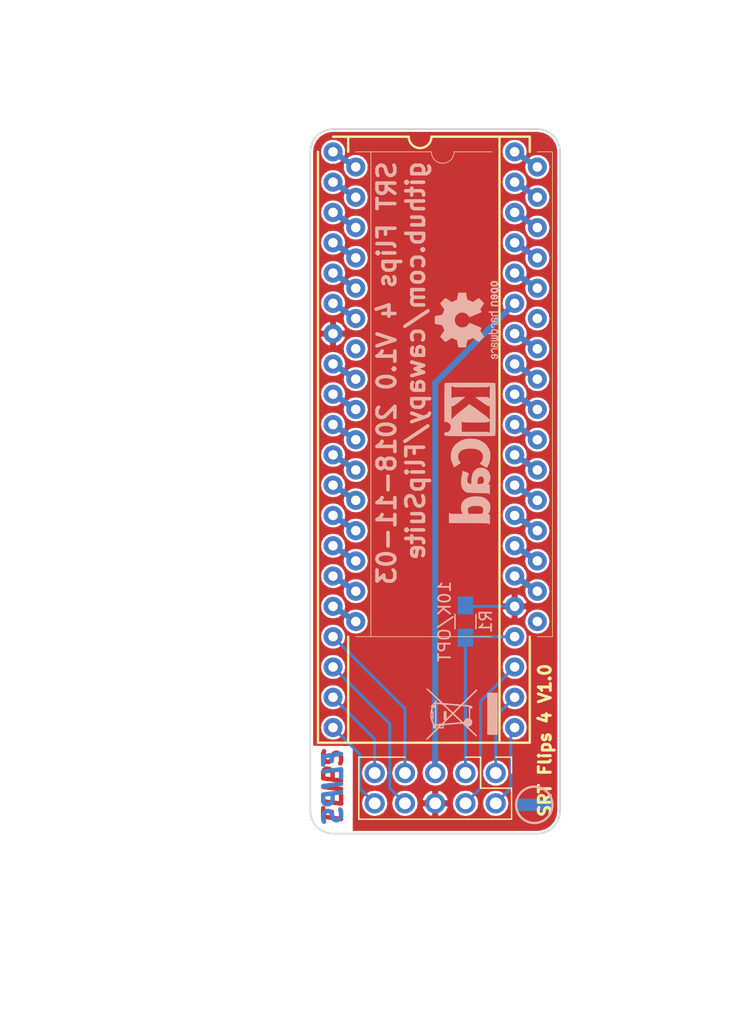
<source format=kicad_pcb>
(kicad_pcb (version 20171130) (host pcbnew "(5.0.1)-3")

  (general
    (thickness 1.6)
    (drawings 35)
    (tracks 64)
    (zones 0)
    (modules 7)
    (nets 40)
  )

  (page A4)
  (title_block
    (title "Flips 4")
    (date 2018-08-29)
    (rev 0.1)
    (company SRT)
    (comment 1 A-UFP2840-UFP2832-X)
    (comment 2 "DIP32 with FP2800A output pins")
  )

  (layers
    (0 F.Cu signal hide)
    (31 B.Cu signal)
    (32 B.Adhes user)
    (33 F.Adhes user)
    (34 B.Paste user)
    (35 F.Paste user)
    (36 B.SilkS user)
    (37 F.SilkS user)
    (38 B.Mask user)
    (39 F.Mask user)
    (40 Dwgs.User user)
    (41 Cmts.User user)
    (42 Eco1.User user)
    (43 Eco2.User user)
    (44 Edge.Cuts user)
    (45 Margin user)
    (46 B.CrtYd user)
    (47 F.CrtYd user)
    (48 B.Fab user)
    (49 F.Fab user)
  )

  (setup
    (last_trace_width 0.25)
    (trace_clearance 0.2)
    (zone_clearance 0.1524)
    (zone_45_only no)
    (trace_min 0.2)
    (segment_width 0.05)
    (edge_width 0.15)
    (via_size 0.8)
    (via_drill 0.4)
    (via_min_size 0.4)
    (via_min_drill 0.3)
    (uvia_size 0.3)
    (uvia_drill 0.1)
    (uvias_allowed no)
    (uvia_min_size 0.2)
    (uvia_min_drill 0.1)
    (pcb_text_width 0.3)
    (pcb_text_size 1.5 1.5)
    (mod_edge_width 0.15)
    (mod_text_size 1 1)
    (mod_text_width 0.15)
    (pad_size 1.7 1.7)
    (pad_drill 1)
    (pad_to_mask_clearance 0.2)
    (solder_mask_min_width 0.25)
    (aux_axis_origin 0 0)
    (visible_elements 7FFFFFFF)
    (pcbplotparams
      (layerselection 0x010f0_ffffffff)
      (usegerberextensions false)
      (usegerberattributes false)
      (usegerberadvancedattributes false)
      (creategerberjobfile false)
      (excludeedgelayer true)
      (linewidth 0.100000)
      (plotframeref false)
      (viasonmask false)
      (mode 1)
      (useauxorigin false)
      (hpglpennumber 1)
      (hpglpenspeed 20)
      (hpglpendiameter 15.000000)
      (psnegative false)
      (psa4output false)
      (plotreference true)
      (plotvalue true)
      (plotinvisibletext false)
      (padsonsilk false)
      (subtractmaskfromsilk false)
      (outputformat 1)
      (mirror false)
      (drillshape 0)
      (scaleselection 1)
      (outputdirectory "Export/Plot"))
  )

  (net 0 "")
  (net 1 "Net-(CN2-Pad20)")
  (net 2 "Net-(CN2-Pad19)")
  (net 3 "Net-(CN2-Pad18)")
  (net 4 "Net-(CN2-Pad16)")
  (net 5 "Net-(CN2-Pad15)")
  (net 6 "Net-(CN2-Pad14)")
  (net 7 "Net-(CN2-Pad13)")
  (net 8 "Net-(CN2-Pad32)")
  (net 9 "Net-(CN2-Pad12)")
  (net 10 "Net-(CN2-Pad31)")
  (net 11 "Net-(CN2-Pad11)")
  (net 12 "Net-(CN2-Pad30)")
  (net 13 "Net-(CN2-Pad10)")
  (net 14 "Net-(CN2-Pad29)")
  (net 15 "Net-(CN2-Pad9)")
  (net 16 "Net-(CN2-Pad28)")
  (net 17 "Net-(CN2-Pad8)")
  (net 18 "Net-(CN2-Pad26)")
  (net 19 "Net-(CN2-Pad6)")
  (net 20 "Net-(CN2-Pad25)")
  (net 21 "Net-(CN2-Pad5)")
  (net 22 "Net-(CN2-Pad24)")
  (net 23 "Net-(CN2-Pad4)")
  (net 24 "Net-(CN2-Pad23)")
  (net 25 "Net-(CN2-Pad3)")
  (net 26 "Net-(CN2-Pad22)")
  (net 27 "Net-(CN2-Pad2)")
  (net 28 "Net-(CN2-Pad21)")
  (net 29 "Net-(CN2-Pad1)")
  (net 30 GND)
  (net 31 VCC)
  (net 32 +12V)
  (net 33 /B0)
  (net 34 /B1)
  (net 35 /Data)
  (net 36 /Enable)
  (net 37 /A1)
  (net 38 /A2)
  (net 39 /A0)

  (net_class Default "Dies ist die voreingestellte Netzklasse."
    (clearance 0.2)
    (trace_width 0.25)
    (via_dia 0.8)
    (via_drill 0.4)
    (uvia_dia 0.3)
    (uvia_drill 0.1)
    (add_net /A0)
    (add_net /A1)
    (add_net /A2)
    (add_net /B0)
    (add_net /B1)
    (add_net /Data)
    (add_net /Enable)
    (add_net VCC)
  )

  (net_class driver ""
    (clearance 0.2)
    (trace_width 0.5)
    (via_dia 0.8)
    (via_drill 0.4)
    (uvia_dia 0.3)
    (uvia_drill 0.1)
    (add_net +12V)
    (add_net GND)
    (add_net "Net-(CN2-Pad1)")
    (add_net "Net-(CN2-Pad10)")
    (add_net "Net-(CN2-Pad11)")
    (add_net "Net-(CN2-Pad12)")
    (add_net "Net-(CN2-Pad13)")
    (add_net "Net-(CN2-Pad14)")
    (add_net "Net-(CN2-Pad15)")
    (add_net "Net-(CN2-Pad16)")
    (add_net "Net-(CN2-Pad18)")
    (add_net "Net-(CN2-Pad19)")
    (add_net "Net-(CN2-Pad2)")
    (add_net "Net-(CN2-Pad20)")
    (add_net "Net-(CN2-Pad21)")
    (add_net "Net-(CN2-Pad22)")
    (add_net "Net-(CN2-Pad23)")
    (add_net "Net-(CN2-Pad24)")
    (add_net "Net-(CN2-Pad25)")
    (add_net "Net-(CN2-Pad26)")
    (add_net "Net-(CN2-Pad28)")
    (add_net "Net-(CN2-Pad29)")
    (add_net "Net-(CN2-Pad3)")
    (add_net "Net-(CN2-Pad30)")
    (add_net "Net-(CN2-Pad31)")
    (add_net "Net-(CN2-Pad32)")
    (add_net "Net-(CN2-Pad4)")
    (add_net "Net-(CN2-Pad5)")
    (add_net "Net-(CN2-Pad6)")
    (add_net "Net-(CN2-Pad8)")
    (add_net "Net-(CN2-Pad9)")
  )

  (module Own:Pin_Header_Angle_Shrouded_2x05_Pitch2.54mm (layer F.Cu) (tedit 5BDC4E89) (tstamp 5BDEAE06)
    (at 233.9975 118.745 270)
    (descr "Through hole straight pin header, 2x05, 2.54mm pitch, double rows")
    (tags "Through hole pin header THT 2x05 2.54mm double row shrouded")
    (path /5BDC8CDE)
    (fp_text reference CN1 (at 1.27 -2.286 270) (layer F.SilkS) hide
      (effects (font (size 1 1) (thickness 0.15)))
    )
    (fp_text value UFP2810 (at 8.89 5.08) (layer F.Fab) hide
      (effects (font (size 1 1) (thickness 0.15)))
    )
    (fp_line (start 11.938 -1.016) (end 11.938 1.016) (layer F.Fab) (width 0.15))
    (fp_line (start 8.128 0) (end 11.938 -1.016) (layer F.Fab) (width 0.15))
    (fp_line (start 11.938 1.016) (end 8.128 0) (layer F.Fab) (width 0.15))
    (fp_line (start 6.24 2.83) (end 13.14 2.83) (layer F.Fab) (width 0.15))
    (fp_line (start 6.24 7.33) (end 6.24 2.83) (layer F.Fab) (width 0.15))
    (fp_line (start 13.14 7.33) (end 6.24 7.33) (layer F.Fab) (width 0.15))
    (fp_line (start -1.143 11.303) (end 4.19 11.303) (layer F.CrtYd) (width 0.15))
    (fp_line (start -1.143 -1.143) (end -1.143 11.303) (layer F.CrtYd) (width 0.15))
    (fp_line (start 4.19 -1.143) (end -1.143 -1.143) (layer F.CrtYd) (width 0.15))
    (fp_text user %R (at 5.334 5.08) (layer F.Fab)
      (effects (font (size 1 1) (thickness 0.15)))
    )
    (fp_line (start -1.33 -1.33) (end 0 -1.33) (layer F.SilkS) (width 0.12))
    (fp_line (start -1.33 0) (end -1.33 -1.33) (layer F.SilkS) (width 0.12))
    (fp_line (start 1.27 -1.33) (end 3.87 -1.33) (layer F.SilkS) (width 0.12))
    (fp_line (start 1.27 1.27) (end 1.27 -1.33) (layer F.SilkS) (width 0.12))
    (fp_line (start -1.33 1.27) (end 1.27 1.27) (layer F.SilkS) (width 0.12))
    (fp_line (start 3.87 -1.33) (end 3.87 11.49) (layer F.SilkS) (width 0.12))
    (fp_line (start -1.33 1.27) (end -1.33 2.54) (layer F.SilkS) (width 0.12))
    (fp_line (start -1.33 11.49) (end 3.87 11.49) (layer F.SilkS) (width 0.12))
    (fp_line (start -1.27 11.43) (end -1.27 -1.27) (layer F.Fab) (width 0.1))
    (fp_line (start 3.81 11.43) (end -1.27 11.43) (layer F.Fab) (width 0.1))
    (fp_line (start 3.81 -1.27) (end 3.81 11.43) (layer F.Fab) (width 0.1))
    (fp_line (start -1.27 -1.27) (end 3.81 -1.27) (layer F.Fab) (width 0.1))
    (fp_line (start 13.14 -5.07) (end 4.34 -5.07) (layer F.Fab) (width 0.15))
    (fp_line (start 13.14 15.23) (end 4.34 15.23) (layer F.Fab) (width 0.15))
    (fp_line (start 13.14 -5.07) (end 13.14 15.23) (layer F.Fab) (width 0.15))
    (fp_line (start 4.34 -5.07) (end 4.34 15.23) (layer F.Fab) (width 0.15))
    (fp_line (start 4.19 -5.27) (end 4.19 15.43) (layer F.CrtYd) (width 0.15))
    (fp_line (start 13.3 -5.27) (end 4.19 -5.27) (layer F.CrtYd) (width 0.15))
    (fp_line (start 13.3 15.43) (end 13.3 -5.27) (layer F.CrtYd) (width 0.15))
    (fp_line (start 4.19 15.43) (end 13.3 15.43) (layer F.CrtYd) (width 0.15))
    (fp_line (start -1.33 7.62) (end -1.33 11.49) (layer F.SilkS) (width 0.12))
    (pad 10 thru_hole oval (at 2.54 10.16 270) (size 1.7 1.7) (drill 1) (layers *.Cu *.Mask)
      (net 38 /A2))
    (pad 9 thru_hole oval (at 0 10.16 270) (size 1.7 1.7) (drill 1) (layers *.Cu *.Mask)
      (net 39 /A0))
    (pad 8 thru_hole oval (at 2.54 7.62 270) (size 1.7 1.7) (drill 1) (layers *.Cu *.Mask)
      (net 37 /A1))
    (pad 7 thru_hole oval (at 0 7.62 270) (size 1.7 1.7) (drill 1) (layers *.Cu *.Mask)
      (net 31 VCC))
    (pad 6 thru_hole oval (at 2.54 5.08 270) (size 1.7 1.7) (drill 1) (layers *.Cu *.Mask)
      (net 30 GND))
    (pad 5 thru_hole oval (at 0 5.08 270) (size 1.7 1.7) (drill 1) (layers *.Cu *.Mask)
      (net 32 +12V))
    (pad 4 thru_hole oval (at 2.54 2.54 270) (size 1.7 1.7) (drill 1) (layers *.Cu *.Mask)
      (net 35 /Data))
    (pad 3 thru_hole oval (at 0 2.54 270) (size 1.7 1.7) (drill 1) (layers *.Cu *.Mask)
      (net 36 /Enable))
    (pad 2 thru_hole oval (at 2.54 0 270) (size 1.7 1.7) (drill 1) (layers *.Cu *.Mask)
      (net 33 /B0))
    (pad 1 thru_hole circle (at 0 0 270) (size 1.7 1.7) (drill 1) (layers *.Cu *.Mask)
      (net 34 /B1))
    (model ${KISYS3DMOD}/Connector_IDC.3dshapes/IDC-Header_2x05_P2.54mm_Horizontal.wrl
      (at (xyz 0 0 0))
      (scale (xyz 1 1 1))
      (rotate (xyz 0 0 0))
    )
  )

  (module Housings_DIP:DIP-40_W15.24mm_Socket (layer F.Cu) (tedit 5BDD8BA4) (tstamp 5B829DB5)
    (at 220.345 66.675)
    (descr "40-lead though-hole mounted DIP package, row spacing 15.24 mm (600 mils), Socket")
    (tags "THT DIP DIL PDIP 2.54mm 15.24mm 600mil Socket")
    (path /5B828DA4)
    (fp_text reference U1 (at 8.255 1.905) (layer F.SilkS) hide
      (effects (font (size 1 1) (thickness 0.15)))
    )
    (fp_text value FP2800A (at 8.255 3.81) (layer F.Fab)
      (effects (font (size 1 1) (thickness 0.15)))
    )
    (fp_text user %R (at 8.89 -9.525) (layer F.Fab)
      (effects (font (size 1 1) (thickness 0.15)))
    )
    (fp_line (start 16.8 -1.6) (end -1.55 -1.6) (layer F.CrtYd) (width 0.05))
    (fp_line (start 16.8 49.85) (end 16.8 -1.6) (layer F.CrtYd) (width 0.05))
    (fp_line (start -1.55 49.85) (end 16.8 49.85) (layer F.CrtYd) (width 0.05))
    (fp_line (start -1.55 -1.6) (end -1.55 49.85) (layer F.CrtYd) (width 0.05))
    (fp_line (start 16.51 -1.33) (end -1.27 -1.33) (layer F.Fab) (width 0.1))
    (fp_line (start 16.51 49.59) (end 16.51 -1.33) (layer F.Fab) (width 0.1))
    (fp_line (start -1.27 49.59) (end 16.51 49.59) (layer F.Fab) (width 0.1))
    (fp_line (start -1.27 -1.33) (end -1.27 49.59) (layer F.Fab) (width 0.1))
    (fp_line (start 0.255 -0.27) (end 1.255 -1.27) (layer F.Fab) (width 0.1))
    (fp_line (start 0.255 49.53) (end 0.255 -0.27) (layer F.Fab) (width 0.1))
    (fp_line (start 14.985 49.53) (end 0.255 49.53) (layer F.Fab) (width 0.1))
    (fp_line (start 14.985 -1.27) (end 14.985 49.53) (layer F.Fab) (width 0.1))
    (fp_line (start 1.255 -1.27) (end 14.985 -1.27) (layer F.Fab) (width 0.1))
    (pad 40 thru_hole oval (at 15.24 0) (size 1.6 1.6) (drill 0.8) (layers *.Cu *.Mask)
      (net 8 "Net-(CN2-Pad32)"))
    (pad 20 thru_hole oval (at 0 48.26) (size 1.6 1.6) (drill 0.8) (layers *.Cu *.Mask)
      (net 38 /A2))
    (pad 39 thru_hole oval (at 15.24 2.54) (size 1.6 1.6) (drill 0.8) (layers *.Cu *.Mask)
      (net 10 "Net-(CN2-Pad31)"))
    (pad 19 thru_hole oval (at 0 45.72) (size 1.6 1.6) (drill 0.8) (layers *.Cu *.Mask)
      (net 39 /A0))
    (pad 38 thru_hole oval (at 15.24 5.08) (size 1.6 1.6) (drill 0.8) (layers *.Cu *.Mask)
      (net 12 "Net-(CN2-Pad30)"))
    (pad 18 thru_hole oval (at 0 43.18) (size 1.6 1.6) (drill 0.8) (layers *.Cu *.Mask)
      (net 37 /A1))
    (pad 37 thru_hole oval (at 15.24 7.62) (size 1.6 1.6) (drill 0.8) (layers *.Cu *.Mask)
      (net 14 "Net-(CN2-Pad29)"))
    (pad 17 thru_hole oval (at 0 40.64) (size 1.6 1.6) (drill 0.8) (layers *.Cu *.Mask)
      (net 31 VCC))
    (pad 36 thru_hole oval (at 15.24 10.16) (size 1.6 1.6) (drill 0.8) (layers *.Cu *.Mask)
      (net 16 "Net-(CN2-Pad28)"))
    (pad 16 thru_hole oval (at 0 38.1) (size 1.6 1.6) (drill 0.8) (layers *.Cu *.Mask)
      (net 4 "Net-(CN2-Pad16)"))
    (pad 35 thru_hole oval (at 15.24 12.7) (size 1.6 1.6) (drill 0.8) (layers *.Cu *.Mask)
      (net 32 +12V))
    (pad 15 thru_hole oval (at 0 35.56) (size 1.6 1.6) (drill 0.8) (layers *.Cu *.Mask)
      (net 5 "Net-(CN2-Pad15)"))
    (pad 34 thru_hole oval (at 15.24 15.24) (size 1.6 1.6) (drill 0.8) (layers *.Cu *.Mask)
      (net 18 "Net-(CN2-Pad26)"))
    (pad 14 thru_hole oval (at 0 33.02) (size 1.6 1.6) (drill 0.8) (layers *.Cu *.Mask)
      (net 6 "Net-(CN2-Pad14)"))
    (pad 33 thru_hole oval (at 15.24 17.78) (size 1.6 1.6) (drill 0.8) (layers *.Cu *.Mask)
      (net 20 "Net-(CN2-Pad25)"))
    (pad 13 thru_hole oval (at 0 30.48) (size 1.6 1.6) (drill 0.8) (layers *.Cu *.Mask)
      (net 7 "Net-(CN2-Pad13)"))
    (pad 32 thru_hole oval (at 15.24 20.32) (size 1.6 1.6) (drill 0.8) (layers *.Cu *.Mask)
      (net 22 "Net-(CN2-Pad24)"))
    (pad 12 thru_hole oval (at 0 27.94) (size 1.6 1.6) (drill 0.8) (layers *.Cu *.Mask)
      (net 9 "Net-(CN2-Pad12)"))
    (pad 31 thru_hole oval (at 15.24 22.86) (size 1.6 1.6) (drill 0.8) (layers *.Cu *.Mask)
      (net 24 "Net-(CN2-Pad23)"))
    (pad 11 thru_hole oval (at 0 25.4) (size 1.6 1.6) (drill 0.8) (layers *.Cu *.Mask)
      (net 11 "Net-(CN2-Pad11)"))
    (pad 30 thru_hole oval (at 15.24 25.4) (size 1.6 1.6) (drill 0.8) (layers *.Cu *.Mask)
      (net 26 "Net-(CN2-Pad22)"))
    (pad 10 thru_hole oval (at 0 22.86) (size 1.6 1.6) (drill 0.8) (layers *.Cu *.Mask)
      (net 13 "Net-(CN2-Pad10)"))
    (pad 29 thru_hole oval (at 15.24 27.94) (size 1.6 1.6) (drill 0.8) (layers *.Cu *.Mask)
      (net 28 "Net-(CN2-Pad21)"))
    (pad 9 thru_hole oval (at 0 20.32) (size 1.6 1.6) (drill 0.8) (layers *.Cu *.Mask)
      (net 15 "Net-(CN2-Pad9)"))
    (pad 28 thru_hole oval (at 15.24 30.48) (size 1.6 1.6) (drill 0.8) (layers *.Cu *.Mask)
      (net 1 "Net-(CN2-Pad20)"))
    (pad 8 thru_hole oval (at 0 17.78) (size 1.6 1.6) (drill 0.8) (layers *.Cu *.Mask)
      (net 17 "Net-(CN2-Pad8)"))
    (pad 27 thru_hole oval (at 15.24 33.02) (size 1.6 1.6) (drill 0.8) (layers *.Cu *.Mask)
      (net 2 "Net-(CN2-Pad19)"))
    (pad 7 thru_hole oval (at 0 15.24) (size 1.6 1.6) (drill 0.8) (layers *.Cu *.Mask)
      (net 30 GND))
    (pad 26 thru_hole oval (at 15.24 35.56) (size 1.6 1.6) (drill 0.8) (layers *.Cu *.Mask)
      (net 3 "Net-(CN2-Pad18)"))
    (pad 6 thru_hole oval (at 0 12.7) (size 1.6 1.6) (drill 0.8) (layers *.Cu *.Mask)
      (net 19 "Net-(CN2-Pad6)"))
    (pad 25 thru_hole oval (at 15.24 38.1) (size 1.6 1.6) (drill 0.8) (layers *.Cu *.Mask)
      (net 30 GND))
    (pad 5 thru_hole oval (at 0 10.16) (size 1.6 1.6) (drill 0.8) (layers *.Cu *.Mask)
      (net 21 "Net-(CN2-Pad5)"))
    (pad 24 thru_hole oval (at 15.24 40.64) (size 1.6 1.6) (drill 0.8) (layers *.Cu *.Mask)
      (net 36 /Enable))
    (pad 4 thru_hole oval (at 0 7.62) (size 1.6 1.6) (drill 0.8) (layers *.Cu *.Mask)
      (net 23 "Net-(CN2-Pad4)"))
    (pad 23 thru_hole oval (at 15.24 43.18) (size 1.6 1.6) (drill 0.8) (layers *.Cu *.Mask)
      (net 35 /Data))
    (pad 3 thru_hole oval (at 0 5.08) (size 1.6 1.6) (drill 0.8) (layers *.Cu *.Mask)
      (net 25 "Net-(CN2-Pad3)"))
    (pad 22 thru_hole oval (at 15.24 45.72) (size 1.6 1.6) (drill 0.8) (layers *.Cu *.Mask)
      (net 34 /B1))
    (pad 2 thru_hole oval (at 0 2.54) (size 1.6 1.6) (drill 0.8) (layers *.Cu *.Mask)
      (net 27 "Net-(CN2-Pad2)"))
    (pad 21 thru_hole oval (at 15.24 48.26) (size 1.6 1.6) (drill 0.8) (layers *.Cu *.Mask)
      (net 33 /B0))
    (pad 1 thru_hole circle (at 0 0) (size 1.6 1.6) (drill 0.8) (layers *.Cu *.Mask)
      (net 29 "Net-(CN2-Pad1)"))
    (model ${KISYS3DMOD}/Housings_DIP.3dshapes/DIP-40_W15.24mm_Socket.wrl
      (at (xyz 0 0 0))
      (scale (xyz 1 1 1))
      (rotate (xyz 0 0 0))
    )
    (model ${KISYS3DMOD}/Housings_DIP.3dshapes/DIP-40_W15.24mm.wrl
      (offset (xyz 0 0 3.5))
      (scale (xyz 1 1 1))
      (rotate (xyz 0 0 0))
    )
    (model ${KISYS3DMOD}/Socket_Strips.3dshapes/Socket_Strip_Straight_1x20_Pitch2.54mm.wrl
      (offset (xyz 0 -24.13 0))
      (scale (xyz 1 1 0.4))
      (rotate (xyz 0 0 90))
    )
    (model ${KISYS3DMOD}/Socket_Strips.3dshapes/Socket_Strip_Straight_1x20_Pitch2.54mm.wrl
      (offset (xyz 15.24 -24.13 0))
      (scale (xyz 1 1 0.4))
      (rotate (xyz 0 0 90))
    )
  )

  (module Housings_DIP:DIP-32_W15.24mm (layer F.Cu) (tedit 5BDD7B62) (tstamp 5B845B22)
    (at 222.25 67.945)
    (descr "32-lead though-hole mounted DIP package, row spacing 15.24 mm (600 mils)")
    (tags "THT DIP DIL PDIP 2.54mm 15.24mm 600mil")
    (path /5B84E2DF)
    (fp_text reference CN2 (at 7.62 -2.33) (layer F.SilkS) hide
      (effects (font (size 1 1) (thickness 0.15)))
    )
    (fp_text value Conn_02x16_Counter_Clockwise (at 7.62 40.43) (layer F.Fab)
      (effects (font (size 1 1) (thickness 0.15)))
    )
    (fp_text user %R (at 7.62 19.05) (layer F.Fab)
      (effects (font (size 1 1) (thickness 0.15)))
    )
    (fp_line (start 16.3 -1.55) (end -1.05 -1.55) (layer F.CrtYd) (width 0.05))
    (fp_line (start 16.3 39.65) (end 16.3 -1.55) (layer F.CrtYd) (width 0.05))
    (fp_line (start -1.05 39.65) (end 16.3 39.65) (layer F.CrtYd) (width 0.05))
    (fp_line (start -1.05 -1.55) (end -1.05 39.65) (layer F.CrtYd) (width 0.05))
    (fp_line (start 0.255 -0.27) (end 1.255 -1.27) (layer F.Fab) (width 0.1))
    (fp_line (start 0.255 39.37) (end 0.255 -0.27) (layer F.Fab) (width 0.1))
    (fp_line (start 14.985 39.37) (end 0.255 39.37) (layer F.Fab) (width 0.1))
    (fp_line (start 14.985 -1.27) (end 14.985 39.37) (layer F.Fab) (width 0.1))
    (fp_line (start 1.255 -1.27) (end 14.985 -1.27) (layer F.Fab) (width 0.1))
    (pad 32 thru_hole oval (at 15.24 0) (size 1.6 1.6) (drill 0.8) (layers *.Cu *.Mask)
      (net 8 "Net-(CN2-Pad32)"))
    (pad 16 thru_hole oval (at 0 38.1) (size 1.6 1.6) (drill 0.8) (layers *.Cu *.Mask)
      (net 4 "Net-(CN2-Pad16)"))
    (pad 31 thru_hole oval (at 15.24 2.54) (size 1.6 1.6) (drill 0.8) (layers *.Cu *.Mask)
      (net 10 "Net-(CN2-Pad31)"))
    (pad 15 thru_hole oval (at 0 35.56) (size 1.6 1.6) (drill 0.8) (layers *.Cu *.Mask)
      (net 5 "Net-(CN2-Pad15)"))
    (pad 30 thru_hole oval (at 15.24 5.08) (size 1.6 1.6) (drill 0.8) (layers *.Cu *.Mask)
      (net 12 "Net-(CN2-Pad30)"))
    (pad 14 thru_hole oval (at 0 33.02) (size 1.6 1.6) (drill 0.8) (layers *.Cu *.Mask)
      (net 6 "Net-(CN2-Pad14)"))
    (pad 29 thru_hole oval (at 15.24 7.62) (size 1.6 1.6) (drill 0.8) (layers *.Cu *.Mask)
      (net 14 "Net-(CN2-Pad29)"))
    (pad 13 thru_hole oval (at 0 30.48) (size 1.6 1.6) (drill 0.8) (layers *.Cu *.Mask)
      (net 7 "Net-(CN2-Pad13)"))
    (pad 28 thru_hole oval (at 15.24 10.16) (size 1.6 1.6) (drill 0.8) (layers *.Cu *.Mask)
      (net 16 "Net-(CN2-Pad28)"))
    (pad 12 thru_hole oval (at 0 27.94) (size 1.6 1.6) (drill 0.8) (layers *.Cu *.Mask)
      (net 9 "Net-(CN2-Pad12)"))
    (pad 27 thru_hole oval (at 15.24 12.7) (size 1.6 1.6) (drill 0.8) (layers *.Cu *.Mask))
    (pad 11 thru_hole oval (at 0 25.4) (size 1.6 1.6) (drill 0.8) (layers *.Cu *.Mask)
      (net 11 "Net-(CN2-Pad11)"))
    (pad 26 thru_hole oval (at 15.24 15.24) (size 1.6 1.6) (drill 0.8) (layers *.Cu *.Mask)
      (net 18 "Net-(CN2-Pad26)"))
    (pad 10 thru_hole oval (at 0 22.86) (size 1.6 1.6) (drill 0.8) (layers *.Cu *.Mask)
      (net 13 "Net-(CN2-Pad10)"))
    (pad 25 thru_hole oval (at 15.24 17.78) (size 1.6 1.6) (drill 0.8) (layers *.Cu *.Mask)
      (net 20 "Net-(CN2-Pad25)"))
    (pad 9 thru_hole oval (at 0 20.32) (size 1.6 1.6) (drill 0.8) (layers *.Cu *.Mask)
      (net 15 "Net-(CN2-Pad9)"))
    (pad 24 thru_hole oval (at 15.24 20.32) (size 1.6 1.6) (drill 0.8) (layers *.Cu *.Mask)
      (net 22 "Net-(CN2-Pad24)"))
    (pad 8 thru_hole oval (at 0 17.78) (size 1.6 1.6) (drill 0.8) (layers *.Cu *.Mask)
      (net 17 "Net-(CN2-Pad8)"))
    (pad 23 thru_hole oval (at 15.24 22.86) (size 1.6 1.6) (drill 0.8) (layers *.Cu *.Mask)
      (net 24 "Net-(CN2-Pad23)"))
    (pad 7 thru_hole oval (at 0 15.24) (size 1.6 1.6) (drill 0.8) (layers *.Cu *.Mask))
    (pad 22 thru_hole oval (at 15.24 25.4) (size 1.6 1.6) (drill 0.8) (layers *.Cu *.Mask)
      (net 26 "Net-(CN2-Pad22)"))
    (pad 6 thru_hole oval (at 0 12.7) (size 1.6 1.6) (drill 0.8) (layers *.Cu *.Mask)
      (net 19 "Net-(CN2-Pad6)"))
    (pad 21 thru_hole oval (at 15.24 27.94) (size 1.6 1.6) (drill 0.8) (layers *.Cu *.Mask)
      (net 28 "Net-(CN2-Pad21)"))
    (pad 5 thru_hole oval (at 0 10.16) (size 1.6 1.6) (drill 0.8) (layers *.Cu *.Mask)
      (net 21 "Net-(CN2-Pad5)"))
    (pad 20 thru_hole oval (at 15.24 30.48) (size 1.6 1.6) (drill 0.8) (layers *.Cu *.Mask)
      (net 1 "Net-(CN2-Pad20)"))
    (pad 4 thru_hole oval (at 0 7.62) (size 1.6 1.6) (drill 0.8) (layers *.Cu *.Mask)
      (net 23 "Net-(CN2-Pad4)"))
    (pad 19 thru_hole oval (at 15.24 33.02) (size 1.6 1.6) (drill 0.8) (layers *.Cu *.Mask)
      (net 2 "Net-(CN2-Pad19)"))
    (pad 3 thru_hole oval (at 0 5.08) (size 1.6 1.6) (drill 0.8) (layers *.Cu *.Mask)
      (net 25 "Net-(CN2-Pad3)"))
    (pad 18 thru_hole oval (at 15.24 35.56) (size 1.6 1.6) (drill 0.8) (layers *.Cu *.Mask)
      (net 3 "Net-(CN2-Pad18)"))
    (pad 2 thru_hole oval (at 0 2.54) (size 1.6 1.6) (drill 0.8) (layers *.Cu *.Mask)
      (net 27 "Net-(CN2-Pad2)"))
    (pad 17 thru_hole oval (at 15.24 38.1) (size 1.6 1.6) (drill 0.8) (layers *.Cu *.Mask))
    (pad 1 thru_hole circle (at 0 0) (size 1.6 1.6) (drill 0.8) (layers *.Cu *.Mask)
      (net 29 "Net-(CN2-Pad1)"))
    (model ${KISYS3DMOD}/Pin_Headers.3dshapes/Pin_Header_Straight_1x16_Pitch2.54mm.step
      (offset (xyz 0 0 -1.75))
      (scale (xyz 1 1 1))
      (rotate (xyz 0 180 0))
    )
    (model ${KISYS3DMOD}/Pin_Headers.3dshapes/Pin_Header_Straight_1x16_Pitch2.54mm.step
      (offset (xyz 15.24 0 -1.75))
      (scale (xyz 1 1 1))
      (rotate (xyz 0 180 0))
    )
  )

  (module Resistors_SMD:R_0805_HandSoldering (layer B.Cu) (tedit 5BDD8200) (tstamp 5BD7A772)
    (at 231.4575 106.045 90)
    (descr "Resistor SMD 0805, hand soldering")
    (tags "resistor 0805")
    (path /5BD706E4)
    (attr smd)
    (fp_text reference R1 (at 0 1.7 90) (layer B.SilkS)
      (effects (font (size 1 1) (thickness 0.15)) (justify mirror))
    )
    (fp_text value 10K/OPT (at 0 -1.75 90) (layer B.SilkS)
      (effects (font (size 1 1) (thickness 0.15)) (justify mirror))
    )
    (fp_line (start 2.35 -0.9) (end -2.35 -0.9) (layer B.CrtYd) (width 0.05))
    (fp_line (start 2.35 -0.9) (end 2.35 0.9) (layer B.CrtYd) (width 0.05))
    (fp_line (start -2.35 0.9) (end -2.35 -0.9) (layer B.CrtYd) (width 0.05))
    (fp_line (start -2.35 0.9) (end 2.35 0.9) (layer B.CrtYd) (width 0.05))
    (fp_line (start -0.6 0.88) (end 0.6 0.88) (layer B.SilkS) (width 0.12))
    (fp_line (start 0.6 -0.88) (end -0.6 -0.88) (layer B.SilkS) (width 0.12))
    (fp_line (start -1 0.62) (end 1 0.62) (layer B.Fab) (width 0.1))
    (fp_line (start 1 0.62) (end 1 -0.62) (layer B.Fab) (width 0.1))
    (fp_line (start 1 -0.62) (end -1 -0.62) (layer B.Fab) (width 0.1))
    (fp_line (start -1 -0.62) (end -1 0.62) (layer B.Fab) (width 0.1))
    (fp_text user %R (at 0 0 90) (layer B.Fab)
      (effects (font (size 0.5 0.5) (thickness 0.075)) (justify mirror))
    )
    (pad 2 smd rect (at 1.35 0 90) (size 1.5 1.3) (layers B.Cu B.Paste B.Mask)
      (net 30 GND))
    (pad 1 smd rect (at -1.35 0 90) (size 1.5 1.3) (layers B.Cu B.Paste B.Mask)
      (net 36 /Enable))
    (model ${KISYS3DMOD}/Resistors_SMD.3dshapes/R_0805.wrl
      (at (xyz 0 0 0))
      (scale (xyz 1 1 1))
      (rotate (xyz 0 0 0))
    )
  )

  (module Symbols:Symbol_KiCAD-Logo_CopperAndSilkScreenTop (layer B.Cu) (tedit 0) (tstamp 5BDDB41E)
    (at 231.648 91.948 270)
    (descr "Symbol, KiCAD-Logo, Silk & Copper Top,")
    (tags "Symbol, KiCAD-Logo, Silk & Copper Top,")
    (fp_text reference REF** (at 0 0 270) (layer B.SilkS) hide
      (effects (font (size 1.524 1.524) (thickness 0.3)) (justify mirror))
    )
    (fp_text value "KiCAD Logo" (at 0.75 0 270) (layer B.SilkS) hide
      (effects (font (size 1.524 1.524) (thickness 0.3)) (justify mirror))
    )
    (fp_poly (pts (xy -1.548637 1.957301) (xy -1.526845 1.950024) (xy -1.508414 1.93358) (xy -1.493065 1.904803)
      (xy -1.480519 1.860526) (xy -1.470495 1.797582) (xy -1.462717 1.712806) (xy -1.456904 1.603029)
      (xy -1.452777 1.465086) (xy -1.450057 1.295809) (xy -1.448465 1.092032) (xy -1.447723 0.850589)
      (xy -1.44755 0.568313) (xy -1.447668 0.242036) (xy -1.447797 -0.131407) (xy -1.4478 -0.1905)
      (xy -1.447878 -0.565884) (xy -1.448151 -0.893711) (xy -1.448682 -1.177221) (xy -1.449531 -1.419658)
      (xy -1.45076 -1.624261) (xy -1.452431 -1.794274) (xy -1.454605 -1.932939) (xy -1.457343 -2.043496)
      (xy -1.460708 -2.129188) (xy -1.464759 -2.193257) (xy -1.469559 -2.238944) (xy -1.475169 -2.269492)
      (xy -1.481651 -2.288141) (xy -1.487715 -2.296885) (xy -1.498791 -2.303992) (xy -1.518999 -2.310213)
      (xy -1.55151 -2.315606) (xy -1.599497 -2.320229) (xy -1.666133 -2.32414) (xy -1.75459 -2.327396)
      (xy -1.86804 -2.330056) (xy -2.009656 -2.332175) (xy -2.18261 -2.333813) (xy -2.390076 -2.335028)
      (xy -2.635224 -2.335876) (xy -2.921229 -2.336415) (xy -3.251261 -2.336703) (xy -3.628495 -2.336798)
      (xy -3.683001 -2.3368) (xy -4.066824 -2.336726) (xy -4.40302 -2.336467) (xy -4.694761 -2.335965)
      (xy -4.945219 -2.335162) (xy -5.157568 -2.334) (xy -5.334979 -2.332422) (xy -5.480625 -2.330371)
      (xy -5.597678 -2.327787) (xy -5.689312 -2.324615) (xy -5.758697 -2.320795) (xy -5.809008 -2.316271)
      (xy -5.843416 -2.310985) (xy -5.865093 -2.304879) (xy -5.877213 -2.297895) (xy -5.878286 -2.296885)
      (xy -5.885535 -2.285627) (xy -5.891862 -2.265152) (xy -5.897328 -2.232219) (xy -5.901994 -2.183586)
      (xy -5.905922 -2.116011) (xy -5.909174 -2.026252) (xy -5.91181 -1.911068) (xy -5.913893 -1.767217)
      (xy -5.915483 -1.591456) (xy -5.916642 -1.380544) (xy -5.917432 -1.131239) (xy -5.917914 -0.8403)
      (xy -5.918149 -0.504484) (xy -5.9182 -0.1905) (xy -5.918123 0.184885) (xy -5.91785 0.512712)
      (xy -5.917319 0.796222) (xy -5.91647 1.038659) (xy -5.915241 1.243262) (xy -5.914052 1.364271)
      (xy -5.638801 1.364271) (xy -5.628363 1.339362) (xy -5.602056 1.285156) (xy -5.588001 1.257301)
      (xy -5.577068 1.234226) (xy -5.567826 1.20858) (xy -5.560133 1.176141) (xy -5.553848 1.132692)
      (xy -5.548828 1.074012) (xy -5.544932 0.995883) (xy -5.542017 0.894083) (xy -5.539943 0.764395)
      (xy -5.538566 0.602599) (xy -5.537746 0.404475) (xy -5.537341 0.165803) (xy -5.537209 -0.117635)
      (xy -5.537201 -0.25429) (xy -5.537561 -0.517726) (xy -5.538598 -0.766037) (xy -5.540244 -0.994556)
      (xy -5.542432 -1.198618) (xy -5.545097 -1.373558) (xy -5.54817 -1.514711) (xy -5.551585 -1.61741)
      (xy -5.555276 -1.676991) (xy -5.557776 -1.69037) (xy -5.5822 -1.730136) (xy -5.608032 -1.78435)
      (xy -5.637711 -1.8542) (xy -5.111206 -1.853811) (xy -4.956033 -1.852849) (xy -4.82165 -1.850381)
      (xy -4.715001 -1.846674) (xy -4.64303 -1.841992) (xy -4.612681 -1.8366) (xy -4.612906 -1.834761)
      (xy -4.642855 -1.800826) (xy -4.678668 -1.742626) (xy -4.682756 -1.734811) (xy -4.697682 -1.697521)
      (xy -4.708693 -1.647267) (xy -4.716331 -1.576556) (xy -4.721134 -1.477898) (xy -4.723644 -1.3438)
      (xy -4.724399 -1.166772) (xy -4.7244 -1.156961) (xy -4.723167 -0.979347) (xy -4.719604 -0.836876)
      (xy -4.713922 -0.733727) (xy -4.706328 -0.674078) (xy -4.699586 -0.6604) (xy -4.670086 -0.67977)
      (xy -4.632359 -0.726744) (xy -4.630085 -0.73025) (xy -4.589507 -0.787268) (xy -4.555301 -0.8255)
      (xy -4.524853 -0.862632) (xy -4.484917 -0.924966) (xy -4.471329 -0.948833) (xy -4.42918 -1.01593)
      (xy -4.366473 -1.10472) (xy -4.295408 -1.198064) (xy -4.281458 -1.215533) (xy -4.173339 -1.358344)
      (xy -4.082862 -1.494967) (xy -4.014611 -1.617349) (xy -3.973169 -1.71744) (xy -3.9624 -1.775923)
      (xy -3.9624 -1.8542) (xy -2.835945 -1.8542) (xy -2.848071 -1.840488) (xy -2.6924 -1.840488)
      (xy -2.668301 -1.844757) (xy -2.601204 -1.848485) (xy -2.498911 -1.851448) (xy -2.369222 -1.853426)
      (xy -2.219939 -1.854196) (xy -2.2098 -1.8542) (xy -2.033033 -1.853408) (xy -1.901899 -1.850806)
      (xy -1.811253 -1.846056) (xy -1.75595 -1.838818) (xy -1.730844 -1.828752) (xy -1.728008 -1.82245)
      (xy -1.742962 -1.778554) (xy -1.766108 -1.741395) (xy -1.775302 -1.722692) (xy -1.782898 -1.690195)
      (xy -1.789041 -1.639498) (xy -1.793873 -1.566196) (xy -1.797536 -1.465883) (xy -1.800174 -1.334154)
      (xy -1.80193 -1.166604) (xy -1.802947 -0.958827) (xy -1.803367 -0.706418) (xy -1.8034 -0.592045)
      (xy -1.8034 0.508) (xy -2.668305 0.508) (xy -2.629553 0.433062) (xy -2.619522 0.407185)
      (xy -2.611333 0.368908) (xy -2.604808 0.313393) (xy -2.599774 0.235803) (xy -2.596053 0.1313)
      (xy -2.593471 -0.004954) (xy -2.591852 -0.177797) (xy -2.591021 -0.392067) (xy -2.5908 -0.63475)
      (xy -2.590914 -0.88644) (xy -2.591415 -1.092511) (xy -2.592545 -1.258147) (xy -2.594545 -1.388527)
      (xy -2.597655 -1.488835) (xy -2.602117 -1.564251) (xy -2.608171 -1.619957) (xy -2.616059 -1.661135)
      (xy -2.626021 -1.692967) (xy -2.638299 -1.720635) (xy -2.6416 -1.7272) (xy -2.67251 -1.790636)
      (xy -2.69052 -1.83311) (xy -2.6924 -1.840488) (xy -2.848071 -1.840488) (xy -2.897523 -1.78457)
      (xy -2.941445 -1.735266) (xy -2.969627 -1.70429) (xy -2.9718 -1.70202) (xy -3.029555 -1.638905)
      (xy -3.101037 -1.554689) (xy -3.176103 -1.462065) (xy -3.244609 -1.373725) (xy -3.296412 -1.302361)
      (xy -3.316624 -1.270547) (xy -3.356845 -1.206584) (xy -3.420338 -1.115299) (xy -3.498196 -1.00868)
      (xy -3.581513 -0.898715) (xy -3.661383 -0.79739) (xy -3.723727 -0.722607) (xy -3.784171 -0.645548)
      (xy -3.840841 -0.561943) (xy -3.845022 -0.55505) (xy -3.972363 -0.356936) (xy -4.068006 -0.226356)
      (xy -4.137964 -0.135212) (xy -4.056532 -0.04776) (xy -3.98634 0.031339) (xy -3.896285 0.138108)
      (xy -3.796943 0.259549) (xy -3.698893 0.382661) (xy -3.612711 0.494445) (xy -3.583849 0.533185)
      (xy -3.279059 0.913108) (xy -3.039721 1.170213) (xy -2.840941 1.3716) (xy -3.386253 1.3716)
      (xy -3.57145 1.371477) (xy -3.712002 1.370139) (xy -3.814063 1.366133) (xy -3.883788 1.358007)
      (xy -3.927331 1.344309) (xy -3.950847 1.323584) (xy -3.960489 1.294382) (xy -3.962414 1.255249)
      (xy -3.9624 1.23561) (xy -3.977988 1.182158) (xy -4.017059 1.114879) (xy -4.034701 1.091638)
      (xy -4.093348 1.014332) (xy -4.15611 0.923414) (xy -4.178198 0.889) (xy -4.221448 0.822236)
      (xy -4.255088 0.775069) (xy -4.266761 0.762) (xy -4.296555 0.732661) (xy -4.345755 0.676982)
      (xy -4.405478 0.605892) (xy -4.466838 0.530319) (xy -4.520953 0.461192) (xy -4.558937 0.409439)
      (xy -4.572 0.386517) (xy -4.588818 0.357026) (xy -4.630854 0.309283) (xy -4.648201 0.2921)
      (xy -4.724401 0.219096) (xy -4.7244 0.638912) (xy -4.722807 0.821698) (xy -4.717105 0.964524)
      (xy -4.705907 1.07816) (xy -4.687828 1.173371) (xy -4.661482 1.260925) (xy -4.635836 1.32715)
      (xy -4.632606 1.342229) (xy -4.641351 1.353462) (xy -4.668295 1.361409) (xy -4.719662 1.366633)
      (xy -4.801676 1.369697) (xy -4.920561 1.371162) (xy -5.08254 1.37159) (xy -5.128083 1.3716)
      (xy -5.282917 1.371254) (xy -5.418878 1.370288) (xy -5.528383 1.36881) (xy -5.603849 1.366929)
      (xy -5.637692 1.364755) (xy -5.638801 1.364271) (xy -5.914052 1.364271) (xy -5.91357 1.413275)
      (xy -5.911396 1.55194) (xy -5.908658 1.662497) (xy -5.905293 1.748189) (xy -5.901242 1.812258)
      (xy -5.896442 1.857945) (xy -5.890832 1.888493) (xy -5.88435 1.907142) (xy -5.878286 1.915886)
      (xy -5.865822 1.924066) (xy -5.843563 1.931062) (xy -5.807809 1.936966) (xy -5.754859 1.941867)
      (xy -5.681012 1.945856) (xy -5.582569 1.949022) (xy -5.455827 1.951456) (xy -5.297087 1.953248)
      (xy -5.102647 1.954489) (xy -4.868807 1.955267) (xy -4.591865 1.955674) (xy -4.268122 1.9558)
      (xy -2.6416 1.9558) (xy -2.6416 1.859582) (xy -2.621521 1.743665) (xy -2.568475 1.625)
      (xy -2.493246 1.524009) (xy -2.440994 1.479756) (xy -2.327454 1.43263) (xy -2.1965 1.422364)
      (xy -2.062372 1.446082) (xy -1.93931 1.500911) (xy -1.841552 1.583977) (xy -1.8262 1.603853)
      (xy -1.779194 1.704572) (xy -1.757561 1.820123) (xy -1.74631 1.955801) (xy -1.63697 1.9558)
      (xy -1.60342 1.957023) (xy -1.574069 1.958579) (xy -1.548637 1.957301)) (layer B.SilkS) (width 0.01))
    (fp_poly (pts (xy -3.386253 1.3716) (xy -2.840941 1.3716) (xy -3.039721 1.170213) (xy -3.369429 0.807309)
      (xy -3.583849 0.533185) (xy -3.662297 0.4296) (xy -3.756856 0.309471) (xy -3.85695 0.185798)
      (xy -3.952002 0.071581) (xy -4.031434 -0.020181) (xy -4.056532 -0.04776) (xy -4.137964 -0.135212)
      (xy -4.068006 -0.226356) (xy -3.932564 -0.415604) (xy -3.845022 -0.55505) (xy -3.790152 -0.637286)
      (xy -3.728876 -0.716612) (xy -3.723727 -0.722607) (xy -3.654778 -0.805581) (xy -3.574253 -0.908137)
      (xy -3.491058 -1.018288) (xy -3.414098 -1.124047) (xy -3.352281 -1.213425) (xy -3.316624 -1.270547)
      (xy -3.281543 -1.323596) (xy -3.223014 -1.402062) (xy -3.15118 -1.493252) (xy -3.076185 -1.584472)
      (xy -3.008172 -1.663032) (xy -2.9718 -1.70202) (xy -2.947911 -1.728081) (xy -2.905637 -1.775406)
      (xy -2.897523 -1.78457) (xy -2.835945 -1.8542) (xy -3.9624 -1.8542) (xy -3.9624 -1.775923)
      (xy -3.979163 -1.699395) (xy -4.026393 -1.594149) (xy -4.099507 -1.468239) (xy -4.193919 -1.329716)
      (xy -4.281458 -1.215533) (xy -4.352732 -1.123313) (xy -4.418053 -1.032269) (xy -4.465223 -0.959535)
      (xy -4.471329 -0.948833) (xy -4.511371 -0.882434) (xy -4.546658 -0.834284) (xy -4.555301 -0.8255)
      (xy -4.589862 -0.786816) (xy -4.630085 -0.73025) (xy -4.667774 -0.682093) (xy -4.698285 -0.660487)
      (xy -4.699586 -0.6604) (xy -4.708462 -0.685091) (xy -4.715582 -0.756381) (xy -4.720736 -0.870092)
      (xy -4.723717 -1.022044) (xy -4.7244 -1.156961) (xy -4.723716 -1.336263) (xy -4.721305 -1.47227)
      (xy -4.716625 -1.572475) (xy -4.709137 -1.644369) (xy -4.698302 -1.695443) (xy -4.683579 -1.733188)
      (xy -4.682756 -1.734811) (xy -4.647283 -1.794491) (xy -4.615777 -1.832618) (xy -4.612906 -1.834761)
      (xy -4.628403 -1.840323) (xy -4.687753 -1.845262) (xy -4.784014 -1.849312) (xy -4.910241 -1.852207)
      (xy -5.059489 -1.853682) (xy -5.111206 -1.853811) (xy -5.637711 -1.8542) (xy -5.608032 -1.78435)
      (xy -5.579859 -1.725758) (xy -5.557776 -1.69037) (xy -5.553943 -1.661142) (xy -5.550343 -1.585781)
      (xy -5.547041 -1.468951) (xy -5.544104 -1.315317) (xy -5.541601 -1.129546) (xy -5.539596 -0.916302)
      (xy -5.538158 -0.680251) (xy -5.537353 -0.426059) (xy -5.537201 -0.25429) (xy -5.537259 0.049689)
      (xy -5.53753 0.307088) (xy -5.538154 0.522126) (xy -5.539274 0.699022) (xy -5.541031 0.841996)
      (xy -5.543567 0.955267) (xy -5.547024 1.043055) (xy -5.551543 1.109579) (xy -5.557267 1.159059)
      (xy -5.564338 1.195714) (xy -5.572896 1.223763) (xy -5.583084 1.247426) (xy -5.588001 1.257301)
      (xy -5.618756 1.319131) (xy -5.63681 1.35834) (xy -5.638801 1.364271) (xy -5.614665 1.366493)
      (xy -5.547312 1.368444) (xy -5.444328 1.370016) (xy -5.313294 1.371099) (xy -5.161795 1.371585)
      (xy -5.128083 1.3716) (xy -4.95494 1.371336) (xy -4.826371 1.370169) (xy -4.736154 1.367536)
      (xy -4.678063 1.362877) (xy -4.645876 1.355628) (xy -4.633368 1.345228) (xy -4.634314 1.331115)
      (xy -4.635836 1.32715) (xy -4.669195 1.238327) (xy -4.693261 1.149819) (xy -4.70942 1.050859)
      (xy -4.719058 0.930679) (xy -4.72356 0.778512) (xy -4.7244 0.638912) (xy -4.724401 0.219096)
      (xy -4.648201 0.2921) (xy -4.600587 0.342443) (xy -4.574006 0.379722) (xy -4.572 0.386517)
      (xy -4.556863 0.41245) (xy -4.517372 0.465872) (xy -4.462412 0.535855) (xy -4.400868 0.611471)
      (xy -4.341623 0.681791) (xy -4.293561 0.735886) (xy -4.266761 0.762) (xy -4.244439 0.789266)
      (xy -4.206064 0.84537) (xy -4.178198 0.889) (xy -4.119995 0.976702) (xy -4.057049 1.063302)
      (xy -4.034701 1.091638) (xy -3.989987 1.158264) (xy -3.964592 1.219357) (xy -3.9624 1.23561)
      (xy -3.961878 1.279323) (xy -3.956209 1.312498) (xy -3.939238 1.336588) (xy -3.904811 1.353045)
      (xy -3.846774 1.363323) (xy -3.758972 1.368873) (xy -3.63525 1.371149) (xy -3.469455 1.371604)
      (xy -3.386253 1.3716)) (layer B.Mask) (width 0.01))
    (fp_poly (pts (xy -1.8034 -0.592045) (xy -1.803179 -0.863528) (xy -1.802417 -1.088618) (xy -1.800974 -1.271721)
      (xy -1.798706 -1.41724) (xy -1.795469 -1.529583) (xy -1.791122 -1.613155) (xy -1.78552 -1.672359)
      (xy -1.778522 -1.711603) (xy -1.769984 -1.735292) (xy -1.766108 -1.741395) (xy -1.739822 -1.778943)
      (xy -1.729109 -1.807085) (xy -1.73929 -1.827174) (xy -1.775688 -1.840563) (xy -1.843624 -1.848605)
      (xy -1.948422 -1.852653) (xy -2.095402 -1.85406) (xy -2.2098 -1.8542) (xy -2.360082 -1.853515)
      (xy -2.491273 -1.851608) (xy -2.595573 -1.848702) (xy -2.665181 -1.845017) (xy -2.692295 -1.840776)
      (xy -2.6924 -1.840488) (xy -2.681845 -1.811454) (xy -2.655274 -1.754509) (xy -2.6416 -1.7272)
      (xy -2.628734 -1.69976) (xy -2.618241 -1.669394) (xy -2.60988 -1.63092) (xy -2.603409 -1.579155)
      (xy -2.598589 -1.508918) (xy -2.595178 -1.415027) (xy -2.592935 -1.292301) (xy -2.591619 -1.135559)
      (xy -2.59099 -0.939617) (xy -2.590805 -0.699296) (xy -2.5908 -0.63475) (xy -2.591053 -0.377269)
      (xy -2.591929 -0.165749) (xy -2.593604 0.004649) (xy -2.596252 0.138762) (xy -2.60005 0.241429)
      (xy -2.605173 0.317487) (xy -2.611797 0.371774) (xy -2.620097 0.409128) (xy -2.629553 0.433062)
      (xy -2.668305 0.508) (xy -1.8034 0.508) (xy -1.8034 -0.592045)) (layer B.Mask) (width 0.01))
    (fp_poly (pts (xy -2.044059 2.27404) (xy -1.926455 2.207605) (xy -1.832977 2.104955) (xy -1.789188 2.018876)
      (xy -1.758578 1.880386) (xy -1.767679 1.742409) (xy -1.815027 1.620916) (xy -1.827412 1.60215)
      (xy -1.917851 1.514592) (xy -2.036729 1.454447) (xy -2.169667 1.424582) (xy -2.302287 1.427866)
      (xy -2.42021 1.467168) (xy -2.440994 1.479756) (xy -2.523263 1.558606) (xy -2.591086 1.66723)
      (xy -2.633253 1.784705) (xy -2.6416 1.854201) (xy -2.622326 1.963425) (xy -2.57181 2.07789)
      (xy -2.501018 2.176842) (xy -2.445358 2.225705) (xy -2.313139 2.286124) (xy -2.176163 2.301224)
      (xy -2.044059 2.27404)) (layer B.Mask) (width 0.01))
    (fp_poly (pts (xy 0.544676 1.393659) (xy 0.585911 1.383857) (xy 0.656879 1.361171) (xy 0.752173 1.325037)
      (xy 0.859521 1.280813) (xy 0.966653 1.233853) (xy 1.061298 1.189513) (xy 1.131185 1.153149)
      (xy 1.162064 1.132402) (xy 1.152374 1.109418) (xy 1.120036 1.054492) (xy 1.071464 0.977349)
      (xy 1.013074 0.887712) (xy 0.951281 0.795305) (xy 0.892502 0.709849) (xy 0.843152 0.64107)
      (xy 0.810677 0.599841) (xy 0.782236 0.602376) (xy 0.730081 0.632665) (xy 0.686407 0.666688)
      (xy 0.541298 0.758774) (xy 0.376487 0.804441) (xy 0.218098 0.805716) (xy 0.047398 0.765098)
      (xy -0.096741 0.681873) (xy -0.213755 0.557075) (xy -0.303081 0.39174) (xy -0.364157 0.186903)
      (xy -0.396419 -0.056401) (xy -0.399574 -0.3302) (xy -0.378133 -0.577826) (xy -0.333016 -0.783741)
      (xy -0.26237 -0.952105) (xy -0.164343 -1.08708) (xy -0.037083 -1.192826) (xy -0.007421 -1.211151)
      (xy 0.069773 -1.251415) (xy 0.141238 -1.272876) (xy 0.229027 -1.280676) (xy 0.2921 -1.281009)
      (xy 0.451817 -1.265354) (xy 0.590547 -1.217392) (xy 0.724625 -1.130613) (xy 0.774846 -1.088663)
      (xy 0.829092 -1.044162) (xy 0.865414 -1.020225) (xy 0.873055 -1.018969) (xy 0.895216 -1.052288)
      (xy 0.934498 -1.116333) (xy 0.98523 -1.201348) (xy 1.041743 -1.297575) (xy 1.098366 -1.395257)
      (xy 1.149431 -1.484636) (xy 1.189265 -1.555956) (xy 1.212201 -1.59946) (xy 1.215453 -1.60818)
      (xy 1.190218 -1.621554) (xy 1.132344 -1.652253) (xy 1.054062 -1.693786) (xy 1.049457 -1.69623)
      (xy 0.887147 -1.776612) (xy 0.744212 -1.831928) (xy 0.602272 -1.866986) (xy 0.442947 -1.886593)
      (xy 0.2921 -1.89434) (xy 0.099285 -1.895569) (xy -0.05275 -1.886113) (xy -0.143564 -1.870565)
      (xy -0.375799 -1.785718) (xy -0.588841 -1.656718) (xy -0.778634 -1.487906) (xy -0.941122 -1.283623)
      (xy -1.072248 -1.048209) (xy -1.167956 -0.786005) (xy -1.172452 -0.769632) (xy -1.20875 -0.583026)
      (xy -1.227655 -0.36892) (xy -1.229177 -0.145257) (xy -1.213331 0.070018) (xy -1.180128 0.25896)
      (xy -1.171703 0.290956) (xy -1.069939 0.564565) (xy -0.927268 0.810532) (xy -0.746196 1.025347)
      (xy -0.52923 1.205505) (xy -0.508 1.219918) (xy -0.330356 1.312496) (xy -0.122302 1.378252)
      (xy 0.102198 1.415093) (xy 0.329178 1.420927) (xy 0.544676 1.393659)) (layer B.SilkS) (width 0.01))
    (fp_poly (pts (xy 2.62762 0.547641) (xy 2.803576 0.507736) (xy 2.922513 0.463105) (xy 3.015098 0.407222)
      (xy 3.097779 0.33364) (xy 3.150917 0.278812) (xy 3.194396 0.227171) (xy 3.229291 0.173008)
      (xy 3.256676 0.110613) (xy 3.277624 0.034277) (xy 3.293209 -0.06171) (xy 3.304504 -0.183058)
      (xy 3.312585 -0.335475) (xy 3.318523 -0.52467) (xy 3.323394 -0.756355) (xy 3.325549 -0.877477)
      (xy 3.329807 -1.109434) (xy 3.33393 -1.296051) (xy 3.338276 -1.442785) (xy 3.343203 -1.555095)
      (xy 3.349068 -1.638437) (xy 3.356231 -1.698269) (xy 3.365049 -1.740049) (xy 3.37588 -1.769234)
      (xy 3.385135 -1.785527) (xy 3.430171 -1.8542) (xy 2.619418 -1.8542) (xy 2.6035 -1.700698)
      (xy 2.504102 -1.768483) (xy 2.347946 -1.847254) (xy 2.167092 -1.893178) (xy 1.977295 -1.904137)
      (xy 1.794309 -1.878011) (xy 1.760834 -1.868436) (xy 1.574429 -1.786112) (xy 1.42352 -1.668585)
      (xy 1.310652 -1.519321) (xy 1.238375 -1.341786) (xy 1.209235 -1.139443) (xy 1.208788 -1.1176)
      (xy 1.209452 -1.088545) (xy 1.937707 -1.088545) (xy 1.941963 -1.177884) (xy 1.95209 -1.208502)
      (xy 2.014779 -1.289089) (xy 2.109723 -1.343481) (xy 2.223327 -1.367352) (xy 2.341996 -1.356378)
      (xy 2.379596 -1.344508) (xy 2.466783 -1.302968) (xy 2.522424 -1.250366) (xy 2.552894 -1.17528)
      (xy 2.564566 -1.066289) (xy 2.5654 -1.011572) (xy 2.5654 -0.8128) (xy 2.399484 -0.8128)
      (xy 2.235747 -0.827824) (xy 2.097128 -0.870733) (xy 2.001676 -0.931555) (xy 1.959069 -0.998298)
      (xy 1.937707 -1.088545) (xy 1.209452 -1.088545) (xy 1.211403 -1.003273) (xy 1.225051 -0.915974)
      (xy 1.25455 -0.832311) (xy 1.277882 -0.782215) (xy 1.382223 -0.625636) (xy 1.526604 -0.499758)
      (xy 1.710369 -0.404878) (xy 1.932862 -0.341291) (xy 2.193426 -0.309295) (xy 2.333794 -0.305241)
      (xy 2.572088 -0.3048) (xy 2.558196 -0.201228) (xy 2.522262 -0.08796) (xy 2.450344 -0.009507)
      (xy 2.343724 0.033837) (xy 2.203687 0.041777) (xy 2.031516 0.01402) (xy 1.854509 -0.040144)
      (xy 1.770051 -0.067413) (xy 1.705058 -0.082373) (xy 1.673195 -0.081908) (xy 1.672862 -0.081589)
      (xy 1.655276 -0.049872) (xy 1.62518 0.016088) (xy 1.587902 0.103255) (xy 1.548773 0.198596)
      (xy 1.513122 0.289075) (xy 1.48628 0.36166) (xy 1.473575 0.403315) (xy 1.4732 0.406698)
      (xy 1.49499 0.425383) (xy 1.538447 0.4318) (xy 1.590031 0.437963) (xy 1.67685 0.454576)
      (xy 1.785103 0.478825) (xy 1.862297 0.497827) (xy 2.128096 0.54864) (xy 2.386776 0.565282)
      (xy 2.62762 0.547641)) (layer B.SilkS) (width 0.01))
    (fp_poly (pts (xy 5.847464 -0.05715) (xy 5.849006 -0.387052) (xy 5.850566 -0.669981) (xy 5.852261 -0.909761)
      (xy 5.854208 -1.110219) (xy 5.856523 -1.275181) (xy 5.859322 -1.408472) (xy 5.862724 -1.513918)
      (xy 5.866844 -1.595345) (xy 5.871799 -1.65658) (xy 5.877707 -1.701447) (xy 5.884683 -1.733774)
      (xy 5.892845 -1.757385) (xy 5.899802 -1.77165) (xy 5.944904 -1.8542) (xy 5.1308 -1.8542)
      (xy 5.1308 -1.778) (xy 5.127441 -1.724452) (xy 5.119351 -1.701804) (xy 5.119227 -1.7018)
      (xy 5.093109 -1.714784) (xy 5.040726 -1.747537) (xy 5.013903 -1.765421) (xy 4.881603 -1.832647)
      (xy 4.721937 -1.879589) (xy 4.553022 -1.903338) (xy 4.392977 -1.900984) (xy 4.2926 -1.881247)
      (xy 4.108538 -1.799939) (xy 3.94341 -1.6782) (xy 3.808517 -1.52551) (xy 3.747155 -1.423694)
      (xy 3.679731 -1.266029) (xy 3.635855 -1.099951) (xy 3.612714 -0.911403) (xy 3.607241 -0.724913)
      (xy 3.608002 -0.7112) (xy 4.408136 -0.7112) (xy 4.412634 -0.886895) (xy 4.426249 -1.020414)
      (xy 4.451477 -1.119949) (xy 4.490812 -1.193691) (xy 4.546751 -1.249831) (xy 4.579016 -1.27217)
      (xy 4.685421 -1.310164) (xy 4.811144 -1.307176) (xy 4.946203 -1.263728) (xy 4.970499 -1.251773)
      (xy 5.0673 -1.201557) (xy 5.074142 -0.652487) (xy 5.080985 -0.103416) (xy 5.013891 -0.059454)
      (xy 4.95036 -0.032707) (xy 4.860668 -0.012044) (xy 4.802633 -0.005065) (xy 4.714255 -0.00197)
      (xy 4.655291 -0.012095) (xy 4.604985 -0.040683) (xy 4.578927 -0.061568) (xy 4.511583 -0.135167)
      (xy 4.462664 -0.230737) (xy 4.430341 -0.355234) (xy 4.412787 -0.515611) (xy 4.408136 -0.7112)
      (xy 3.608002 -0.7112) (xy 3.623675 -0.428965) (xy 3.671542 -0.169134) (xy 3.750171 0.053491)
      (xy 3.858889 0.23782) (xy 3.997025 0.382763) (xy 4.163906 0.487232) (xy 4.35886 0.550136)
      (xy 4.39817 0.557165) (xy 4.513703 0.565425) (xy 4.641063 0.558571) (xy 4.767661 0.539148)
      (xy 4.880912 0.509701) (xy 4.968228 0.472775) (xy 5.016262 0.432185) (xy 5.037127 0.407718)
      (xy 5.05317 0.412808) (xy 5.064925 0.451343) (xy 5.072924 0.527212) (xy 5.077702 0.644299)
      (xy 5.079793 0.806494) (xy 5.08 0.89633) (xy 5.079477 1.070427) (xy 5.077469 1.201783)
      (xy 5.073311 1.29845) (xy 5.066343 1.368481) (xy 5.055901 1.419927) (xy 5.041322 1.460842)
      (xy 5.031938 1.48053) (xy 4.983876 1.5748) (xy 5.840228 1.5748) (xy 5.847464 -0.05715)) (layer B.SilkS) (width 0.01))
  )

  (module Symbols:WEEE-Logo_4.2x6mm_SilkScreen (layer B.Cu) (tedit 0) (tstamp 5BDDBBA9)
    (at 231.14 113.792 270)
    (descr "Waste Electrical and Electronic Equipment Directive")
    (tags "Logo WEEE")
    (attr virtual)
    (fp_text reference REF*** (at 0 0 270) (layer B.SilkS) hide
      (effects (font (size 1 1) (thickness 0.15)) (justify mirror))
    )
    (fp_text value WEEE-Logo_4.2x6mm_SilkScreen (at 0.75 0 270) (layer B.Fab) hide
      (effects (font (size 1 1) (thickness 0.15)) (justify mirror))
    )
    (fp_poly (pts (xy 1.747822 -3.017822) (xy -1.772971 -3.017822) (xy -1.772971 -2.150198) (xy 1.747822 -2.150198)
      (xy 1.747822 -3.017822)) (layer B.SilkS) (width 0.01))
    (fp_poly (pts (xy 2.12443 2.935152) (xy 2.123811 2.848069) (xy 1.672086 2.389109) (xy 1.220361 1.930148)
      (xy 1.220032 1.719529) (xy 1.219703 1.508911) (xy 0.94461 1.508911) (xy 0.937522 1.45547)
      (xy 0.934838 1.431112) (xy 0.930313 1.385241) (xy 0.924191 1.320595) (xy 0.916712 1.239909)
      (xy 0.908119 1.145919) (xy 0.898654 1.041363) (xy 0.888558 0.928975) (xy 0.878074 0.811493)
      (xy 0.867444 0.691652) (xy 0.856909 0.572189) (xy 0.846713 0.455841) (xy 0.837095 0.345343)
      (xy 0.8283 0.243431) (xy 0.820568 0.152842) (xy 0.814142 0.076313) (xy 0.809263 0.016579)
      (xy 0.806175 -0.023624) (xy 0.805117 -0.041559) (xy 0.805118 -0.041644) (xy 0.812827 -0.056035)
      (xy 0.835981 -0.085748) (xy 0.874895 -0.131131) (xy 0.929884 -0.192529) (xy 1.001264 -0.270288)
      (xy 1.089349 -0.364754) (xy 1.194454 -0.476272) (xy 1.316895 -0.605188) (xy 1.35131 -0.641287)
      (xy 1.897137 -1.213416) (xy 1.808881 -1.301436) (xy 1.737485 -1.223758) (xy 1.711366 -1.195686)
      (xy 1.670566 -1.152274) (xy 1.617777 -1.096366) (xy 1.555691 -1.030808) (xy 1.487 -0.958441)
      (xy 1.414396 -0.882112) (xy 1.37096 -0.836524) (xy 1.289416 -0.751119) (xy 1.223504 -0.68271)
      (xy 1.171544 -0.630053) (xy 1.131855 -0.591905) (xy 1.102757 -0.56702) (xy 1.082569 -0.554156)
      (xy 1.06961 -0.552068) (xy 1.0622 -0.559513) (xy 1.058658 -0.575246) (xy 1.057303 -0.598023)
      (xy 1.057121 -0.604239) (xy 1.047703 -0.647061) (xy 1.024497 -0.698819) (xy 0.992136 -0.751328)
      (xy 0.955252 -0.796403) (xy 0.940493 -0.810328) (xy 0.864767 -0.859047) (xy 0.776308 -0.886306)
      (xy 0.6981 -0.892773) (xy 0.609468 -0.880576) (xy 0.527612 -0.844813) (xy 0.455164 -0.786722)
      (xy 0.441797 -0.772262) (xy 0.392918 -0.716733) (xy -0.452674 -0.716733) (xy -0.452674 -0.892773)
      (xy -0.67901 -0.892773) (xy -0.67901 -0.810531) (xy -0.68185 -0.754386) (xy -0.691393 -0.715416)
      (xy -0.702991 -0.694219) (xy -0.711277 -0.679052) (xy -0.718373 -0.657062) (xy -0.724748 -0.624987)
      (xy -0.730872 -0.579569) (xy -0.737216 -0.517548) (xy -0.74425 -0.435662) (xy -0.749066 -0.374746)
      (xy -0.771161 -0.089343) (xy -1.313565 -0.638805) (xy -1.411637 -0.738228) (xy -1.505784 -0.833815)
      (xy -1.594285 -0.92381) (xy -1.67542 -1.006457) (xy -1.747469 -1.080001) (xy -1.808712 -1.142684)
      (xy -1.857427 -1.192752) (xy -1.891896 -1.228448) (xy -1.910379 -1.247995) (xy -1.940743 -1.278944)
      (xy -1.966071 -1.30053) (xy -1.979695 -1.307723) (xy -1.997095 -1.299297) (xy -2.02246 -1.278245)
      (xy -2.031058 -1.269671) (xy -2.067514 -1.23162) (xy -1.866802 -1.027658) (xy -1.815596 -0.975699)
      (xy -1.749569 -0.90882) (xy -1.671618 -0.82995) (xy -1.584638 -0.742014) (xy -1.491526 -0.647941)
      (xy -1.395179 -0.550658) (xy -1.298492 -0.453093) (xy -1.229134 -0.383145) (xy -1.123703 -0.27655)
      (xy -1.035129 -0.186307) (xy -0.962281 -0.111192) (xy -0.904023 -0.049986) (xy -0.859225 -0.001466)
      (xy -0.837021 0.023871) (xy -0.658724 0.023871) (xy -0.636401 -0.261555) (xy -0.629669 -0.345219)
      (xy -0.623157 -0.421727) (xy -0.617234 -0.487081) (xy -0.612268 -0.537281) (xy -0.608629 -0.568329)
      (xy -0.607458 -0.575273) (xy -0.600838 -0.603565) (xy 0.348636 -0.603565) (xy 0.354974 -0.524606)
      (xy 0.37411 -0.431315) (xy 0.414154 -0.348791) (xy 0.472582 -0.280038) (xy 0.546871 -0.228063)
      (xy 0.630252 -0.196863) (xy 0.657302 -0.182228) (xy 0.670844 -0.150819) (xy 0.671128 -0.149434)
      (xy 0.672753 -0.136174) (xy 0.670744 -0.122595) (xy 0.663142 -0.106181) (xy 0.647984 -0.084411)
      (xy 0.623312 -0.054767) (xy 0.587164 -0.014732) (xy 0.53758 0.038215) (xy 0.472599 0.106591)
      (xy 0.468401 0.110995) (xy 0.398507 0.184389) (xy 0.3242 0.262563) (xy 0.250586 0.340136)
      (xy 0.182771 0.411725) (xy 0.12586 0.471949) (xy 0.113168 0.485413) (xy 0.064513 0.53618)
      (xy 0.021291 0.579625) (xy -0.013395 0.612759) (xy -0.036444 0.632595) (xy -0.044182 0.636954)
      (xy -0.055722 0.62783) (xy -0.08271 0.6028) (xy -0.123021 0.563948) (xy -0.174529 0.513357)
      (xy -0.235109 0.453112) (xy -0.302636 0.385296) (xy -0.357826 0.329435) (xy -0.658724 0.023871)
      (xy -0.837021 0.023871) (xy -0.826751 0.035589) (xy -0.805471 0.062401) (xy -0.794251 0.080192)
      (xy -0.791754 0.08843) (xy -0.7927 0.10641) (xy -0.795573 0.147108) (xy -0.800187 0.208181)
      (xy -0.806358 0.287287) (xy -0.813898 0.382086) (xy -0.822621 0.490233) (xy -0.832343 0.609388)
      (xy -0.842876 0.737209) (xy -0.851365 0.839365) (xy -0.899396 1.415326) (xy -0.775805 1.415326)
      (xy -0.775273 1.402896) (xy -0.772769 1.36789) (xy -0.768496 1.312785) (xy -0.762653 1.240057)
      (xy -0.755443 1.152186) (xy -0.747066 1.051649) (xy -0.737723 0.940923) (xy -0.728758 0.835795)
      (xy -0.718602 0.716517) (xy -0.709142 0.60392) (xy -0.700596 0.500695) (xy -0.693179 0.409527)
      (xy -0.687108 0.333105) (xy -0.682601 0.274117) (xy -0.679873 0.235251) (xy -0.679116 0.220156)
      (xy -0.677935 0.210762) (xy -0.673256 0.207034) (xy -0.663276 0.210529) (xy -0.64619 0.222801)
      (xy -0.620196 0.245406) (xy -0.58349 0.2799) (xy -0.534267 0.327838) (xy -0.470726 0.390776)
      (xy -0.403305 0.458032) (xy -0.127601 0.733523) (xy -0.129533 0.735594) (xy 0.05271 0.735594)
      (xy 0.061016 0.72422) (xy 0.084267 0.697437) (xy 0.120135 0.657708) (xy 0.166287 0.607493)
      (xy 0.220394 0.549254) (xy 0.280126 0.485453) (xy 0.343152 0.418551) (xy 0.407142 0.35101)
      (xy 0.469764 0.28529) (xy 0.52869 0.223854) (xy 0.581588 0.169163) (xy 0.626128 0.123678)
      (xy 0.65998 0.089862) (xy 0.680812 0.070174) (xy 0.686494 0.066163) (xy 0.688366 0.079109)
      (xy 0.692254 0.114866) (xy 0.697943 0.171196) (xy 0.705219 0.24586) (xy 0.713869 0.33662)
      (xy 0.723678 0.441238) (xy 0.734434 0.557474) (xy 0.745921 0.683092) (xy 0.755093 0.784382)
      (xy 0.766826 0.915721) (xy 0.777665 1.039448) (xy 0.78743 1.153319) (xy 0.795937 1.255089)
      (xy 0.803005 1.342513) (xy 0.808451 1.413347) (xy 0.812092 1.465347) (xy 0.813747 1.496268)
      (xy 0.813558 1.504297) (xy 0.803666 1.497146) (xy 0.778476 1.474159) (xy 0.74019 1.437561)
      (xy 0.691011 1.389578) (xy 0.633139 1.332434) (xy 0.568778 1.268353) (xy 0.500129 1.199562)
      (xy 0.429395 1.128284) (xy 0.358778 1.056745) (xy 0.29048 0.98717) (xy 0.226704 0.921783)
      (xy 0.16965 0.862809) (xy 0.121522 0.812473) (xy 0.084522 0.773001) (xy 0.060852 0.746617)
      (xy 0.05271 0.735594) (xy -0.129533 0.735594) (xy -0.230409 0.843705) (xy -0.282768 0.899623)
      (xy -0.341535 0.962052) (xy -0.404385 1.028557) (xy -0.468995 1.096702) (xy -0.533042 1.164052)
      (xy -0.594203 1.228172) (xy -0.650153 1.286628) (xy -0.69857 1.336982) (xy -0.73713 1.376802)
      (xy -0.763509 1.40365) (xy -0.775384 1.415092) (xy -0.775805 1.415326) (xy -0.899396 1.415326)
      (xy -0.911401 1.559274) (xy -1.511938 2.190842) (xy -2.112475 2.822411) (xy -2.112034 2.910685)
      (xy -2.111592 2.99896) (xy -2.014583 2.895334) (xy -1.960291 2.837537) (xy -1.896192 2.769632)
      (xy -1.824016 2.693428) (xy -1.745492 2.610731) (xy -1.662349 2.523347) (xy -1.576319 2.433085)
      (xy -1.48913 2.34175) (xy -1.402513 2.251151) (xy -1.318197 2.163093) (xy -1.237912 2.079385)
      (xy -1.163387 2.001833) (xy -1.096354 1.932243) (xy -1.038541 1.872424) (xy -0.991679 1.824182)
      (xy -0.957496 1.789324) (xy -0.937724 1.769657) (xy -0.93339 1.765884) (xy -0.933092 1.779008)
      (xy -0.934731 1.812611) (xy -0.938023 1.86212) (xy -0.942682 1.922963) (xy -0.944682 1.947268)
      (xy -0.959577 2.125049) (xy -0.842955 2.125049) (xy -0.836934 2.096757) (xy -0.833863 2.074382)
      (xy -0.829548 2.032283) (xy -0.824488 1.975822) (xy -0.819181 1.910365) (xy -0.817344 1.886138)
      (xy -0.811927 1.816579) (xy -0.806459 1.751982) (xy -0.801488 1.698452) (xy -0.797561 1.66209)
      (xy -0.796675 1.655491) (xy -0.793334 1.641944) (xy -0.786101 1.626086) (xy -0.77344 1.606139)
      (xy -0.753811 1.580327) (xy -0.725678 1.546871) (xy -0.687502 1.503993) (xy -0.637746 1.449917)
      (xy -0.574871 1.382864) (xy -0.497341 1.301057) (xy -0.418251 1.21805) (xy -0.339564 1.135906)
      (xy -0.266112 1.059831) (xy -0.199724 0.991675) (xy -0.142227 0.933288) (xy -0.095451 0.886519)
      (xy -0.061224 0.853218) (xy -0.041373 0.835233) (xy -0.03714 0.832558) (xy -0.026003 0.842259)
      (xy 0.000029 0.867559) (xy 0.03843 0.905918) (xy 0.086672 0.9548) (xy 0.14223 1.011666)
      (xy 0.182408 1.053094) (xy 0.392169 1.27) (xy -0.226337 1.27) (xy -0.226337 1.508911)
      (xy 0.528119 1.508911) (xy 0.528119 1.402458) (xy 0.666435 1.540346) (xy 0.764553 1.63816)
      (xy 0.955643 1.63816) (xy 0.957471 1.62273) (xy 0.966723 1.614133) (xy 0.98905 1.610387)
      (xy 1.030105 1.609511) (xy 1.037376 1.609505) (xy 1.119109 1.609505) (xy 1.119109 1.828828)
      (xy 1.037376 1.747821) (xy 0.99127 1.698572) (xy 0.963694 1.660841) (xy 0.955643 1.63816)
      (xy 0.764553 1.63816) (xy 0.804752 1.678234) (xy 0.804752 1.801048) (xy 0.805137 1.85755)
      (xy 0.8069 1.893495) (xy 0.81095 1.91347) (xy 0.818199 1.922063) (xy 0.82913 1.923861)
      (xy 0.841288 1.926502) (xy 0.850273 1.937088) (xy 0.857174 1.959619) (xy 0.863076 1.998091)
      (xy 0.869065 2.056502) (xy 0.870987 2.077896) (xy 0.875148 2.125049) (xy -0.842955 2.125049)
      (xy -0.959577 2.125049) (xy -1.119109 2.125049) (xy -1.119109 2.238218) (xy -1.051314 2.238218)
      (xy -1.011662 2.239304) (xy -0.990116 2.244546) (xy -0.98748 2.247666) (xy -0.848616 2.247666)
      (xy -0.841308 2.240538) (xy -0.815993 2.238338) (xy -0.798908 2.238218) (xy -0.741881 2.238218)
      (xy -0.529221 2.238218) (xy 0.885302 2.238218) (xy 0.837458 2.287214) (xy 0.76315 2.347676)
      (xy 0.671184 2.394309) (xy 0.560002 2.427751) (xy 0.449529 2.446247) (xy 0.377227 2.454878)
      (xy 0.377227 2.36396) (xy -0.201188 2.36396) (xy -0.201188 2.467107) (xy -0.286065 2.458504)
      (xy -0.345368 2.451244) (xy -0.408551 2.441621) (xy -0.446386 2.434748) (xy -0.521832 2.419593)
      (xy -0.525526 2.328905) (xy -0.529221 2.238218) (xy -0.741881 2.238218) (xy -0.741881 2.288515)
      (xy -0.743544 2.320024) (xy -0.747697 2.337537) (xy -0.749371 2.338812) (xy -0.767987 2.330746)
      (xy -0.795183 2.31118) (xy -0.822448 2.287056) (xy -0.841267 2.265318) (xy -0.842943 2.262492)
      (xy -0.848616 2.247666) (xy -0.98748 2.247666) (xy -0.979662 2.256919) (xy -0.975442 2.270396)
      (xy -0.958219 2.305373) (xy -0.925138 2.347421) (xy -0.881893 2.390644) (xy -0.834174 2.429146)
      (xy -0.80283 2.449199) (xy -0.767123 2.471149) (xy -0.748819 2.489589) (xy -0.742388 2.511332)
      (xy -0.741894 2.524282) (xy -0.741894 2.527425) (xy -0.100594 2.527425) (xy -0.100594 2.464554)
      (xy 0.276633 2.464554) (xy 0.276633 2.527425) (xy -0.100594 2.527425) (xy -0.741894 2.527425)
      (xy -0.741881 2.565148) (xy -0.636048 2.565148) (xy -0.587355 2.563971) (xy -0.549405 2.560835)
      (xy -0.528308 2.556329) (xy -0.526023 2.554505) (xy -0.512641 2.551705) (xy -0.480074 2.552852)
      (xy -0.433916 2.557607) (xy -0.402376 2.561997) (xy -0.345188 2.570622) (xy -0.292886 2.578409)
      (xy -0.253582 2.584153) (xy -0.242055 2.585785) (xy -0.211937 2.595112) (xy -0.201188 2.609728)
      (xy -0.19792 2.61568) (xy -0.18623 2.620222) (xy -0.163288 2.62353) (xy -0.126265 2.625785)
      (xy -0.072332 2.627166) (xy 0.00134 2.62785) (xy 0.08802 2.62802) (xy 0.180529 2.627923)
      (xy 0.250906 2.62747) (xy 0.302164 2.62641) (xy 0.33732 2.624497) (xy 0.359389 2.621481)
      (xy 0.371385 2.617115) (xy 0.376324 2.611151) (xy 0.377227 2.604216) (xy 0.384921 2.582205)
      (xy 0.410121 2.569679) (xy 0.456009 2.565212) (xy 0.464264 2.565148) (xy 0.541973 2.557132)
      (xy 0.630233 2.535064) (xy 0.721085 2.501916) (xy 0.80657 2.460661) (xy 0.878726 2.414269)
      (xy 0.888072 2.406918) (xy 0.918533 2.383002) (xy 0.936572 2.373424) (xy 0.949169 2.37652)
      (xy 0.9621 2.389296) (xy 1.000293 2.414322) (xy 1.049998 2.423929) (xy 1.103524 2.418933)
      (xy 1.153178 2.400149) (xy 1.191267 2.368394) (xy 1.194025 2.364703) (xy 1.222526 2.305425)
      (xy 1.227828 2.244066) (xy 1.210518 2.185573) (xy 1.17118 2.134896) (xy 1.16637 2.130711)
      (xy 1.13844 2.110833) (xy 1.110102 2.102079) (xy 1.070263 2.101447) (xy 1.060311 2.102008)
      (xy 1.021332 2.103438) (xy 1.001254 2.100161) (xy 0.993985 2.090272) (xy 0.99324 2.081039)
      (xy 0.991716 2.054256) (xy 0.987935 2.013975) (xy 0.985218 1.989876) (xy 0.981277 1.951599)
      (xy 0.982916 1.932004) (xy 0.992421 1.924842) (xy 1.009351 1.923861) (xy 1.019392 1.927099)
      (xy 1.03559 1.93758) (xy 1.059145 1.956452) (xy 1.091257 1.984865) (xy 1.133128 2.023965)
      (xy 1.185957 2.074903) (xy 1.250945 2.138827) (xy 1.329291 2.216886) (xy 1.422197 2.310228)
      (xy 1.530863 2.420002) (xy 1.583231 2.473048) (xy 2.125049 3.022233) (xy 2.12443 2.935152)) (layer B.SilkS) (width 0.01))
  )

  (module Symbols:OSHW-Logo2_7.3x6mm_SilkScreen (layer B.Cu) (tedit 0) (tstamp 5BDDCA63)
    (at 231.648 80.772 270)
    (descr "Open Source Hardware Symbol")
    (tags "Logo Symbol OSHW")
    (attr virtual)
    (fp_text reference REF*** (at 0 0 270) (layer B.SilkS) hide
      (effects (font (size 1 1) (thickness 0.15)) (justify mirror))
    )
    (fp_text value OSHW-Logo2_7.3x6mm_SilkScreen (at 0.75 0 270) (layer B.Fab) hide
      (effects (font (size 1 1) (thickness 0.15)) (justify mirror))
    )
    (fp_poly (pts (xy -2.400256 -1.919918) (xy -2.344799 -1.947568) (xy -2.295852 -1.99848) (xy -2.282371 -2.017338)
      (xy -2.267686 -2.042015) (xy -2.258158 -2.068816) (xy -2.252707 -2.104587) (xy -2.250253 -2.156169)
      (xy -2.249714 -2.224267) (xy -2.252148 -2.317588) (xy -2.260606 -2.387657) (xy -2.276826 -2.439931)
      (xy -2.302546 -2.479869) (xy -2.339503 -2.512929) (xy -2.342218 -2.514886) (xy -2.37864 -2.534908)
      (xy -2.422498 -2.544815) (xy -2.478276 -2.547257) (xy -2.568952 -2.547257) (xy -2.56899 -2.635283)
      (xy -2.569834 -2.684308) (xy -2.574976 -2.713065) (xy -2.588413 -2.730311) (xy -2.614142 -2.744808)
      (xy -2.620321 -2.747769) (xy -2.649236 -2.761648) (xy -2.671624 -2.770414) (xy -2.688271 -2.771171)
      (xy -2.699964 -2.761023) (xy -2.70749 -2.737073) (xy -2.711634 -2.696426) (xy -2.713185 -2.636186)
      (xy -2.712929 -2.553455) (xy -2.711651 -2.445339) (xy -2.711252 -2.413) (xy -2.709815 -2.301524)
      (xy -2.708528 -2.228603) (xy -2.569029 -2.228603) (xy -2.568245 -2.290499) (xy -2.56476 -2.330997)
      (xy -2.556876 -2.357708) (xy -2.542895 -2.378244) (xy -2.533403 -2.38826) (xy -2.494596 -2.417567)
      (xy -2.460237 -2.419952) (xy -2.424784 -2.39575) (xy -2.423886 -2.394857) (xy -2.409461 -2.376153)
      (xy -2.400687 -2.350732) (xy -2.396261 -2.311584) (xy -2.394882 -2.251697) (xy -2.394857 -2.23843)
      (xy -2.398188 -2.155901) (xy -2.409031 -2.098691) (xy -2.42866 -2.063766) (xy -2.45835 -2.048094)
      (xy -2.475509 -2.046514) (xy -2.516234 -2.053926) (xy -2.544168 -2.07833) (xy -2.560983 -2.12298)
      (xy -2.56835 -2.19113) (xy -2.569029 -2.228603) (xy -2.708528 -2.228603) (xy -2.708292 -2.215245)
      (xy -2.706323 -2.150333) (xy -2.70355 -2.102958) (xy -2.699612 -2.06929) (xy -2.694151 -2.045498)
      (xy -2.686808 -2.027753) (xy -2.677223 -2.012224) (xy -2.673113 -2.006381) (xy -2.618595 -1.951185)
      (xy -2.549664 -1.91989) (xy -2.469928 -1.911165) (xy -2.400256 -1.919918)) (layer B.SilkS) (width 0.01))
    (fp_poly (pts (xy -1.283907 -1.92778) (xy -1.237328 -1.954723) (xy -1.204943 -1.981466) (xy -1.181258 -2.009484)
      (xy -1.164941 -2.043748) (xy -1.154661 -2.089227) (xy -1.149086 -2.150892) (xy -1.146884 -2.233711)
      (xy -1.146629 -2.293246) (xy -1.146629 -2.512391) (xy -1.208314 -2.540044) (xy -1.27 -2.567697)
      (xy -1.277257 -2.32767) (xy -1.280256 -2.238028) (xy -1.283402 -2.172962) (xy -1.287299 -2.128026)
      (xy -1.292553 -2.09877) (xy -1.299769 -2.080748) (xy -1.30955 -2.069511) (xy -1.312688 -2.067079)
      (xy -1.360239 -2.048083) (xy -1.408303 -2.0556) (xy -1.436914 -2.075543) (xy -1.448553 -2.089675)
      (xy -1.456609 -2.10822) (xy -1.461729 -2.136334) (xy -1.464559 -2.179173) (xy -1.465744 -2.241895)
      (xy -1.465943 -2.307261) (xy -1.465982 -2.389268) (xy -1.467386 -2.447316) (xy -1.472086 -2.486465)
      (xy -1.482013 -2.51178) (xy -1.499097 -2.528323) (xy -1.525268 -2.541156) (xy -1.560225 -2.554491)
      (xy -1.598404 -2.569007) (xy -1.593859 -2.311389) (xy -1.592029 -2.218519) (xy -1.589888 -2.149889)
      (xy -1.586819 -2.100711) (xy -1.582206 -2.066198) (xy -1.575432 -2.041562) (xy -1.565881 -2.022016)
      (xy -1.554366 -2.00477) (xy -1.49881 -1.94968) (xy -1.43102 -1.917822) (xy -1.357287 -1.910191)
      (xy -1.283907 -1.92778)) (layer B.SilkS) (width 0.01))
    (fp_poly (pts (xy -2.958885 -1.921962) (xy -2.890855 -1.957733) (xy -2.840649 -2.015301) (xy -2.822815 -2.052312)
      (xy -2.808937 -2.107882) (xy -2.801833 -2.178096) (xy -2.80116 -2.254727) (xy -2.806573 -2.329552)
      (xy -2.81773 -2.394342) (xy -2.834286 -2.440873) (xy -2.839374 -2.448887) (xy -2.899645 -2.508707)
      (xy -2.971231 -2.544535) (xy -3.048908 -2.55502) (xy -3.127452 -2.53881) (xy -3.149311 -2.529092)
      (xy -3.191878 -2.499143) (xy -3.229237 -2.459433) (xy -3.232768 -2.454397) (xy -3.247119 -2.430124)
      (xy -3.256606 -2.404178) (xy -3.26221 -2.370022) (xy -3.264914 -2.321119) (xy -3.265701 -2.250935)
      (xy -3.265714 -2.2352) (xy -3.265678 -2.230192) (xy -3.120571 -2.230192) (xy -3.119727 -2.29643)
      (xy -3.116404 -2.340386) (xy -3.109417 -2.368779) (xy -3.097584 -2.388325) (xy -3.091543 -2.394857)
      (xy -3.056814 -2.41968) (xy -3.023097 -2.418548) (xy -2.989005 -2.397016) (xy -2.968671 -2.374029)
      (xy -2.956629 -2.340478) (xy -2.949866 -2.287569) (xy -2.949402 -2.281399) (xy -2.948248 -2.185513)
      (xy -2.960312 -2.114299) (xy -2.98543 -2.068194) (xy -3.02344 -2.047635) (xy -3.037008 -2.046514)
      (xy -3.072636 -2.052152) (xy -3.097006 -2.071686) (xy -3.111907 -2.109042) (xy -3.119125 -2.16815)
      (xy -3.120571 -2.230192) (xy -3.265678 -2.230192) (xy -3.265174 -2.160413) (xy -3.262904 -2.108159)
      (xy -3.257932 -2.071949) (xy -3.249287 -2.045299) (xy -3.235995 -2.021722) (xy -3.233057 -2.017338)
      (xy -3.183687 -1.958249) (xy -3.129891 -1.923947) (xy -3.064398 -1.910331) (xy -3.042158 -1.909665)
      (xy -2.958885 -1.921962)) (layer B.SilkS) (width 0.01))
    (fp_poly (pts (xy -1.831697 -1.931239) (xy -1.774473 -1.969735) (xy -1.730251 -2.025335) (xy -1.703833 -2.096086)
      (xy -1.69849 -2.148162) (xy -1.699097 -2.169893) (xy -1.704178 -2.186531) (xy -1.718145 -2.201437)
      (xy -1.745411 -2.217973) (xy -1.790388 -2.239498) (xy -1.857489 -2.269374) (xy -1.857829 -2.269524)
      (xy -1.919593 -2.297813) (xy -1.970241 -2.322933) (xy -2.004596 -2.342179) (xy -2.017482 -2.352848)
      (xy -2.017486 -2.352934) (xy -2.006128 -2.376166) (xy -1.979569 -2.401774) (xy -1.949077 -2.420221)
      (xy -1.93363 -2.423886) (xy -1.891485 -2.411212) (xy -1.855192 -2.379471) (xy -1.837483 -2.344572)
      (xy -1.820448 -2.318845) (xy -1.787078 -2.289546) (xy -1.747851 -2.264235) (xy -1.713244 -2.250471)
      (xy -1.706007 -2.249714) (xy -1.697861 -2.26216) (xy -1.69737 -2.293972) (xy -1.703357 -2.336866)
      (xy -1.714643 -2.382558) (xy -1.73005 -2.422761) (xy -1.730829 -2.424322) (xy -1.777196 -2.489062)
      (xy -1.837289 -2.533097) (xy -1.905535 -2.554711) (xy -1.976362 -2.552185) (xy -2.044196 -2.523804)
      (xy -2.047212 -2.521808) (xy -2.100573 -2.473448) (xy -2.13566 -2.410352) (xy -2.155078 -2.327387)
      (xy -2.157684 -2.304078) (xy -2.162299 -2.194055) (xy -2.156767 -2.142748) (xy -2.017486 -2.142748)
      (xy -2.015676 -2.174753) (xy -2.005778 -2.184093) (xy -1.981102 -2.177105) (xy -1.942205 -2.160587)
      (xy -1.898725 -2.139881) (xy -1.897644 -2.139333) (xy -1.860791 -2.119949) (xy -1.846 -2.107013)
      (xy -1.849647 -2.093451) (xy -1.865005 -2.075632) (xy -1.904077 -2.049845) (xy -1.946154 -2.04795)
      (xy -1.983897 -2.066717) (xy -2.009966 -2.102915) (xy -2.017486 -2.142748) (xy -2.156767 -2.142748)
      (xy -2.152806 -2.106027) (xy -2.12845 -2.036212) (xy -2.094544 -1.987302) (xy -2.033347 -1.937878)
      (xy -1.965937 -1.913359) (xy -1.89712 -1.911797) (xy -1.831697 -1.931239)) (layer B.SilkS) (width 0.01))
    (fp_poly (pts (xy -0.624114 -1.851289) (xy -0.619861 -1.910613) (xy -0.614975 -1.945572) (xy -0.608205 -1.96082)
      (xy -0.598298 -1.961015) (xy -0.595086 -1.959195) (xy -0.552356 -1.946015) (xy -0.496773 -1.946785)
      (xy -0.440263 -1.960333) (xy -0.404918 -1.977861) (xy -0.368679 -2.005861) (xy -0.342187 -2.037549)
      (xy -0.324001 -2.077813) (xy -0.312678 -2.131543) (xy -0.306778 -2.203626) (xy -0.304857 -2.298951)
      (xy -0.304823 -2.317237) (xy -0.3048 -2.522646) (xy -0.350509 -2.53858) (xy -0.382973 -2.54942)
      (xy -0.400785 -2.554468) (xy -0.401309 -2.554514) (xy -0.403063 -2.540828) (xy -0.404556 -2.503076)
      (xy -0.405674 -2.446224) (xy -0.406303 -2.375234) (xy -0.4064 -2.332073) (xy -0.406602 -2.246973)
      (xy -0.407642 -2.185981) (xy -0.410169 -2.144177) (xy -0.414836 -2.116642) (xy -0.422293 -2.098456)
      (xy -0.433189 -2.084698) (xy -0.439993 -2.078073) (xy -0.486728 -2.051375) (xy -0.537728 -2.049375)
      (xy -0.583999 -2.071955) (xy -0.592556 -2.080107) (xy -0.605107 -2.095436) (xy -0.613812 -2.113618)
      (xy -0.619369 -2.139909) (xy -0.622474 -2.179562) (xy -0.623824 -2.237832) (xy -0.624114 -2.318173)
      (xy -0.624114 -2.522646) (xy -0.669823 -2.53858) (xy -0.702287 -2.54942) (xy -0.720099 -2.554468)
      (xy -0.720623 -2.554514) (xy -0.721963 -2.540623) (xy -0.723172 -2.501439) (xy -0.724199 -2.4407)
      (xy -0.724998 -2.362141) (xy -0.725519 -2.269498) (xy -0.725714 -2.166509) (xy -0.725714 -1.769342)
      (xy -0.678543 -1.749444) (xy -0.631371 -1.729547) (xy -0.624114 -1.851289)) (layer B.SilkS) (width 0.01))
    (fp_poly (pts (xy 0.039744 -1.950968) (xy 0.096616 -1.972087) (xy 0.097267 -1.972493) (xy 0.13244 -1.99838)
      (xy 0.158407 -2.028633) (xy 0.17667 -2.068058) (xy 0.188732 -2.121462) (xy 0.196096 -2.193651)
      (xy 0.200264 -2.289432) (xy 0.200629 -2.303078) (xy 0.205876 -2.508842) (xy 0.161716 -2.531678)
      (xy 0.129763 -2.54711) (xy 0.11047 -2.554423) (xy 0.109578 -2.554514) (xy 0.106239 -2.541022)
      (xy 0.103587 -2.504626) (xy 0.101956 -2.451452) (xy 0.1016 -2.408393) (xy 0.101592 -2.338641)
      (xy 0.098403 -2.294837) (xy 0.087288 -2.273944) (xy 0.063501 -2.272925) (xy 0.022296 -2.288741)
      (xy -0.039914 -2.317815) (xy -0.085659 -2.341963) (xy -0.109187 -2.362913) (xy -0.116104 -2.385747)
      (xy -0.116114 -2.386877) (xy -0.104701 -2.426212) (xy -0.070908 -2.447462) (xy -0.019191 -2.450539)
      (xy 0.018061 -2.450006) (xy 0.037703 -2.460735) (xy 0.049952 -2.486505) (xy 0.057002 -2.519337)
      (xy 0.046842 -2.537966) (xy 0.043017 -2.540632) (xy 0.007001 -2.55134) (xy -0.043434 -2.552856)
      (xy -0.095374 -2.545759) (xy -0.132178 -2.532788) (xy -0.183062 -2.489585) (xy -0.211986 -2.429446)
      (xy -0.217714 -2.382462) (xy -0.213343 -2.340082) (xy -0.197525 -2.305488) (xy -0.166203 -2.274763)
      (xy -0.115322 -2.24399) (xy -0.040824 -2.209252) (xy -0.036286 -2.207288) (xy 0.030821 -2.176287)
      (xy 0.072232 -2.150862) (xy 0.089981 -2.128014) (xy 0.086107 -2.104745) (xy 0.062643 -2.078056)
      (xy 0.055627 -2.071914) (xy 0.00863 -2.0481) (xy -0.040067 -2.049103) (xy -0.082478 -2.072451)
      (xy -0.110616 -2.115675) (xy -0.113231 -2.12416) (xy -0.138692 -2.165308) (xy -0.170999 -2.185128)
      (xy -0.217714 -2.20477) (xy -0.217714 -2.15395) (xy -0.203504 -2.080082) (xy -0.161325 -2.012327)
      (xy -0.139376 -1.989661) (xy -0.089483 -1.960569) (xy -0.026033 -1.9474) (xy 0.039744 -1.950968)) (layer B.SilkS) (width 0.01))
    (fp_poly (pts (xy 0.529926 -1.949755) (xy 0.595858 -1.974084) (xy 0.649273 -2.017117) (xy 0.670164 -2.047409)
      (xy 0.692939 -2.102994) (xy 0.692466 -2.143186) (xy 0.668562 -2.170217) (xy 0.659717 -2.174813)
      (xy 0.62153 -2.189144) (xy 0.602028 -2.185472) (xy 0.595422 -2.161407) (xy 0.595086 -2.148114)
      (xy 0.582992 -2.09921) (xy 0.551471 -2.064999) (xy 0.507659 -2.048476) (xy 0.458695 -2.052634)
      (xy 0.418894 -2.074227) (xy 0.40545 -2.086544) (xy 0.395921 -2.101487) (xy 0.389485 -2.124075)
      (xy 0.385317 -2.159328) (xy 0.382597 -2.212266) (xy 0.380502 -2.287907) (xy 0.37996 -2.311857)
      (xy 0.377981 -2.39379) (xy 0.375731 -2.451455) (xy 0.372357 -2.489608) (xy 0.367006 -2.513004)
      (xy 0.358824 -2.526398) (xy 0.346959 -2.534545) (xy 0.339362 -2.538144) (xy 0.307102 -2.550452)
      (xy 0.288111 -2.554514) (xy 0.281836 -2.540948) (xy 0.278006 -2.499934) (xy 0.2766 -2.430999)
      (xy 0.277598 -2.333669) (xy 0.277908 -2.318657) (xy 0.280101 -2.229859) (xy 0.282693 -2.165019)
      (xy 0.286382 -2.119067) (xy 0.291864 -2.086935) (xy 0.299835 -2.063553) (xy 0.310993 -2.043852)
      (xy 0.31683 -2.03541) (xy 0.350296 -1.998057) (xy 0.387727 -1.969003) (xy 0.392309 -1.966467)
      (xy 0.459426 -1.946443) (xy 0.529926 -1.949755)) (layer B.SilkS) (width 0.01))
    (fp_poly (pts (xy 1.190117 -2.065358) (xy 1.189933 -2.173837) (xy 1.189219 -2.257287) (xy 1.187675 -2.319704)
      (xy 1.185001 -2.365085) (xy 1.180894 -2.397429) (xy 1.175055 -2.420733) (xy 1.167182 -2.438995)
      (xy 1.161221 -2.449418) (xy 1.111855 -2.505945) (xy 1.049264 -2.541377) (xy 0.980013 -2.55409)
      (xy 0.910668 -2.542463) (xy 0.869375 -2.521568) (xy 0.826025 -2.485422) (xy 0.796481 -2.441276)
      (xy 0.778655 -2.383462) (xy 0.770463 -2.306313) (xy 0.769302 -2.249714) (xy 0.769458 -2.245647)
      (xy 0.870857 -2.245647) (xy 0.871476 -2.31055) (xy 0.874314 -2.353514) (xy 0.88084 -2.381622)
      (xy 0.892523 -2.401953) (xy 0.906483 -2.417288) (xy 0.953365 -2.44689) (xy 1.003701 -2.449419)
      (xy 1.051276 -2.424705) (xy 1.054979 -2.421356) (xy 1.070783 -2.403935) (xy 1.080693 -2.383209)
      (xy 1.086058 -2.352362) (xy 1.088228 -2.304577) (xy 1.088571 -2.251748) (xy 1.087827 -2.185381)
      (xy 1.084748 -2.141106) (xy 1.078061 -2.112009) (xy 1.066496 -2.091173) (xy 1.057013 -2.080107)
      (xy 1.01296 -2.052198) (xy 0.962224 -2.048843) (xy 0.913796 -2.070159) (xy 0.90445 -2.078073)
      (xy 0.88854 -2.095647) (xy 0.87861 -2.116587) (xy 0.873278 -2.147782) (xy 0.871163 -2.196122)
      (xy 0.870857 -2.245647) (xy 0.769458 -2.245647) (xy 0.77281 -2.158568) (xy 0.784726 -2.090086)
      (xy 0.807135 -2.0386) (xy 0.842124 -1.998443) (xy 0.869375 -1.977861) (xy 0.918907 -1.955625)
      (xy 0.976316 -1.945304) (xy 1.029682 -1.948067) (xy 1.059543 -1.959212) (xy 1.071261 -1.962383)
      (xy 1.079037 -1.950557) (xy 1.084465 -1.918866) (xy 1.088571 -1.870593) (xy 1.093067 -1.816829)
      (xy 1.099313 -1.784482) (xy 1.110676 -1.765985) (xy 1.130528 -1.75377) (xy 1.143 -1.748362)
      (xy 1.190171 -1.728601) (xy 1.190117 -2.065358)) (layer B.SilkS) (width 0.01))
    (fp_poly (pts (xy 1.779833 -1.958663) (xy 1.782048 -1.99685) (xy 1.783784 -2.054886) (xy 1.784899 -2.12818)
      (xy 1.785257 -2.205055) (xy 1.785257 -2.465196) (xy 1.739326 -2.511127) (xy 1.707675 -2.539429)
      (xy 1.67989 -2.550893) (xy 1.641915 -2.550168) (xy 1.62684 -2.548321) (xy 1.579726 -2.542948)
      (xy 1.540756 -2.539869) (xy 1.531257 -2.539585) (xy 1.499233 -2.541445) (xy 1.453432 -2.546114)
      (xy 1.435674 -2.548321) (xy 1.392057 -2.551735) (xy 1.362745 -2.54432) (xy 1.33368 -2.521427)
      (xy 1.323188 -2.511127) (xy 1.277257 -2.465196) (xy 1.277257 -1.978602) (xy 1.314226 -1.961758)
      (xy 1.346059 -1.949282) (xy 1.364683 -1.944914) (xy 1.369458 -1.958718) (xy 1.373921 -1.997286)
      (xy 1.377775 -2.056356) (xy 1.380722 -2.131663) (xy 1.382143 -2.195286) (xy 1.386114 -2.445657)
      (xy 1.420759 -2.450556) (xy 1.452268 -2.447131) (xy 1.467708 -2.436041) (xy 1.472023 -2.415308)
      (xy 1.475708 -2.371145) (xy 1.478469 -2.309146) (xy 1.480012 -2.234909) (xy 1.480235 -2.196706)
      (xy 1.480457 -1.976783) (xy 1.526166 -1.960849) (xy 1.558518 -1.950015) (xy 1.576115 -1.944962)
      (xy 1.576623 -1.944914) (xy 1.578388 -1.958648) (xy 1.580329 -1.99673) (xy 1.582282 -2.054482)
      (xy 1.584084 -2.127227) (xy 1.585343 -2.195286) (xy 1.589314 -2.445657) (xy 1.6764 -2.445657)
      (xy 1.680396 -2.21724) (xy 1.684392 -1.988822) (xy 1.726847 -1.966868) (xy 1.758192 -1.951793)
      (xy 1.776744 -1.944951) (xy 1.777279 -1.944914) (xy 1.779833 -1.958663)) (layer B.SilkS) (width 0.01))
    (fp_poly (pts (xy 2.144876 -1.956335) (xy 2.186667 -1.975344) (xy 2.219469 -1.998378) (xy 2.243503 -2.024133)
      (xy 2.260097 -2.057358) (xy 2.270577 -2.1028) (xy 2.276271 -2.165207) (xy 2.278507 -2.249327)
      (xy 2.278743 -2.304721) (xy 2.278743 -2.520826) (xy 2.241774 -2.53767) (xy 2.212656 -2.549981)
      (xy 2.198231 -2.554514) (xy 2.195472 -2.541025) (xy 2.193282 -2.504653) (xy 2.191942 -2.451542)
      (xy 2.191657 -2.409372) (xy 2.190434 -2.348447) (xy 2.187136 -2.300115) (xy 2.182321 -2.270518)
      (xy 2.178496 -2.264229) (xy 2.152783 -2.270652) (xy 2.112418 -2.287125) (xy 2.065679 -2.309458)
      (xy 2.020845 -2.333457) (xy 1.986193 -2.35493) (xy 1.970002 -2.369685) (xy 1.969938 -2.369845)
      (xy 1.97133 -2.397152) (xy 1.983818 -2.423219) (xy 2.005743 -2.444392) (xy 2.037743 -2.451474)
      (xy 2.065092 -2.450649) (xy 2.103826 -2.450042) (xy 2.124158 -2.459116) (xy 2.136369 -2.483092)
      (xy 2.137909 -2.487613) (xy 2.143203 -2.521806) (xy 2.129047 -2.542568) (xy 2.092148 -2.552462)
      (xy 2.052289 -2.554292) (xy 1.980562 -2.540727) (xy 1.943432 -2.521355) (xy 1.897576 -2.475845)
      (xy 1.873256 -2.419983) (xy 1.871073 -2.360957) (xy 1.891629 -2.305953) (xy 1.922549 -2.271486)
      (xy 1.95342 -2.252189) (xy 2.001942 -2.227759) (xy 2.058485 -2.202985) (xy 2.06791 -2.199199)
      (xy 2.130019 -2.171791) (xy 2.165822 -2.147634) (xy 2.177337 -2.123619) (xy 2.16658 -2.096635)
      (xy 2.148114 -2.075543) (xy 2.104469 -2.049572) (xy 2.056446 -2.047624) (xy 2.012406 -2.067637)
      (xy 1.980709 -2.107551) (xy 1.976549 -2.117848) (xy 1.952327 -2.155724) (xy 1.916965 -2.183842)
      (xy 1.872343 -2.206917) (xy 1.872343 -2.141485) (xy 1.874969 -2.101506) (xy 1.88623 -2.069997)
      (xy 1.911199 -2.036378) (xy 1.935169 -2.010484) (xy 1.972441 -1.973817) (xy 2.001401 -1.954121)
      (xy 2.032505 -1.94622) (xy 2.067713 -1.944914) (xy 2.144876 -1.956335)) (layer B.SilkS) (width 0.01))
    (fp_poly (pts (xy 2.6526 -1.958752) (xy 2.669948 -1.966334) (xy 2.711356 -1.999128) (xy 2.746765 -2.046547)
      (xy 2.768664 -2.097151) (xy 2.772229 -2.122098) (xy 2.760279 -2.156927) (xy 2.734067 -2.175357)
      (xy 2.705964 -2.186516) (xy 2.693095 -2.188572) (xy 2.686829 -2.173649) (xy 2.674456 -2.141175)
      (xy 2.669028 -2.126502) (xy 2.63859 -2.075744) (xy 2.59452 -2.050427) (xy 2.53801 -2.051206)
      (xy 2.533825 -2.052203) (xy 2.503655 -2.066507) (xy 2.481476 -2.094393) (xy 2.466327 -2.139287)
      (xy 2.45725 -2.204615) (xy 2.453286 -2.293804) (xy 2.452914 -2.341261) (xy 2.45273 -2.416071)
      (xy 2.451522 -2.467069) (xy 2.448309 -2.499471) (xy 2.442109 -2.518495) (xy 2.43194 -2.529356)
      (xy 2.416819 -2.537272) (xy 2.415946 -2.53767) (xy 2.386828 -2.549981) (xy 2.372403 -2.554514)
      (xy 2.370186 -2.540809) (xy 2.368289 -2.502925) (xy 2.366847 -2.445715) (xy 2.365998 -2.374027)
      (xy 2.365829 -2.321565) (xy 2.366692 -2.220047) (xy 2.37007 -2.143032) (xy 2.377142 -2.086023)
      (xy 2.389088 -2.044526) (xy 2.40709 -2.014043) (xy 2.432327 -1.99008) (xy 2.457247 -1.973355)
      (xy 2.517171 -1.951097) (xy 2.586911 -1.946076) (xy 2.6526 -1.958752)) (layer B.SilkS) (width 0.01))
    (fp_poly (pts (xy 3.153595 -1.966966) (xy 3.211021 -2.004497) (xy 3.238719 -2.038096) (xy 3.260662 -2.099064)
      (xy 3.262405 -2.147308) (xy 3.258457 -2.211816) (xy 3.109686 -2.276934) (xy 3.037349 -2.310202)
      (xy 2.990084 -2.336964) (xy 2.965507 -2.360144) (xy 2.961237 -2.382667) (xy 2.974889 -2.407455)
      (xy 2.989943 -2.423886) (xy 3.033746 -2.450235) (xy 3.081389 -2.452081) (xy 3.125145 -2.431546)
      (xy 3.157289 -2.390752) (xy 3.163038 -2.376347) (xy 3.190576 -2.331356) (xy 3.222258 -2.312182)
      (xy 3.265714 -2.295779) (xy 3.265714 -2.357966) (xy 3.261872 -2.400283) (xy 3.246823 -2.435969)
      (xy 3.21528 -2.476943) (xy 3.210592 -2.482267) (xy 3.175506 -2.51872) (xy 3.145347 -2.538283)
      (xy 3.107615 -2.547283) (xy 3.076335 -2.55023) (xy 3.020385 -2.550965) (xy 2.980555 -2.54166)
      (xy 2.955708 -2.527846) (xy 2.916656 -2.497467) (xy 2.889625 -2.464613) (xy 2.872517 -2.423294)
      (xy 2.863238 -2.367521) (xy 2.859693 -2.291305) (xy 2.85941 -2.252622) (xy 2.860372 -2.206247)
      (xy 2.948007 -2.206247) (xy 2.949023 -2.231126) (xy 2.951556 -2.2352) (xy 2.968274 -2.229665)
      (xy 3.004249 -2.215017) (xy 3.052331 -2.19419) (xy 3.062386 -2.189714) (xy 3.123152 -2.158814)
      (xy 3.156632 -2.131657) (xy 3.16399 -2.10622) (xy 3.146391 -2.080481) (xy 3.131856 -2.069109)
      (xy 3.07941 -2.046364) (xy 3.030322 -2.050122) (xy 2.989227 -2.077884) (xy 2.960758 -2.127152)
      (xy 2.951631 -2.166257) (xy 2.948007 -2.206247) (xy 2.860372 -2.206247) (xy 2.861285 -2.162249)
      (xy 2.868196 -2.095384) (xy 2.881884 -2.046695) (xy 2.904096 -2.010849) (xy 2.936574 -1.982513)
      (xy 2.950733 -1.973355) (xy 3.015053 -1.949507) (xy 3.085473 -1.948006) (xy 3.153595 -1.966966)) (layer B.SilkS) (width 0.01))
    (fp_poly (pts (xy 0.10391 2.757652) (xy 0.182454 2.757222) (xy 0.239298 2.756058) (xy 0.278105 2.753793)
      (xy 0.302538 2.75006) (xy 0.316262 2.744494) (xy 0.32294 2.736727) (xy 0.326236 2.726395)
      (xy 0.326556 2.725057) (xy 0.331562 2.700921) (xy 0.340829 2.653299) (xy 0.353392 2.587259)
      (xy 0.368287 2.507872) (xy 0.384551 2.420204) (xy 0.385119 2.417125) (xy 0.40141 2.331211)
      (xy 0.416652 2.255304) (xy 0.429861 2.193955) (xy 0.440054 2.151718) (xy 0.446248 2.133145)
      (xy 0.446543 2.132816) (xy 0.464788 2.123747) (xy 0.502405 2.108633) (xy 0.551271 2.090738)
      (xy 0.551543 2.090642) (xy 0.613093 2.067507) (xy 0.685657 2.038035) (xy 0.754057 2.008403)
      (xy 0.757294 2.006938) (xy 0.868702 1.956374) (xy 1.115399 2.12484) (xy 1.191077 2.176197)
      (xy 1.259631 2.222111) (xy 1.317088 2.25997) (xy 1.359476 2.287163) (xy 1.382825 2.301079)
      (xy 1.385042 2.302111) (xy 1.40201 2.297516) (xy 1.433701 2.275345) (xy 1.481352 2.234553)
      (xy 1.546198 2.174095) (xy 1.612397 2.109773) (xy 1.676214 2.046388) (xy 1.733329 1.988549)
      (xy 1.780305 1.939825) (xy 1.813703 1.90379) (xy 1.830085 1.884016) (xy 1.830694 1.882998)
      (xy 1.832505 1.869428) (xy 1.825683 1.847267) (xy 1.80854 1.813522) (xy 1.779393 1.7652)
      (xy 1.736555 1.699308) (xy 1.679448 1.614483) (xy 1.628766 1.539823) (xy 1.583461 1.47286)
      (xy 1.54615 1.417484) (xy 1.519452 1.37758) (xy 1.505985 1.357038) (xy 1.505137 1.355644)
      (xy 1.506781 1.335962) (xy 1.519245 1.297707) (xy 1.540048 1.248111) (xy 1.547462 1.232272)
      (xy 1.579814 1.16171) (xy 1.614328 1.081647) (xy 1.642365 1.012371) (xy 1.662568 0.960955)
      (xy 1.678615 0.921881) (xy 1.687888 0.901459) (xy 1.689041 0.899886) (xy 1.706096 0.897279)
      (xy 1.746298 0.890137) (xy 1.804302 0.879477) (xy 1.874763 0.866315) (xy 1.952335 0.851667)
      (xy 2.031672 0.836551) (xy 2.107431 0.821982) (xy 2.174264 0.808978) (xy 2.226828 0.798555)
      (xy 2.259776 0.79173) (xy 2.267857 0.789801) (xy 2.276205 0.785038) (xy 2.282506 0.774282)
      (xy 2.287045 0.753902) (xy 2.290104 0.720266) (xy 2.291967 0.669745) (xy 2.292918 0.598708)
      (xy 2.29324 0.503524) (xy 2.293257 0.464508) (xy 2.293257 0.147201) (xy 2.217057 0.132161)
      (xy 2.174663 0.124005) (xy 2.1114 0.112101) (xy 2.034962 0.097884) (xy 1.953043 0.08279)
      (xy 1.9304 0.078645) (xy 1.854806 0.063947) (xy 1.788953 0.049495) (xy 1.738366 0.036625)
      (xy 1.708574 0.026678) (xy 1.703612 0.023713) (xy 1.691426 0.002717) (xy 1.673953 -0.037967)
      (xy 1.654577 -0.090322) (xy 1.650734 -0.1016) (xy 1.625339 -0.171523) (xy 1.593817 -0.250418)
      (xy 1.562969 -0.321266) (xy 1.562817 -0.321595) (xy 1.511447 -0.432733) (xy 1.680399 -0.681253)
      (xy 1.849352 -0.929772) (xy 1.632429 -1.147058) (xy 1.566819 -1.211726) (xy 1.506979 -1.268733)
      (xy 1.456267 -1.315033) (xy 1.418046 -1.347584) (xy 1.395675 -1.363343) (xy 1.392466 -1.364343)
      (xy 1.373626 -1.356469) (xy 1.33518 -1.334578) (xy 1.28133 -1.301267) (xy 1.216276 -1.259131)
      (xy 1.14594 -1.211943) (xy 1.074555 -1.16381) (xy 1.010908 -1.121928) (xy 0.959041 -1.088871)
      (xy 0.922995 -1.067218) (xy 0.906867 -1.059543) (xy 0.887189 -1.066037) (xy 0.849875 -1.08315)
      (xy 0.802621 -1.107326) (xy 0.797612 -1.110013) (xy 0.733977 -1.141927) (xy 0.690341 -1.157579)
      (xy 0.663202 -1.157745) (xy 0.649057 -1.143204) (xy 0.648975 -1.143) (xy 0.641905 -1.125779)
      (xy 0.625042 -1.084899) (xy 0.599695 -1.023525) (xy 0.567171 -0.944819) (xy 0.528778 -0.851947)
      (xy 0.485822 -0.748072) (xy 0.444222 -0.647502) (xy 0.398504 -0.536516) (xy 0.356526 -0.433703)
      (xy 0.319548 -0.342215) (xy 0.288827 -0.265201) (xy 0.265622 -0.205815) (xy 0.25119 -0.167209)
      (xy 0.246743 -0.1528) (xy 0.257896 -0.136272) (xy 0.287069 -0.10993) (xy 0.325971 -0.080887)
      (xy 0.436757 0.010961) (xy 0.523351 0.116241) (xy 0.584716 0.232734) (xy 0.619815 0.358224)
      (xy 0.627608 0.490493) (xy 0.621943 0.551543) (xy 0.591078 0.678205) (xy 0.53792 0.790059)
      (xy 0.465767 0.885999) (xy 0.377917 0.964924) (xy 0.277665 1.02573) (xy 0.16831 1.067313)
      (xy 0.053147 1.088572) (xy -0.064525 1.088401) (xy -0.18141 1.065699) (xy -0.294211 1.019362)
      (xy -0.399631 0.948287) (xy -0.443632 0.908089) (xy -0.528021 0.804871) (xy -0.586778 0.692075)
      (xy -0.620296 0.57299) (xy -0.628965 0.450905) (xy -0.613177 0.329107) (xy -0.573322 0.210884)
      (xy -0.509793 0.099525) (xy -0.422979 -0.001684) (xy -0.325971 -0.080887) (xy -0.285563 -0.111162)
      (xy -0.257018 -0.137219) (xy -0.246743 -0.152825) (xy -0.252123 -0.169843) (xy -0.267425 -0.2105)
      (xy -0.291388 -0.271642) (xy -0.322756 -0.350119) (xy -0.360268 -0.44278) (xy -0.402667 -0.546472)
      (xy -0.444337 -0.647526) (xy -0.49031 -0.758607) (xy -0.532893 -0.861541) (xy -0.570779 -0.953165)
      (xy -0.60266 -1.030316) (xy -0.627229 -1.089831) (xy -0.64318 -1.128544) (xy -0.64909 -1.143)
      (xy -0.663052 -1.157685) (xy -0.69006 -1.157642) (xy -0.733587 -1.142099) (xy -0.79711 -1.110284)
      (xy -0.797612 -1.110013) (xy -0.84544 -1.085323) (xy -0.884103 -1.067338) (xy -0.905905 -1.059614)
      (xy -0.906867 -1.059543) (xy -0.923279 -1.067378) (xy -0.959513 -1.089165) (xy -1.011526 -1.122328)
      (xy -1.075275 -1.164291) (xy -1.14594 -1.211943) (xy -1.217884 -1.260191) (xy -1.282726 -1.302151)
      (xy -1.336265 -1.335227) (xy -1.374303 -1.356821) (xy -1.392467 -1.364343) (xy -1.409192 -1.354457)
      (xy -1.44282 -1.326826) (xy -1.48999 -1.284495) (xy -1.547342 -1.230505) (xy -1.611516 -1.167899)
      (xy -1.632503 -1.146983) (xy -1.849501 -0.929623) (xy -1.684332 -0.68722) (xy -1.634136 -0.612781)
      (xy -1.590081 -0.545972) (xy -1.554638 -0.490665) (xy -1.530281 -0.450729) (xy -1.519478 -0.430036)
      (xy -1.519162 -0.428563) (xy -1.524857 -0.409058) (xy -1.540174 -0.369822) (xy -1.562463 -0.31743)
      (xy -1.578107 -0.282355) (xy -1.607359 -0.215201) (xy -1.634906 -0.147358) (xy -1.656263 -0.090034)
      (xy -1.662065 -0.072572) (xy -1.678548 -0.025938) (xy -1.69466 0.010095) (xy -1.70351 0.023713)
      (xy -1.72304 0.032048) (xy -1.765666 0.043863) (xy -1.825855 0.057819) (xy -1.898078 0.072578)
      (xy -1.9304 0.078645) (xy -2.012478 0.093727) (xy -2.091205 0.108331) (xy -2.158891 0.12102)
      (xy -2.20784 0.130358) (xy -2.217057 0.132161) (xy -2.293257 0.147201) (xy -2.293257 0.464508)
      (xy -2.293086 0.568846) (xy -2.292384 0.647787) (xy -2.290866 0.704962) (xy -2.288251 0.744001)
      (xy -2.284254 0.768535) (xy -2.278591 0.782195) (xy -2.27098 0.788611) (xy -2.267857 0.789801)
      (xy -2.249022 0.79402) (xy -2.207412 0.802438) (xy -2.14837 0.814039) (xy -2.077243 0.827805)
      (xy -1.999375 0.84272) (xy -1.920113 0.857768) (xy -1.844802 0.871931) (xy -1.778787 0.884194)
      (xy -1.727413 0.893539) (xy -1.696025 0.89895) (xy -1.689041 0.899886) (xy -1.682715 0.912404)
      (xy -1.66871 0.945754) (xy -1.649645 0.993623) (xy -1.642366 1.012371) (xy -1.613004 1.084805)
      (xy -1.578429 1.16483) (xy -1.547463 1.232272) (xy -1.524677 1.283841) (xy -1.509518 1.326215)
      (xy -1.504458 1.352166) (xy -1.505264 1.355644) (xy -1.515959 1.372064) (xy -1.54038 1.408583)
      (xy -1.575905 1.461313) (xy -1.619913 1.526365) (xy -1.669783 1.599849) (xy -1.679644 1.614355)
      (xy -1.737508 1.700296) (xy -1.780044 1.765739) (xy -1.808946 1.813696) (xy -1.82591 1.84718)
      (xy -1.832633 1.869205) (xy -1.83081 1.882783) (xy -1.830764 1.882869) (xy -1.816414 1.900703)
      (xy -1.784677 1.935183) (xy -1.73899 1.982732) (xy -1.682796 2.039778) (xy -1.619532 2.102745)
      (xy -1.612398 2.109773) (xy -1.53267 2.18698) (xy -1.471143 2.24367) (xy -1.426579 2.28089)
      (xy -1.397743 2.299685) (xy -1.385042 2.302111) (xy -1.366506 2.291529) (xy -1.328039 2.267084)
      (xy -1.273614 2.231388) (xy -1.207202 2.187053) (xy -1.132775 2.136689) (xy -1.115399 2.12484)
      (xy -0.868703 1.956374) (xy -0.757294 2.006938) (xy -0.689543 2.036405) (xy -0.616817 2.066041)
      (xy -0.554297 2.08967) (xy -0.551543 2.090642) (xy -0.50264 2.108543) (xy -0.464943 2.12368)
      (xy -0.446575 2.13279) (xy -0.446544 2.132816) (xy -0.440715 2.149283) (xy -0.430808 2.189781)
      (xy -0.417805 2.249758) (xy -0.402691 2.32466) (xy -0.386448 2.409936) (xy -0.385119 2.417125)
      (xy -0.368825 2.504986) (xy -0.353867 2.58474) (xy -0.341209 2.651319) (xy -0.331814 2.699653)
      (xy -0.326646 2.724675) (xy -0.326556 2.725057) (xy -0.323411 2.735701) (xy -0.317296 2.743738)
      (xy -0.304547 2.749533) (xy -0.2815 2.753453) (xy -0.244491 2.755865) (xy -0.189856 2.757135)
      (xy -0.113933 2.757629) (xy -0.013056 2.757714) (xy 0 2.757714) (xy 0.10391 2.757652)) (layer B.SilkS) (width 0.01))
  )

  (gr_arc (start 237.49 66.675) (end 239.395 66.675) (angle -90) (layer Edge.Cuts) (width 0.15))
  (gr_arc (start 220.345 121.92) (end 218.44 121.92) (angle -90) (layer Edge.Cuts) (width 0.15))
  (gr_arc (start 237.49 121.92) (end 237.49 123.825) (angle -90) (layer Edge.Cuts) (width 0.15))
  (gr_arc (start 220.345 66.675) (end 218.44 66.675) (angle 90) (layer Edge.Cuts) (width 0.15))
  (gr_circle (center 237.236 121.412) (end 238.76 121.412) (layer B.SilkS) (width 0.2))
  (gr_line (start 238.76 66.675) (end 237.49 66.675) (layer F.SilkS) (width 0.05))
  (gr_line (start 238.76 107.315) (end 238.76 66.675) (layer F.SilkS) (width 0.05))
  (gr_line (start 237.49 107.315) (end 238.76 107.315) (layer F.SilkS) (width 0.05))
  (gr_line (start 219.075 66.675) (end 219.075 116.205) (layer F.SilkS) (width 0.2))
  (gr_line (start 236.855 66.675) (end 236.855 65.405) (layer F.SilkS) (width 0.2))
  (gr_line (start 236.855 116.205) (end 236.855 107.315) (layer F.SilkS) (width 0.2))
  (gr_line (start 234.315 65.405) (end 234.315 116.205) (layer F.SilkS) (width 0.2))
  (gr_arc (start 227.6475 65.405) (end 226.695 65.405) (angle -180) (layer F.SilkS) (width 0.2) (tstamp 5BDE58D3))
  (gr_line (start 223.52 107.315) (end 223.52 66.675) (layer F.SilkS) (width 0.05))
  (gr_line (start 228.6 65.405) (end 236.855 65.405) (layer F.SilkS) (width 0.2))
  (gr_line (start 220.345 65.405) (end 226.695 65.405) (layer F.SilkS) (width 0.2))
  (gr_line (start 221.615 66.675) (end 221.615 65.405) (layer F.SilkS) (width 0.2))
  (gr_line (start 219.075 116.205) (end 236.855 116.205) (layer F.SilkS) (width 0.2))
  (gr_line (start 221.615 107.315) (end 221.615 116.205) (layer F.SilkS) (width 0.2))
  (gr_line (start 222.25 107.315) (end 233.68 107.315) (layer F.SilkS) (width 0.05))
  (gr_arc (start 229.5525 66.675) (end 228.6 66.675) (angle -180) (layer F.SilkS) (width 0.05))
  (gr_line (start 230.505 66.675) (end 233.68 66.675) (layer F.SilkS) (width 0.05))
  (gr_line (start 222.25 66.675) (end 228.6 66.675) (layer F.SilkS) (width 0.05))
  (gr_text FLIPS (at 220.345 123.19 90) (layer B.Cu) (tstamp 5BDE0140)
    (effects (font (size 1.5 1.5) (thickness 0.375) italic) (justify right mirror))
  )
  (gr_text "SRT Flips 4 V1.0" (at 238.125 122.555 90) (layer F.SilkS)
    (effects (font (size 1 1) (thickness 0.25)) (justify left))
  )
  (dimension 59.055 (width 0.3) (layer Dwgs.User)
    (gr_text "59,055 mm" (at 197.925 94.2975 90) (layer Dwgs.User)
      (effects (font (size 1.5 1.5) (thickness 0.3)))
    )
    (feature1 (pts (xy 209.55 64.77) (xy 199.438579 64.77)))
    (feature2 (pts (xy 209.55 123.825) (xy 199.438579 123.825)))
    (crossbar (pts (xy 200.025 123.825) (xy 200.025 64.77)))
    (arrow1a (pts (xy 200.025 64.77) (xy 200.611421 65.896504)))
    (arrow1b (pts (xy 200.025 64.77) (xy 199.438579 65.896504)))
    (arrow2a (pts (xy 200.025 123.825) (xy 200.611421 122.698496)))
    (arrow2b (pts (xy 200.025 123.825) (xy 199.438579 122.698496)))
  )
  (dimension 59.055 (width 0.3) (layer Dwgs.User)
    (gr_text "2,3250 in" (at 251.655 94.2975 90) (layer Dwgs.User)
      (effects (font (size 1.5 1.5) (thickness 0.3)))
    )
    (feature1 (pts (xy 241.935 64.77) (xy 250.141421 64.77)))
    (feature2 (pts (xy 241.935 123.825) (xy 250.141421 123.825)))
    (crossbar (pts (xy 249.555 123.825) (xy 249.555 64.77)))
    (arrow1a (pts (xy 249.555 64.77) (xy 250.141421 65.896504)))
    (arrow1b (pts (xy 249.555 64.77) (xy 248.968579 65.896504)))
    (arrow2a (pts (xy 249.555 123.825) (xy 250.141421 122.698496)))
    (arrow2b (pts (xy 249.555 123.825) (xy 248.968579 122.698496)))
  )
  (gr_text FLIPS (at 220.345 123.19 90) (layer F.Cu)
    (effects (font (size 1.5 1.5) (thickness 0.375) italic) (justify left))
  )
  (gr_line (start 218.44 66.675) (end 218.44 121.92) (angle 90) (layer Edge.Cuts) (width 0.15))
  (gr_line (start 239.395 121.92) (end 239.395 66.675) (angle 90) (layer Edge.Cuts) (width 0.15))
  (gr_line (start 220.345 123.825) (end 237.49 123.825) (angle 90) (layer Edge.Cuts) (width 0.15))
  (gr_text "SRT Flips 4 V1.0 2018-11-03\ngithub.com/cawapy/FlipSuite" (at 226.06 67.31 90) (layer B.SilkS)
    (effects (font (size 1.5 1.5) (thickness 0.3)) (justify left mirror))
  )
  (dimension 20.955 (width 0.3) (layer Dwgs.User)
    (gr_text "20,955 mm" (at 228.9175 141.164999) (layer Dwgs.User)
      (effects (font (size 1.5 1.5) (thickness 0.3)))
    )
    (feature1 (pts (xy 239.395 132.08) (xy 239.395 139.65142)))
    (feature2 (pts (xy 218.44 132.08) (xy 218.44 139.65142)))
    (crossbar (pts (xy 218.44 139.064999) (xy 239.395 139.064999)))
    (arrow1a (pts (xy 239.395 139.064999) (xy 238.268496 139.65142)))
    (arrow1b (pts (xy 239.395 139.064999) (xy 238.268496 138.478578)))
    (arrow2a (pts (xy 218.44 139.064999) (xy 219.566504 139.65142)))
    (arrow2b (pts (xy 218.44 139.064999) (xy 219.566504 138.478578)))
  )
  (dimension 20.955 (width 0.3) (layer Dwgs.User)
    (gr_text "0,8250 in" (at 228.9175 55.05) (layer Dwgs.User)
      (effects (font (size 1.5 1.5) (thickness 0.3)))
    )
    (feature1 (pts (xy 218.44 62.865) (xy 218.44 56.563579)))
    (feature2 (pts (xy 239.395 62.865) (xy 239.395 56.563579)))
    (crossbar (pts (xy 239.395 57.15) (xy 218.44 57.15)))
    (arrow1a (pts (xy 218.44 57.15) (xy 219.566504 56.563579)))
    (arrow1b (pts (xy 218.44 57.15) (xy 219.566504 57.736421)))
    (arrow2a (pts (xy 239.395 57.15) (xy 238.268496 56.563579)))
    (arrow2b (pts (xy 239.395 57.15) (xy 238.268496 57.736421)))
  )
  (gr_line (start 220.345 64.77) (end 237.49 64.77) (layer Edge.Cuts) (width 0.15))

  (segment (start 235.585 97.155) (end 237.49 98.425) (width 0.5) (layer B.Cu) (net 1) (tstamp 5B847DD6) (status C00030))
  (segment (start 235.585 99.695) (end 237.49 100.965) (width 0.5) (layer B.Cu) (net 2) (tstamp 5B847DD3) (status C00030))
  (segment (start 235.585 102.235) (end 237.49 103.505) (width 0.5) (layer B.Cu) (net 3) (tstamp 5B847DD0) (status C00030))
  (segment (start 220.345 104.775) (end 222.25 106.045) (width 0.5) (layer B.Cu) (net 4) (tstamp 5B847E11) (status C00030))
  (segment (start 220.345 102.235) (end 222.25 103.505) (width 0.5) (layer B.Cu) (net 5) (tstamp 5B847E0E) (status C00030))
  (segment (start 220.345 99.695) (end 222.25 100.965) (width 0.5) (layer B.Cu) (net 6) (tstamp 5B847E0B) (status C00030))
  (segment (start 220.345 97.155) (end 222.25 98.425) (width 0.5) (layer B.Cu) (net 7) (tstamp 5B847E08) (status C00030))
  (segment (start 235.585 66.675) (end 237.49 67.945) (width 0.5) (layer B.Cu) (net 8) (tstamp 5B847DAF) (status C00030))
  (segment (start 220.345 94.615) (end 222.25 95.885) (width 0.5) (layer B.Cu) (net 9) (tstamp 5B847E05) (status C00030))
  (segment (start 235.585 69.215) (end 237.49 70.485) (width 0.5) (layer B.Cu) (net 10) (tstamp 5B847DB2) (status C00030))
  (segment (start 220.345 92.075) (end 222.25 93.345) (width 0.5) (layer B.Cu) (net 11) (tstamp 5B847E02) (status C00030))
  (segment (start 235.585 71.755) (end 237.49 73.025) (width 0.5) (layer B.Cu) (net 12) (tstamp 5B847DB5) (status C00030))
  (segment (start 220.345 89.535) (end 222.25 90.805) (width 0.5) (layer B.Cu) (net 13) (tstamp 5B847DFF) (status C00030))
  (segment (start 235.585 74.295) (end 237.49 75.565) (width 0.5) (layer B.Cu) (net 14) (tstamp 5B847DAC) (status C00030))
  (segment (start 220.345 86.995) (end 222.25 88.265) (width 0.5) (layer B.Cu) (net 15) (tstamp 5B847DFC) (status C00030))
  (segment (start 235.585 76.835) (end 237.49 78.105) (width 0.5) (layer B.Cu) (net 16) (tstamp 5B847DA8) (status C00030))
  (segment (start 220.345 84.455) (end 222.25 85.725) (width 0.5) (layer B.Cu) (net 17) (tstamp 5B847DF9) (status C00030))
  (segment (start 235.585 81.915) (end 237.49 83.185) (width 0.5) (layer B.Cu) (net 18) (tstamp 5B847DB9) (status C00030))
  (segment (start 220.345 79.375) (end 222.25 80.645) (width 0.5) (layer B.Cu) (net 19) (tstamp 5B847DF6) (status C00030))
  (segment (start 235.585 84.455) (end 237.49 85.725) (width 0.5) (layer B.Cu) (net 20) (tstamp 5B847DBC) (status C00030))
  (segment (start 220.345 76.835) (end 222.25 78.105) (width 0.5) (layer B.Cu) (net 21) (tstamp 5B847DF3) (status C00030))
  (segment (start 235.585 86.995) (end 237.49 88.265) (width 0.5) (layer B.Cu) (net 22) (tstamp 5B847DE2) (status C00030))
  (segment (start 220.345 74.295) (end 222.25 75.565) (width 0.5) (layer B.Cu) (net 23) (tstamp 5B847DF0) (status C00030))
  (segment (start 235.585 89.535) (end 237.49 90.805) (width 0.5) (layer B.Cu) (net 24) (tstamp 5B847DDF) (status C00030))
  (segment (start 220.345 71.755) (end 222.25 73.025) (width 0.5) (layer B.Cu) (net 25) (tstamp 5B847DED) (status C00030))
  (segment (start 235.585 92.075) (end 237.49 93.345) (width 0.5) (layer B.Cu) (net 26) (tstamp 5B847DDC) (status C00030))
  (segment (start 220.345 69.215) (end 222.25 70.485) (width 0.5) (layer B.Cu) (net 27) (tstamp 5B847DEA) (status C00030))
  (segment (start 235.585 94.615) (end 237.49 95.885) (width 0.5) (layer B.Cu) (net 28) (tstamp 5B847DD9) (status C00030))
  (segment (start 220.345 66.675) (end 222.25 67.945) (width 0.5) (layer B.Cu) (net 29) (tstamp 5B847DE7) (status C00030))
  (segment (start 231.5375 104.775) (end 231.4575 104.695) (width 0.5) (layer B.Cu) (net 30) (status 30))
  (segment (start 235.585 104.775) (end 231.5375 104.775) (width 0.25) (layer B.Cu) (net 30) (status 30))
  (segment (start 220.345 107.315) (end 226.3775 113.3475) (width 0.25) (layer B.Cu) (net 31) (tstamp 5BD65C4F) (status 400010))
  (segment (start 226.3775 113.3475) (end 226.3775 117.348) (width 0.25) (layer B.Cu) (net 31))
  (segment (start 226.3775 117.348) (end 226.3775 118.11) (width 0.25) (layer B.Cu) (net 31) (tstamp 5BDC853B) (status 800020))
  (segment (start 226.3775 118.745) (end 226.3775 117.348) (width 0.25) (layer B.Cu) (net 31) (status 400010))
  (segment (start 235.585 79.375) (end 228.9175 86.0425) (width 0.5) (layer B.Cu) (net 32) (status 10))
  (segment (start 228.9175 86.0425) (end 228.9175 117.1575) (width 0.5) (layer B.Cu) (net 32))
  (segment (start 228.9175 117.1575) (end 228.9175 118.11) (width 0.5) (layer B.Cu) (net 32) (tstamp 5BDC8343) (status 800020))
  (segment (start 228.9175 118.745) (end 228.9175 117.1575) (width 0.5) (layer B.Cu) (net 32) (status 400010))
  (segment (start 235.2675 115.2525) (end 235.585 114.935) (width 0.25) (layer B.Cu) (net 33) (tstamp 5BD682F5) (status C00030))
  (segment (start 235.2675 120.015) (end 235.2675 115.2525) (width 0.25) (layer B.Cu) (net 33) (tstamp 5BD6E0CD) (status 800020))
  (segment (start 233.9975 121.285) (end 235.2675 120.015) (width 0.25) (layer B.Cu) (net 33) (status 400010))
  (segment (start 235.585 112.395) (end 233.9975 113.9825) (width 0.25) (layer B.Cu) (net 34) (status 10))
  (segment (start 233.9975 113.9825) (end 233.9975 117.602) (width 0.25) (layer B.Cu) (net 34))
  (segment (start 233.9975 117.602) (end 233.9975 118.11) (width 0.25) (layer B.Cu) (net 34) (tstamp 5BDC8493) (status 800020))
  (segment (start 233.9975 118.745) (end 233.9975 117.602) (width 0.25) (layer B.Cu) (net 34) (status 400010))
  (segment (start 235.585 109.855) (end 232.7275 112.7125) (width 0.25) (layer B.Cu) (net 35) (tstamp 5B846A36) (status 400010))
  (segment (start 232.7275 120.015) (end 232.7275 112.7125) (width 0.25) (layer B.Cu) (net 35) (tstamp 5BD6DF81))
  (segment (start 231.4575 121.285) (end 232.7275 120.015) (width 0.25) (layer B.Cu) (net 35) (status 400010))
  (segment (start 231.4575 118.11) (end 231.4575 117.4115) (width 0.25) (layer B.Cu) (net 36) (status 400010))
  (segment (start 231.4575 117.4115) (end 231.4575 107.3355) (width 0.25) (layer B.Cu) (net 36) (tstamp 5BDC83EB) (status 800020))
  (segment (start 231.5375 107.315) (end 231.4575 107.395) (width 0.25) (layer B.Cu) (net 36) (status 30))
  (segment (start 235.585 107.315) (end 231.5375 107.315) (width 0.25) (layer B.Cu) (net 36) (status 30))
  (segment (start 231.4575 118.745) (end 231.4575 117.4115) (width 0.25) (layer B.Cu) (net 36) (status 400010))
  (segment (start 220.345 109.855) (end 225.1075 114.6175) (width 0.25) (layer B.Cu) (net 37) (status 400010))
  (segment (start 225.1075 120.015) (end 225.1075 114.6175) (width 0.25) (layer B.Cu) (net 37) (tstamp 5BD6DBA1))
  (segment (start 226.3775 121.285) (end 225.1075 120.015) (width 0.25) (layer B.Cu) (net 37) (status 400010))
  (segment (start 220.345 114.935) (end 222.5675 117.1575) (width 0.25) (layer B.Cu) (net 38) (tstamp 5BD68969) (status 400010))
  (segment (start 222.5675 120.015) (end 222.5675 117.1575) (width 0.25) (layer B.Cu) (net 38) (tstamp 5BD6D90B))
  (segment (start 223.8375 121.285) (end 222.5675 120.015) (width 0.25) (layer B.Cu) (net 38) (status 400010))
  (segment (start 220.345 112.395) (end 223.8375 115.8875) (width 0.25) (layer B.Cu) (net 39) (tstamp 5BD650B5) (status 400010))
  (segment (start 223.8375 115.8875) (end 223.8375 117.5385) (width 0.25) (layer B.Cu) (net 39))
  (segment (start 223.8375 117.5385) (end 223.8375 118.11) (width 0.25) (layer B.Cu) (net 39) (tstamp 5BDC85E3) (status 800020))
  (segment (start 223.8375 118.745) (end 223.8375 117.5385) (width 0.25) (layer B.Cu) (net 39) (status 400010))

  (zone (net 30) (net_name GND) (layer F.Cu) (tstamp 5BDED889) (hatch edge 0.508)
    (connect_pads (clearance 0.1524))
    (min_thickness 0.1524)
    (fill yes (arc_segments 16) (thermal_gap 0.25) (thermal_bridge_width 0.508))
    (polygon
      (pts
        (xy 218.44 123.825) (xy 239.395 123.825) (xy 239.395 64.77) (xy 218.44 64.77)
      )
    )
    (filled_polygon
      (pts
        (xy 237.938591 65.140941) (xy 238.351118 65.328506) (xy 238.694422 65.624316) (xy 238.940902 66.004587) (xy 239.073754 66.448814)
        (xy 239.091401 66.686276) (xy 239.0914 121.898369) (xy 239.024059 122.368591) (xy 238.836494 122.781118) (xy 238.540684 123.124422)
        (xy 238.160411 123.370903) (xy 237.716186 123.503754) (xy 237.478736 123.5214) (xy 222.0722 123.5214) (xy 222.0722 123.4662)
        (xy 222.07245 123.4662) (xy 222.07245 121.285) (xy 222.689237 121.285) (xy 222.776643 121.724421) (xy 223.025555 122.096945)
        (xy 223.398079 122.345857) (xy 223.726581 122.4112) (xy 223.948419 122.4112) (xy 224.276921 122.345857) (xy 224.649445 122.096945)
        (xy 224.898357 121.724421) (xy 224.985763 121.285) (xy 225.229237 121.285) (xy 225.316643 121.724421) (xy 225.565555 122.096945)
        (xy 225.938079 122.345857) (xy 226.266581 122.4112) (xy 226.488419 122.4112) (xy 226.816921 122.345857) (xy 227.189445 122.096945)
        (xy 227.438357 121.724421) (xy 227.454652 121.642497) (xy 227.796928 121.642497) (xy 228.019035 122.044109) (xy 228.377925 122.330153)
        (xy 228.560005 122.405555) (xy 228.7397 122.365114) (xy 228.7397 121.4628) (xy 229.0953 121.4628) (xy 229.0953 122.365114)
        (xy 229.274995 122.405555) (xy 229.457075 122.330153) (xy 229.815965 122.044109) (xy 230.038072 121.642497) (xy 229.998651 121.4628)
        (xy 229.0953 121.4628) (xy 228.7397 121.4628) (xy 227.836349 121.4628) (xy 227.796928 121.642497) (xy 227.454652 121.642497)
        (xy 227.525763 121.285) (xy 230.309237 121.285) (xy 230.396643 121.724421) (xy 230.645555 122.096945) (xy 231.018079 122.345857)
        (xy 231.346581 122.4112) (xy 231.568419 122.4112) (xy 231.896921 122.345857) (xy 232.269445 122.096945) (xy 232.518357 121.724421)
        (xy 232.605763 121.285) (xy 232.849237 121.285) (xy 232.936643 121.724421) (xy 233.185555 122.096945) (xy 233.558079 122.345857)
        (xy 233.886581 122.4112) (xy 234.108419 122.4112) (xy 234.436921 122.345857) (xy 234.809445 122.096945) (xy 235.058357 121.724421)
        (xy 235.145763 121.285) (xy 235.058357 120.845579) (xy 234.809445 120.473055) (xy 234.436921 120.224143) (xy 234.108419 120.1588)
        (xy 233.886581 120.1588) (xy 233.558079 120.224143) (xy 233.185555 120.473055) (xy 232.936643 120.845579) (xy 232.849237 121.285)
        (xy 232.605763 121.285) (xy 232.518357 120.845579) (xy 232.269445 120.473055) (xy 231.896921 120.224143) (xy 231.568419 120.1588)
        (xy 231.346581 120.1588) (xy 231.018079 120.224143) (xy 230.645555 120.473055) (xy 230.396643 120.845579) (xy 230.309237 121.285)
        (xy 227.525763 121.285) (xy 227.454653 120.927503) (xy 227.796928 120.927503) (xy 227.836349 121.1072) (xy 228.7397 121.1072)
        (xy 228.7397 120.204886) (xy 229.0953 120.204886) (xy 229.0953 121.1072) (xy 229.998651 121.1072) (xy 230.038072 120.927503)
        (xy 229.815965 120.525891) (xy 229.457075 120.239847) (xy 229.274995 120.164445) (xy 229.0953 120.204886) (xy 228.7397 120.204886)
        (xy 228.560005 120.164445) (xy 228.377925 120.239847) (xy 228.019035 120.525891) (xy 227.796928 120.927503) (xy 227.454653 120.927503)
        (xy 227.438357 120.845579) (xy 227.189445 120.473055) (xy 226.816921 120.224143) (xy 226.488419 120.1588) (xy 226.266581 120.1588)
        (xy 225.938079 120.224143) (xy 225.565555 120.473055) (xy 225.316643 120.845579) (xy 225.229237 121.285) (xy 224.985763 121.285)
        (xy 224.898357 120.845579) (xy 224.649445 120.473055) (xy 224.276921 120.224143) (xy 223.948419 120.1588) (xy 223.726581 120.1588)
        (xy 223.398079 120.224143) (xy 223.025555 120.473055) (xy 222.776643 120.845579) (xy 222.689237 121.285) (xy 222.07245 121.285)
        (xy 222.07245 118.745) (xy 222.689237 118.745) (xy 222.776643 119.184421) (xy 223.025555 119.556945) (xy 223.398079 119.805857)
        (xy 223.726581 119.8712) (xy 223.948419 119.8712) (xy 224.276921 119.805857) (xy 224.649445 119.556945) (xy 224.898357 119.184421)
        (xy 224.985763 118.745) (xy 225.229237 118.745) (xy 225.316643 119.184421) (xy 225.565555 119.556945) (xy 225.938079 119.805857)
        (xy 226.266581 119.8712) (xy 226.488419 119.8712) (xy 226.816921 119.805857) (xy 227.189445 119.556945) (xy 227.438357 119.184421)
        (xy 227.525763 118.745) (xy 227.769237 118.745) (xy 227.856643 119.184421) (xy 228.105555 119.556945) (xy 228.478079 119.805857)
        (xy 228.806581 119.8712) (xy 229.028419 119.8712) (xy 229.356921 119.805857) (xy 229.729445 119.556945) (xy 229.978357 119.184421)
        (xy 230.065763 118.745) (xy 230.309237 118.745) (xy 230.396643 119.184421) (xy 230.645555 119.556945) (xy 231.018079 119.805857)
        (xy 231.346581 119.8712) (xy 231.568419 119.8712) (xy 231.896921 119.805857) (xy 232.269445 119.556945) (xy 232.518357 119.184421)
        (xy 232.605763 118.745) (xy 232.561204 118.520985) (xy 232.8713 118.520985) (xy 232.8713 118.969015) (xy 233.042753 119.382941)
        (xy 233.359559 119.699747) (xy 233.773485 119.8712) (xy 234.221515 119.8712) (xy 234.635441 119.699747) (xy 234.952247 119.382941)
        (xy 235.1237 118.969015) (xy 235.1237 118.520985) (xy 234.952247 118.107059) (xy 234.635441 117.790253) (xy 234.221515 117.6188)
        (xy 233.773485 117.6188) (xy 233.359559 117.790253) (xy 233.042753 118.107059) (xy 232.8713 118.520985) (xy 232.561204 118.520985)
        (xy 232.518357 118.305579) (xy 232.269445 117.933055) (xy 231.896921 117.684143) (xy 231.568419 117.6188) (xy 231.346581 117.6188)
        (xy 231.018079 117.684143) (xy 230.645555 117.933055) (xy 230.396643 118.305579) (xy 230.309237 118.745) (xy 230.065763 118.745)
        (xy 229.978357 118.305579) (xy 229.729445 117.933055) (xy 229.356921 117.684143) (xy 229.028419 117.6188) (xy 228.806581 117.6188)
        (xy 228.478079 117.684143) (xy 228.105555 117.933055) (xy 227.856643 118.305579) (xy 227.769237 118.745) (xy 227.525763 118.745)
        (xy 227.438357 118.305579) (xy 227.189445 117.933055) (xy 226.816921 117.684143) (xy 226.488419 117.6188) (xy 226.266581 117.6188)
        (xy 225.938079 117.684143) (xy 225.565555 117.933055) (xy 225.316643 118.305579) (xy 225.229237 118.745) (xy 224.985763 118.745)
        (xy 224.898357 118.305579) (xy 224.649445 117.933055) (xy 224.276921 117.684143) (xy 223.948419 117.6188) (xy 223.726581 117.6188)
        (xy 223.398079 117.684143) (xy 223.025555 117.933055) (xy 222.776643 118.305579) (xy 222.689237 118.745) (xy 222.07245 118.745)
        (xy 222.07245 116.395943) (xy 219.11515 116.395943) (xy 219.10416 116.3886) (xy 219.075 116.3828) (xy 218.7436 116.3828)
        (xy 218.7436 114.935) (xy 219.247716 114.935) (xy 219.331242 115.354912) (xy 219.569103 115.710897) (xy 219.925088 115.948758)
        (xy 220.239004 116.0112) (xy 220.450996 116.0112) (xy 220.764912 115.948758) (xy 221.120897 115.710897) (xy 221.358758 115.354912)
        (xy 221.442284 114.935) (xy 234.487716 114.935) (xy 234.571242 115.354912) (xy 234.809103 115.710897) (xy 235.165088 115.948758)
        (xy 235.479004 116.0112) (xy 235.690996 116.0112) (xy 236.004912 115.948758) (xy 236.360897 115.710897) (xy 236.598758 115.354912)
        (xy 236.682284 114.935) (xy 236.598758 114.515088) (xy 236.360897 114.159103) (xy 236.004912 113.921242) (xy 235.690996 113.8588)
        (xy 235.479004 113.8588) (xy 235.165088 113.921242) (xy 234.809103 114.159103) (xy 234.571242 114.515088) (xy 234.487716 114.935)
        (xy 221.442284 114.935) (xy 221.358758 114.515088) (xy 221.120897 114.159103) (xy 220.764912 113.921242) (xy 220.450996 113.8588)
        (xy 220.239004 113.8588) (xy 219.925088 113.921242) (xy 219.569103 114.159103) (xy 219.331242 114.515088) (xy 219.247716 114.935)
        (xy 218.7436 114.935) (xy 218.7436 112.395) (xy 219.247716 112.395) (xy 219.331242 112.814912) (xy 219.569103 113.170897)
        (xy 219.925088 113.408758) (xy 220.239004 113.4712) (xy 220.450996 113.4712) (xy 220.764912 113.408758) (xy 221.120897 113.170897)
        (xy 221.358758 112.814912) (xy 221.442284 112.395) (xy 234.487716 112.395) (xy 234.571242 112.814912) (xy 234.809103 113.170897)
        (xy 235.165088 113.408758) (xy 235.479004 113.4712) (xy 235.690996 113.4712) (xy 236.004912 113.408758) (xy 236.360897 113.170897)
        (xy 236.598758 112.814912) (xy 236.682284 112.395) (xy 236.598758 111.975088) (xy 236.360897 111.619103) (xy 236.004912 111.381242)
        (xy 235.690996 111.3188) (xy 235.479004 111.3188) (xy 235.165088 111.381242) (xy 234.809103 111.619103) (xy 234.571242 111.975088)
        (xy 234.487716 112.395) (xy 221.442284 112.395) (xy 221.358758 111.975088) (xy 221.120897 111.619103) (xy 220.764912 111.381242)
        (xy 220.450996 111.3188) (xy 220.239004 111.3188) (xy 219.925088 111.381242) (xy 219.569103 111.619103) (xy 219.331242 111.975088)
        (xy 219.247716 112.395) (xy 218.7436 112.395) (xy 218.7436 109.855) (xy 219.247716 109.855) (xy 219.331242 110.274912)
        (xy 219.569103 110.630897) (xy 219.925088 110.868758) (xy 220.239004 110.9312) (xy 220.450996 110.9312) (xy 220.764912 110.868758)
        (xy 221.120897 110.630897) (xy 221.358758 110.274912) (xy 221.442284 109.855) (xy 234.487716 109.855) (xy 234.571242 110.274912)
        (xy 234.809103 110.630897) (xy 235.165088 110.868758) (xy 235.479004 110.9312) (xy 235.690996 110.9312) (xy 236.004912 110.868758)
        (xy 236.360897 110.630897) (xy 236.598758 110.274912) (xy 236.682284 109.855) (xy 236.598758 109.435088) (xy 236.360897 109.079103)
        (xy 236.004912 108.841242) (xy 235.690996 108.7788) (xy 235.479004 108.7788) (xy 235.165088 108.841242) (xy 234.809103 109.079103)
        (xy 234.571242 109.435088) (xy 234.487716 109.855) (xy 221.442284 109.855) (xy 221.358758 109.435088) (xy 221.120897 109.079103)
        (xy 220.764912 108.841242) (xy 220.450996 108.7788) (xy 220.239004 108.7788) (xy 219.925088 108.841242) (xy 219.569103 109.079103)
        (xy 219.331242 109.435088) (xy 219.247716 109.855) (xy 218.7436 109.855) (xy 218.7436 107.315) (xy 219.247716 107.315)
        (xy 219.331242 107.734912) (xy 219.569103 108.090897) (xy 219.925088 108.328758) (xy 220.239004 108.3912) (xy 220.450996 108.3912)
        (xy 220.764912 108.328758) (xy 221.120897 108.090897) (xy 221.358758 107.734912) (xy 221.442284 107.315) (xy 234.487716 107.315)
        (xy 234.571242 107.734912) (xy 234.809103 108.090897) (xy 235.165088 108.328758) (xy 235.479004 108.3912) (xy 235.690996 108.3912)
        (xy 236.004912 108.328758) (xy 236.360897 108.090897) (xy 236.598758 107.734912) (xy 236.682284 107.315) (xy 236.598758 106.895088)
        (xy 236.360897 106.539103) (xy 236.004912 106.301242) (xy 235.690996 106.2388) (xy 235.479004 106.2388) (xy 235.165088 106.301242)
        (xy 234.809103 106.539103) (xy 234.571242 106.895088) (xy 234.487716 107.315) (xy 221.442284 107.315) (xy 221.358758 106.895088)
        (xy 221.120897 106.539103) (xy 220.764912 106.301242) (xy 220.450996 106.2388) (xy 220.239004 106.2388) (xy 219.925088 106.301242)
        (xy 219.569103 106.539103) (xy 219.331242 106.895088) (xy 219.247716 107.315) (xy 218.7436 107.315) (xy 218.7436 106.045)
        (xy 221.152716 106.045) (xy 221.236242 106.464912) (xy 221.474103 106.820897) (xy 221.830088 107.058758) (xy 222.144004 107.1212)
        (xy 222.355996 107.1212) (xy 222.669912 107.058758) (xy 223.025897 106.820897) (xy 223.263758 106.464912) (xy 223.347284 106.045)
        (xy 236.392716 106.045) (xy 236.476242 106.464912) (xy 236.714103 106.820897) (xy 237.070088 107.058758) (xy 237.384004 107.1212)
        (xy 237.595996 107.1212) (xy 237.909912 107.058758) (xy 238.265897 106.820897) (xy 238.503758 106.464912) (xy 238.587284 106.045)
        (xy 238.503758 105.625088) (xy 238.265897 105.269103) (xy 237.909912 105.031242) (xy 237.595996 104.9688) (xy 237.384004 104.9688)
        (xy 237.070088 105.031242) (xy 236.714103 105.269103) (xy 236.476242 105.625088) (xy 236.392716 106.045) (xy 223.347284 106.045)
        (xy 223.263758 105.625088) (xy 223.025897 105.269103) (xy 222.8096 105.124578) (xy 234.51443 105.124578) (xy 234.580789 105.284829)
        (xy 234.852333 105.630315) (xy 235.235419 105.845588) (xy 235.4072 105.805544) (xy 235.4072 104.9528) (xy 235.7628 104.9528)
        (xy 235.7628 105.805544) (xy 235.934581 105.845588) (xy 236.317667 105.630315) (xy 236.589211 105.284829) (xy 236.65557 105.124578)
        (xy 236.614408 104.9528) (xy 235.7628 104.9528) (xy 235.4072 104.9528) (xy 234.555592 104.9528) (xy 234.51443 105.124578)
        (xy 222.8096 105.124578) (xy 222.669912 105.031242) (xy 222.355996 104.9688) (xy 222.144004 104.9688) (xy 221.830088 105.031242)
        (xy 221.474103 105.269103) (xy 221.236242 105.625088) (xy 221.152716 106.045) (xy 218.7436 106.045) (xy 218.7436 104.775)
        (xy 219.247716 104.775) (xy 219.331242 105.194912) (xy 219.569103 105.550897) (xy 219.925088 105.788758) (xy 220.239004 105.8512)
        (xy 220.450996 105.8512) (xy 220.764912 105.788758) (xy 221.120897 105.550897) (xy 221.358758 105.194912) (xy 221.442284 104.775)
        (xy 221.358758 104.355088) (xy 221.120897 103.999103) (xy 220.764912 103.761242) (xy 220.450996 103.6988) (xy 220.239004 103.6988)
        (xy 219.925088 103.761242) (xy 219.569103 103.999103) (xy 219.331242 104.355088) (xy 219.247716 104.775) (xy 218.7436 104.775)
        (xy 218.7436 103.505) (xy 221.152716 103.505) (xy 221.236242 103.924912) (xy 221.474103 104.280897) (xy 221.830088 104.518758)
        (xy 222.144004 104.5812) (xy 222.355996 104.5812) (xy 222.669912 104.518758) (xy 222.809599 104.425422) (xy 234.51443 104.425422)
        (xy 234.555592 104.5972) (xy 235.4072 104.5972) (xy 235.4072 103.744456) (xy 235.7628 103.744456) (xy 235.7628 104.5972)
        (xy 236.614408 104.5972) (xy 236.65557 104.425422) (xy 236.589211 104.265171) (xy 236.317667 103.919685) (xy 235.934581 103.704412)
        (xy 235.7628 103.744456) (xy 235.4072 103.744456) (xy 235.235419 103.704412) (xy 234.852333 103.919685) (xy 234.580789 104.265171)
        (xy 234.51443 104.425422) (xy 222.809599 104.425422) (xy 223.025897 104.280897) (xy 223.263758 103.924912) (xy 223.347284 103.505)
        (xy 236.392716 103.505) (xy 236.476242 103.924912) (xy 236.714103 104.280897) (xy 237.070088 104.518758) (xy 237.384004 104.5812)
        (xy 237.595996 104.5812) (xy 237.909912 104.518758) (xy 238.265897 104.280897) (xy 238.503758 103.924912) (xy 238.587284 103.505)
        (xy 238.503758 103.085088) (xy 238.265897 102.729103) (xy 237.909912 102.491242) (xy 237.595996 102.4288) (xy 237.384004 102.4288)
        (xy 237.070088 102.491242) (xy 236.714103 102.729103) (xy 236.476242 103.085088) (xy 236.392716 103.505) (xy 223.347284 103.505)
        (xy 223.263758 103.085088) (xy 223.025897 102.729103) (xy 222.669912 102.491242) (xy 222.355996 102.4288) (xy 222.144004 102.4288)
        (xy 221.830088 102.491242) (xy 221.474103 102.729103) (xy 221.236242 103.085088) (xy 221.152716 103.505) (xy 218.7436 103.505)
        (xy 218.7436 102.235) (xy 219.247716 102.235) (xy 219.331242 102.654912) (xy 219.569103 103.010897) (xy 219.925088 103.248758)
        (xy 220.239004 103.3112) (xy 220.450996 103.3112) (xy 220.764912 103.248758) (xy 221.120897 103.010897) (xy 221.358758 102.654912)
        (xy 221.442284 102.235) (xy 234.487716 102.235) (xy 234.571242 102.654912) (xy 234.809103 103.010897) (xy 235.165088 103.248758)
        (xy 235.479004 103.3112) (xy 235.690996 103.3112) (xy 236.004912 103.248758) (xy 236.360897 103.010897) (xy 236.598758 102.654912)
        (xy 236.682284 102.235) (xy 236.598758 101.815088) (xy 236.360897 101.459103) (xy 236.004912 101.221242) (xy 235.690996 101.1588)
        (xy 235.479004 101.1588) (xy 235.165088 101.221242) (xy 234.809103 101.459103) (xy 234.571242 101.815088) (xy 234.487716 102.235)
        (xy 221.442284 102.235) (xy 221.358758 101.815088) (xy 221.120897 101.459103) (xy 220.764912 101.221242) (xy 220.450996 101.1588)
        (xy 220.239004 101.1588) (xy 219.925088 101.221242) (xy 219.569103 101.459103) (xy 219.331242 101.815088) (xy 219.247716 102.235)
        (xy 218.7436 102.235) (xy 218.7436 100.965) (xy 221.152716 100.965) (xy 221.236242 101.384912) (xy 221.474103 101.740897)
        (xy 221.830088 101.978758) (xy 222.144004 102.0412) (xy 222.355996 102.0412) (xy 222.669912 101.978758) (xy 223.025897 101.740897)
        (xy 223.263758 101.384912) (xy 223.347284 100.965) (xy 236.392716 100.965) (xy 236.476242 101.384912) (xy 236.714103 101.740897)
        (xy 237.070088 101.978758) (xy 237.384004 102.0412) (xy 237.595996 102.0412) (xy 237.909912 101.978758) (xy 238.265897 101.740897)
        (xy 238.503758 101.384912) (xy 238.587284 100.965) (xy 238.503758 100.545088) (xy 238.265897 100.189103) (xy 237.909912 99.951242)
        (xy 237.595996 99.8888) (xy 237.384004 99.8888) (xy 237.070088 99.951242) (xy 236.714103 100.189103) (xy 236.476242 100.545088)
        (xy 236.392716 100.965) (xy 223.347284 100.965) (xy 223.263758 100.545088) (xy 223.025897 100.189103) (xy 222.669912 99.951242)
        (xy 222.355996 99.8888) (xy 222.144004 99.8888) (xy 221.830088 99.951242) (xy 221.474103 100.189103) (xy 221.236242 100.545088)
        (xy 221.152716 100.965) (xy 218.7436 100.965) (xy 218.7436 99.695) (xy 219.247716 99.695) (xy 219.331242 100.114912)
        (xy 219.569103 100.470897) (xy 219.925088 100.708758) (xy 220.239004 100.7712) (xy 220.450996 100.7712) (xy 220.764912 100.708758)
        (xy 221.120897 100.470897) (xy 221.358758 100.114912) (xy 221.442284 99.695) (xy 234.487716 99.695) (xy 234.571242 100.114912)
        (xy 234.809103 100.470897) (xy 235.165088 100.708758) (xy 235.479004 100.7712) (xy 235.690996 100.7712) (xy 236.004912 100.708758)
        (xy 236.360897 100.470897) (xy 236.598758 100.114912) (xy 236.682284 99.695) (xy 236.598758 99.275088) (xy 236.360897 98.919103)
        (xy 236.004912 98.681242) (xy 235.690996 98.6188) (xy 235.479004 98.6188) (xy 235.165088 98.681242) (xy 234.809103 98.919103)
        (xy 234.571242 99.275088) (xy 234.487716 99.695) (xy 221.442284 99.695) (xy 221.358758 99.275088) (xy 221.120897 98.919103)
        (xy 220.764912 98.681242) (xy 220.450996 98.6188) (xy 220.239004 98.6188) (xy 219.925088 98.681242) (xy 219.569103 98.919103)
        (xy 219.331242 99.275088) (xy 219.247716 99.695) (xy 218.7436 99.695) (xy 218.7436 98.425) (xy 221.152716 98.425)
        (xy 221.236242 98.844912) (xy 221.474103 99.200897) (xy 221.830088 99.438758) (xy 222.144004 99.5012) (xy 222.355996 99.5012)
        (xy 222.669912 99.438758) (xy 223.025897 99.200897) (xy 223.263758 98.844912) (xy 223.347284 98.425) (xy 236.392716 98.425)
        (xy 236.476242 98.844912) (xy 236.714103 99.200897) (xy 237.070088 99.438758) (xy 237.384004 99.5012) (xy 237.595996 99.5012)
        (xy 237.909912 99.438758) (xy 238.265897 99.200897) (xy 238.503758 98.844912) (xy 238.587284 98.425) (xy 238.503758 98.005088)
        (xy 238.265897 97.649103) (xy 237.909912 97.411242) (xy 237.595996 97.3488) (xy 237.384004 97.3488) (xy 237.070088 97.411242)
        (xy 236.714103 97.649103) (xy 236.476242 98.005088) (xy 236.392716 98.425) (xy 223.347284 98.425) (xy 223.263758 98.005088)
        (xy 223.025897 97.649103) (xy 222.669912 97.411242) (xy 222.355996 97.3488) (xy 222.144004 97.3488) (xy 221.830088 97.411242)
        (xy 221.474103 97.649103) (xy 221.236242 98.005088) (xy 221.152716 98.425) (xy 218.7436 98.425) (xy 218.7436 97.155)
        (xy 219.247716 97.155) (xy 219.331242 97.574912) (xy 219.569103 97.930897) (xy 219.925088 98.168758) (xy 220.239004 98.2312)
        (xy 220.450996 98.2312) (xy 220.764912 98.168758) (xy 221.120897 97.930897) (xy 221.358758 97.574912) (xy 221.442284 97.155)
        (xy 234.487716 97.155) (xy 234.571242 97.574912) (xy 234.809103 97.930897) (xy 235.165088 98.168758) (xy 235.479004 98.2312)
        (xy 235.690996 98.2312) (xy 236.004912 98.168758) (xy 236.360897 97.930897) (xy 236.598758 97.574912) (xy 236.682284 97.155)
        (xy 236.598758 96.735088) (xy 236.360897 96.379103) (xy 236.004912 96.141242) (xy 235.690996 96.0788) (xy 235.479004 96.0788)
        (xy 235.165088 96.141242) (xy 234.809103 96.379103) (xy 234.571242 96.735088) (xy 234.487716 97.155) (xy 221.442284 97.155)
        (xy 221.358758 96.735088) (xy 221.120897 96.379103) (xy 220.764912 96.141242) (xy 220.450996 96.0788) (xy 220.239004 96.0788)
        (xy 219.925088 96.141242) (xy 219.569103 96.379103) (xy 219.331242 96.735088) (xy 219.247716 97.155) (xy 218.7436 97.155)
        (xy 218.7436 95.885) (xy 221.152716 95.885) (xy 221.236242 96.304912) (xy 221.474103 96.660897) (xy 221.830088 96.898758)
        (xy 222.144004 96.9612) (xy 222.355996 96.9612) (xy 222.669912 96.898758) (xy 223.025897 96.660897) (xy 223.263758 96.304912)
        (xy 223.347284 95.885) (xy 236.392716 95.885) (xy 236.476242 96.304912) (xy 236.714103 96.660897) (xy 237.070088 96.898758)
        (xy 237.384004 96.9612) (xy 237.595996 96.9612) (xy 237.909912 96.898758) (xy 238.265897 96.660897) (xy 238.503758 96.304912)
        (xy 238.587284 95.885) (xy 238.503758 95.465088) (xy 238.265897 95.109103) (xy 237.909912 94.871242) (xy 237.595996 94.8088)
        (xy 237.384004 94.8088) (xy 237.070088 94.871242) (xy 236.714103 95.109103) (xy 236.476242 95.465088) (xy 236.392716 95.885)
        (xy 223.347284 95.885) (xy 223.263758 95.465088) (xy 223.025897 95.109103) (xy 222.669912 94.871242) (xy 222.355996 94.8088)
        (xy 222.144004 94.8088) (xy 221.830088 94.871242) (xy 221.474103 95.109103) (xy 221.236242 95.465088) (xy 221.152716 95.885)
        (xy 218.7436 95.885) (xy 218.7436 94.615) (xy 219.247716 94.615) (xy 219.331242 95.034912) (xy 219.569103 95.390897)
        (xy 219.925088 95.628758) (xy 220.239004 95.6912) (xy 220.450996 95.6912) (xy 220.764912 95.628758) (xy 221.120897 95.390897)
        (xy 221.358758 95.034912) (xy 221.442284 94.615) (xy 234.487716 94.615) (xy 234.571242 95.034912) (xy 234.809103 95.390897)
        (xy 235.165088 95.628758) (xy 235.479004 95.6912) (xy 235.690996 95.6912) (xy 236.004912 95.628758) (xy 236.360897 95.390897)
        (xy 236.598758 95.034912) (xy 236.682284 94.615) (xy 236.598758 94.195088) (xy 236.360897 93.839103) (xy 236.004912 93.601242)
        (xy 235.690996 93.5388) (xy 235.479004 93.5388) (xy 235.165088 93.601242) (xy 234.809103 93.839103) (xy 234.571242 94.195088)
        (xy 234.487716 94.615) (xy 221.442284 94.615) (xy 221.358758 94.195088) (xy 221.120897 93.839103) (xy 220.764912 93.601242)
        (xy 220.450996 93.5388) (xy 220.239004 93.5388) (xy 219.925088 93.601242) (xy 219.569103 93.839103) (xy 219.331242 94.195088)
        (xy 219.247716 94.615) (xy 218.7436 94.615) (xy 218.7436 93.345) (xy 221.152716 93.345) (xy 221.236242 93.764912)
        (xy 221.474103 94.120897) (xy 221.830088 94.358758) (xy 222.144004 94.4212) (xy 222.355996 94.4212) (xy 222.669912 94.358758)
        (xy 223.025897 94.120897) (xy 223.263758 93.764912) (xy 223.347284 93.345) (xy 236.392716 93.345) (xy 236.476242 93.764912)
        (xy 236.714103 94.120897) (xy 237.070088 94.358758) (xy 237.384004 94.4212) (xy 237.595996 94.4212) (xy 237.909912 94.358758)
        (xy 238.265897 94.120897) (xy 238.503758 93.764912) (xy 238.587284 93.345) (xy 238.503758 92.925088) (xy 238.265897 92.569103)
        (xy 237.909912 92.331242) (xy 237.595996 92.2688) (xy 237.384004 92.2688) (xy 237.070088 92.331242) (xy 236.714103 92.569103)
        (xy 236.476242 92.925088) (xy 236.392716 93.345) (xy 223.347284 93.345) (xy 223.263758 92.925088) (xy 223.025897 92.569103)
        (xy 222.669912 92.331242) (xy 222.355996 92.2688) (xy 222.144004 92.2688) (xy 221.830088 92.331242) (xy 221.474103 92.569103)
        (xy 221.236242 92.925088) (xy 221.152716 93.345) (xy 218.7436 93.345) (xy 218.7436 92.075) (xy 219.247716 92.075)
        (xy 219.331242 92.494912) (xy 219.569103 92.850897) (xy 219.925088 93.088758) (xy 220.239004 93.1512) (xy 220.450996 93.1512)
        (xy 220.764912 93.088758) (xy 221.120897 92.850897) (xy 221.358758 92.494912) (xy 221.442284 92.075) (xy 234.487716 92.075)
        (xy 234.571242 92.494912) (xy 234.809103 92.850897) (xy 235.165088 93.088758) (xy 235.479004 93.1512) (xy 235.690996 93.1512)
        (xy 236.004912 93.088758) (xy 236.360897 92.850897) (xy 236.598758 92.494912) (xy 236.682284 92.075) (xy 236.598758 91.655088)
        (xy 236.360897 91.299103) (xy 236.004912 91.061242) (xy 235.690996 90.9988) (xy 235.479004 90.9988) (xy 235.165088 91.061242)
        (xy 234.809103 91.299103) (xy 234.571242 91.655088) (xy 234.487716 92.075) (xy 221.442284 92.075) (xy 221.358758 91.655088)
        (xy 221.120897 91.299103) (xy 220.764912 91.061242) (xy 220.450996 90.9988) (xy 220.239004 90.9988) (xy 219.925088 91.061242)
        (xy 219.569103 91.299103) (xy 219.331242 91.655088) (xy 219.247716 92.075) (xy 218.7436 92.075) (xy 218.7436 90.805)
        (xy 221.152716 90.805) (xy 221.236242 91.224912) (xy 221.474103 91.580897) (xy 221.830088 91.818758) (xy 222.144004 91.8812)
        (xy 222.355996 91.8812) (xy 222.669912 91.818758) (xy 223.025897 91.580897) (xy 223.263758 91.224912) (xy 223.347284 90.805)
        (xy 236.392716 90.805) (xy 236.476242 91.224912) (xy 236.714103 91.580897) (xy 237.070088 91.818758) (xy 237.384004 91.8812)
        (xy 237.595996 91.8812) (xy 237.909912 91.818758) (xy 238.265897 91.580897) (xy 238.503758 91.224912) (xy 238.587284 90.805)
        (xy 238.503758 90.385088) (xy 238.265897 90.029103) (xy 237.909912 89.791242) (xy 237.595996 89.7288) (xy 237.384004 89.7288)
        (xy 237.070088 89.791242) (xy 236.714103 90.029103) (xy 236.476242 90.385088) (xy 236.392716 90.805) (xy 223.347284 90.805)
        (xy 223.263758 90.385088) (xy 223.025897 90.029103) (xy 222.669912 89.791242) (xy 222.355996 89.7288) (xy 222.144004 89.7288)
        (xy 221.830088 89.791242) (xy 221.474103 90.029103) (xy 221.236242 90.385088) (xy 221.152716 90.805) (xy 218.7436 90.805)
        (xy 218.7436 89.535) (xy 219.247716 89.535) (xy 219.331242 89.954912) (xy 219.569103 90.310897) (xy 219.925088 90.548758)
        (xy 220.239004 90.6112) (xy 220.450996 90.6112) (xy 220.764912 90.548758) (xy 221.120897 90.310897) (xy 221.358758 89.954912)
        (xy 221.442284 89.535) (xy 234.487716 89.535) (xy 234.571242 89.954912) (xy 234.809103 90.310897) (xy 235.165088 90.548758)
        (xy 235.479004 90.6112) (xy 235.690996 90.6112) (xy 236.004912 90.548758) (xy 236.360897 90.310897) (xy 236.598758 89.954912)
        (xy 236.682284 89.535) (xy 236.598758 89.115088) (xy 236.360897 88.759103) (xy 236.004912 88.521242) (xy 235.690996 88.4588)
        (xy 235.479004 88.4588) (xy 235.165088 88.521242) (xy 234.809103 88.759103) (xy 234.571242 89.115088) (xy 234.487716 89.535)
        (xy 221.442284 89.535) (xy 221.358758 89.115088) (xy 221.120897 88.759103) (xy 220.764912 88.521242) (xy 220.450996 88.4588)
        (xy 220.239004 88.4588) (xy 219.925088 88.521242) (xy 219.569103 88.759103) (xy 219.331242 89.115088) (xy 219.247716 89.535)
        (xy 218.7436 89.535) (xy 218.7436 88.265) (xy 221.152716 88.265) (xy 221.236242 88.684912) (xy 221.474103 89.040897)
        (xy 221.830088 89.278758) (xy 222.144004 89.3412) (xy 222.355996 89.3412) (xy 222.669912 89.278758) (xy 223.025897 89.040897)
        (xy 223.263758 88.684912) (xy 223.347284 88.265) (xy 236.392716 88.265) (xy 236.476242 88.684912) (xy 236.714103 89.040897)
        (xy 237.070088 89.278758) (xy 237.384004 89.3412) (xy 237.595996 89.3412) (xy 237.909912 89.278758) (xy 238.265897 89.040897)
        (xy 238.503758 88.684912) (xy 238.587284 88.265) (xy 238.503758 87.845088) (xy 238.265897 87.489103) (xy 237.909912 87.251242)
        (xy 237.595996 87.1888) (xy 237.384004 87.1888) (xy 237.070088 87.251242) (xy 236.714103 87.489103) (xy 236.476242 87.845088)
        (xy 236.392716 88.265) (xy 223.347284 88.265) (xy 223.263758 87.845088) (xy 223.025897 87.489103) (xy 222.669912 87.251242)
        (xy 222.355996 87.1888) (xy 222.144004 87.1888) (xy 221.830088 87.251242) (xy 221.474103 87.489103) (xy 221.236242 87.845088)
        (xy 221.152716 88.265) (xy 218.7436 88.265) (xy 218.7436 86.995) (xy 219.247716 86.995) (xy 219.331242 87.414912)
        (xy 219.569103 87.770897) (xy 219.925088 88.008758) (xy 220.239004 88.0712) (xy 220.450996 88.0712) (xy 220.764912 88.008758)
        (xy 221.120897 87.770897) (xy 221.358758 87.414912) (xy 221.442284 86.995) (xy 234.487716 86.995) (xy 234.571242 87.414912)
        (xy 234.809103 87.770897) (xy 235.165088 88.008758) (xy 235.479004 88.0712) (xy 235.690996 88.0712) (xy 236.004912 88.008758)
        (xy 236.360897 87.770897) (xy 236.598758 87.414912) (xy 236.682284 86.995) (xy 236.598758 86.575088) (xy 236.360897 86.219103)
        (xy 236.004912 85.981242) (xy 235.690996 85.9188) (xy 235.479004 85.9188) (xy 235.165088 85.981242) (xy 234.809103 86.219103)
        (xy 234.571242 86.575088) (xy 234.487716 86.995) (xy 221.442284 86.995) (xy 221.358758 86.575088) (xy 221.120897 86.219103)
        (xy 220.764912 85.981242) (xy 220.450996 85.9188) (xy 220.239004 85.9188) (xy 219.925088 85.981242) (xy 219.569103 86.219103)
        (xy 219.331242 86.575088) (xy 219.247716 86.995) (xy 218.7436 86.995) (xy 218.7436 85.725) (xy 221.152716 85.725)
        (xy 221.236242 86.144912) (xy 221.474103 86.500897) (xy 221.830088 86.738758) (xy 222.144004 86.8012) (xy 222.355996 86.8012)
        (xy 222.669912 86.738758) (xy 223.025897 86.500897) (xy 223.263758 86.144912) (xy 223.347284 85.725) (xy 236.392716 85.725)
        (xy 236.476242 86.144912) (xy 236.714103 86.500897) (xy 237.070088 86.738758) (xy 237.384004 86.8012) (xy 237.595996 86.8012)
        (xy 237.909912 86.738758) (xy 238.265897 86.500897) (xy 238.503758 86.144912) (xy 238.587284 85.725) (xy 238.503758 85.305088)
        (xy 238.265897 84.949103) (xy 237.909912 84.711242) (xy 237.595996 84.6488) (xy 237.384004 84.6488) (xy 237.070088 84.711242)
        (xy 236.714103 84.949103) (xy 236.476242 85.305088) (xy 236.392716 85.725) (xy 223.347284 85.725) (xy 223.263758 85.305088)
        (xy 223.025897 84.949103) (xy 222.669912 84.711242) (xy 222.355996 84.6488) (xy 222.144004 84.6488) (xy 221.830088 84.711242)
        (xy 221.474103 84.949103) (xy 221.236242 85.305088) (xy 221.152716 85.725) (xy 218.7436 85.725) (xy 218.7436 84.455)
        (xy 219.247716 84.455) (xy 219.331242 84.874912) (xy 219.569103 85.230897) (xy 219.925088 85.468758) (xy 220.239004 85.5312)
        (xy 220.450996 85.5312) (xy 220.764912 85.468758) (xy 221.120897 85.230897) (xy 221.358758 84.874912) (xy 221.442284 84.455)
        (xy 234.487716 84.455) (xy 234.571242 84.874912) (xy 234.809103 85.230897) (xy 235.165088 85.468758) (xy 235.479004 85.5312)
        (xy 235.690996 85.5312) (xy 236.004912 85.468758) (xy 236.360897 85.230897) (xy 236.598758 84.874912) (xy 236.682284 84.455)
        (xy 236.598758 84.035088) (xy 236.360897 83.679103) (xy 236.004912 83.441242) (xy 235.690996 83.3788) (xy 235.479004 83.3788)
        (xy 235.165088 83.441242) (xy 234.809103 83.679103) (xy 234.571242 84.035088) (xy 234.487716 84.455) (xy 221.442284 84.455)
        (xy 221.358758 84.035088) (xy 221.120897 83.679103) (xy 220.764912 83.441242) (xy 220.450996 83.3788) (xy 220.239004 83.3788)
        (xy 219.925088 83.441242) (xy 219.569103 83.679103) (xy 219.331242 84.035088) (xy 219.247716 84.455) (xy 218.7436 84.455)
        (xy 218.7436 83.185) (xy 221.152716 83.185) (xy 221.236242 83.604912) (xy 221.474103 83.960897) (xy 221.830088 84.198758)
        (xy 222.144004 84.2612) (xy 222.355996 84.2612) (xy 222.669912 84.198758) (xy 223.025897 83.960897) (xy 223.263758 83.604912)
        (xy 223.347284 83.185) (xy 236.392716 83.185) (xy 236.476242 83.604912) (xy 236.714103 83.960897) (xy 237.070088 84.198758)
        (xy 237.384004 84.2612) (xy 237.595996 84.2612) (xy 237.909912 84.198758) (xy 238.265897 83.960897) (xy 238.503758 83.604912)
        (xy 238.587284 83.185) (xy 238.503758 82.765088) (xy 238.265897 82.409103) (xy 237.909912 82.171242) (xy 237.595996 82.1088)
        (xy 237.384004 82.1088) (xy 237.070088 82.171242) (xy 236.714103 82.409103) (xy 236.476242 82.765088) (xy 236.392716 83.185)
        (xy 223.347284 83.185) (xy 223.263758 82.765088) (xy 223.025897 82.409103) (xy 222.669912 82.171242) (xy 222.355996 82.1088)
        (xy 222.144004 82.1088) (xy 221.830088 82.171242) (xy 221.474103 82.409103) (xy 221.236242 82.765088) (xy 221.152716 83.185)
        (xy 218.7436 83.185) (xy 218.7436 82.264578) (xy 219.27443 82.264578) (xy 219.340789 82.424829) (xy 219.612333 82.770315)
        (xy 219.995419 82.985588) (xy 220.1672 82.945544) (xy 220.1672 82.0928) (xy 220.5228 82.0928) (xy 220.5228 82.945544)
        (xy 220.694581 82.985588) (xy 221.077667 82.770315) (xy 221.349211 82.424829) (xy 221.41557 82.264578) (xy 221.374408 82.0928)
        (xy 220.5228 82.0928) (xy 220.1672 82.0928) (xy 219.315592 82.0928) (xy 219.27443 82.264578) (xy 218.7436 82.264578)
        (xy 218.7436 81.915) (xy 234.487716 81.915) (xy 234.571242 82.334912) (xy 234.809103 82.690897) (xy 235.165088 82.928758)
        (xy 235.479004 82.9912) (xy 235.690996 82.9912) (xy 236.004912 82.928758) (xy 236.360897 82.690897) (xy 236.598758 82.334912)
        (xy 236.682284 81.915) (xy 236.598758 81.495088) (xy 236.360897 81.139103) (xy 236.004912 80.901242) (xy 235.690996 80.8388)
        (xy 235.479004 80.8388) (xy 235.165088 80.901242) (xy 234.809103 81.139103) (xy 234.571242 81.495088) (xy 234.487716 81.915)
        (xy 218.7436 81.915) (xy 218.7436 81.565422) (xy 219.27443 81.565422) (xy 219.315592 81.7372) (xy 220.1672 81.7372)
        (xy 220.1672 80.884456) (xy 220.5228 80.884456) (xy 220.5228 81.7372) (xy 221.374408 81.7372) (xy 221.41557 81.565422)
        (xy 221.349211 81.405171) (xy 221.077667 81.059685) (xy 220.694581 80.844412) (xy 220.5228 80.884456) (xy 220.1672 80.884456)
        (xy 219.995419 80.844412) (xy 219.612333 81.059685) (xy 219.340789 81.405171) (xy 219.27443 81.565422) (xy 218.7436 81.565422)
        (xy 218.7436 80.645) (xy 221.152716 80.645) (xy 221.236242 81.064912) (xy 221.474103 81.420897) (xy 221.830088 81.658758)
        (xy 222.144004 81.7212) (xy 222.355996 81.7212) (xy 222.669912 81.658758) (xy 223.025897 81.420897) (xy 223.263758 81.064912)
        (xy 223.347284 80.645) (xy 236.392716 80.645) (xy 236.476242 81.064912) (xy 236.714103 81.420897) (xy 237.070088 81.658758)
        (xy 237.384004 81.7212) (xy 237.595996 81.7212) (xy 237.909912 81.658758) (xy 238.265897 81.420897) (xy 238.503758 81.064912)
        (xy 238.587284 80.645) (xy 238.503758 80.225088) (xy 238.265897 79.869103) (xy 237.909912 79.631242) (xy 237.595996 79.5688)
        (xy 237.384004 79.5688) (xy 237.070088 79.631242) (xy 236.714103 79.869103) (xy 236.476242 80.225088) (xy 236.392716 80.645)
        (xy 223.347284 80.645) (xy 223.263758 80.225088) (xy 223.025897 79.869103) (xy 222.669912 79.631242) (xy 222.355996 79.5688)
        (xy 222.144004 79.5688) (xy 221.830088 79.631242) (xy 221.474103 79.869103) (xy 221.236242 80.225088) (xy 221.152716 80.645)
        (xy 218.7436 80.645) (xy 218.7436 79.375) (xy 219.247716 79.375) (xy 219.331242 79.794912) (xy 219.569103 80.150897)
        (xy 219.925088 80.388758) (xy 220.239004 80.4512) (xy 220.450996 80.4512) (xy 220.764912 80.388758) (xy 221.120897 80.150897)
        (xy 221.358758 79.794912) (xy 221.442284 79.375) (xy 234.487716 79.375) (xy 234.571242 79.794912) (xy 234.809103 80.150897)
        (xy 235.165088 80.388758) (xy 235.479004 80.4512) (xy 235.690996 80.4512) (xy 236.004912 80.388758) (xy 236.360897 80.150897)
        (xy 236.598758 79.794912) (xy 236.682284 79.375) (xy 236.598758 78.955088) (xy 236.360897 78.599103) (xy 236.004912 78.361242)
        (xy 235.690996 78.2988) (xy 235.479004 78.2988) (xy 235.165088 78.361242) (xy 234.809103 78.599103) (xy 234.571242 78.955088)
        (xy 234.487716 79.375) (xy 221.442284 79.375) (xy 221.358758 78.955088) (xy 221.120897 78.599103) (xy 220.764912 78.361242)
        (xy 220.450996 78.2988) (xy 220.239004 78.2988) (xy 219.925088 78.361242) (xy 219.569103 78.599103) (xy 219.331242 78.955088)
        (xy 219.247716 79.375) (xy 218.7436 79.375) (xy 218.7436 78.105) (xy 221.152716 78.105) (xy 221.236242 78.524912)
        (xy 221.474103 78.880897) (xy 221.830088 79.118758) (xy 222.144004 79.1812) (xy 222.355996 79.1812) (xy 222.669912 79.118758)
        (xy 223.025897 78.880897) (xy 223.263758 78.524912) (xy 223.347284 78.105) (xy 236.392716 78.105) (xy 236.476242 78.524912)
        (xy 236.714103 78.880897) (xy 237.070088 79.118758) (xy 237.384004 79.1812) (xy 237.595996 79.1812) (xy 237.909912 79.118758)
        (xy 238.265897 78.880897) (xy 238.503758 78.524912) (xy 238.587284 78.105) (xy 238.503758 77.685088) (xy 238.265897 77.329103)
        (xy 237.909912 77.091242) (xy 237.595996 77.0288) (xy 237.384004 77.0288) (xy 237.070088 77.091242) (xy 236.714103 77.329103)
        (xy 236.476242 77.685088) (xy 236.392716 78.105) (xy 223.347284 78.105) (xy 223.263758 77.685088) (xy 223.025897 77.329103)
        (xy 222.669912 77.091242) (xy 222.355996 77.0288) (xy 222.144004 77.0288) (xy 221.830088 77.091242) (xy 221.474103 77.329103)
        (xy 221.236242 77.685088) (xy 221.152716 78.105) (xy 218.7436 78.105) (xy 218.7436 76.835) (xy 219.247716 76.835)
        (xy 219.331242 77.254912) (xy 219.569103 77.610897) (xy 219.925088 77.848758) (xy 220.239004 77.9112) (xy 220.450996 77.9112)
        (xy 220.764912 77.848758) (xy 221.120897 77.610897) (xy 221.358758 77.254912) (xy 221.442284 76.835) (xy 234.487716 76.835)
        (xy 234.571242 77.254912) (xy 234.809103 77.610897) (xy 235.165088 77.848758) (xy 235.479004 77.9112) (xy 235.690996 77.9112)
        (xy 236.004912 77.848758) (xy 236.360897 77.610897) (xy 236.598758 77.254912) (xy 236.682284 76.835) (xy 236.598758 76.415088)
        (xy 236.360897 76.059103) (xy 236.004912 75.821242) (xy 235.690996 75.7588) (xy 235.479004 75.7588) (xy 235.165088 75.821242)
        (xy 234.809103 76.059103) (xy 234.571242 76.415088) (xy 234.487716 76.835) (xy 221.442284 76.835) (xy 221.358758 76.415088)
        (xy 221.120897 76.059103) (xy 220.764912 75.821242) (xy 220.450996 75.7588) (xy 220.239004 75.7588) (xy 219.925088 75.821242)
        (xy 219.569103 76.059103) (xy 219.331242 76.415088) (xy 219.247716 76.835) (xy 218.7436 76.835) (xy 218.7436 75.565)
        (xy 221.152716 75.565) (xy 221.236242 75.984912) (xy 221.474103 76.340897) (xy 221.830088 76.578758) (xy 222.144004 76.6412)
        (xy 222.355996 76.6412) (xy 222.669912 76.578758) (xy 223.025897 76.340897) (xy 223.263758 75.984912) (xy 223.347284 75.565)
        (xy 236.392716 75.565) (xy 236.476242 75.984912) (xy 236.714103 76.340897) (xy 237.070088 76.578758) (xy 237.384004 76.6412)
        (xy 237.595996 76.6412) (xy 237.909912 76.578758) (xy 238.265897 76.340897) (xy 238.503758 75.984912) (xy 238.587284 75.565)
        (xy 238.503758 75.145088) (xy 238.265897 74.789103) (xy 237.909912 74.551242) (xy 237.595996 74.4888) (xy 237.384004 74.4888)
        (xy 237.070088 74.551242) (xy 236.714103 74.789103) (xy 236.476242 75.145088) (xy 236.392716 75.565) (xy 223.347284 75.565)
        (xy 223.263758 75.145088) (xy 223.025897 74.789103) (xy 222.669912 74.551242) (xy 222.355996 74.4888) (xy 222.144004 74.4888)
        (xy 221.830088 74.551242) (xy 221.474103 74.789103) (xy 221.236242 75.145088) (xy 221.152716 75.565) (xy 218.7436 75.565)
        (xy 218.7436 74.295) (xy 219.247716 74.295) (xy 219.331242 74.714912) (xy 219.569103 75.070897) (xy 219.925088 75.308758)
        (xy 220.239004 75.3712) (xy 220.450996 75.3712) (xy 220.764912 75.308758) (xy 221.120897 75.070897) (xy 221.358758 74.714912)
        (xy 221.442284 74.295) (xy 234.487716 74.295) (xy 234.571242 74.714912) (xy 234.809103 75.070897) (xy 235.165088 75.308758)
        (xy 235.479004 75.3712) (xy 235.690996 75.3712) (xy 236.004912 75.308758) (xy 236.360897 75.070897) (xy 236.598758 74.714912)
        (xy 236.682284 74.295) (xy 236.598758 73.875088) (xy 236.360897 73.519103) (xy 236.004912 73.281242) (xy 235.690996 73.2188)
        (xy 235.479004 73.2188) (xy 235.165088 73.281242) (xy 234.809103 73.519103) (xy 234.571242 73.875088) (xy 234.487716 74.295)
        (xy 221.442284 74.295) (xy 221.358758 73.875088) (xy 221.120897 73.519103) (xy 220.764912 73.281242) (xy 220.450996 73.2188)
        (xy 220.239004 73.2188) (xy 219.925088 73.281242) (xy 219.569103 73.519103) (xy 219.331242 73.875088) (xy 219.247716 74.295)
        (xy 218.7436 74.295) (xy 218.7436 73.025) (xy 221.152716 73.025) (xy 221.236242 73.444912) (xy 221.474103 73.800897)
        (xy 221.830088 74.038758) (xy 222.144004 74.1012) (xy 222.355996 74.1012) (xy 222.669912 74.038758) (xy 223.025897 73.800897)
        (xy 223.263758 73.444912) (xy 223.347284 73.025) (xy 236.392716 73.025) (xy 236.476242 73.444912) (xy 236.714103 73.800897)
        (xy 237.070088 74.038758) (xy 237.384004 74.1012) (xy 237.595996 74.1012) (xy 237.909912 74.038758) (xy 238.265897 73.800897)
        (xy 238.503758 73.444912) (xy 238.587284 73.025) (xy 238.503758 72.605088) (xy 238.265897 72.249103) (xy 237.909912 72.011242)
        (xy 237.595996 71.9488) (xy 237.384004 71.9488) (xy 237.070088 72.011242) (xy 236.714103 72.249103) (xy 236.476242 72.605088)
        (xy 236.392716 73.025) (xy 223.347284 73.025) (xy 223.263758 72.605088) (xy 223.025897 72.249103) (xy 222.669912 72.011242)
        (xy 222.355996 71.9488) (xy 222.144004 71.9488) (xy 221.830088 72.011242) (xy 221.474103 72.249103) (xy 221.236242 72.605088)
        (xy 221.152716 73.025) (xy 218.7436 73.025) (xy 218.7436 71.755) (xy 219.247716 71.755) (xy 219.331242 72.174912)
        (xy 219.569103 72.530897) (xy 219.925088 72.768758) (xy 220.239004 72.8312) (xy 220.450996 72.8312) (xy 220.764912 72.768758)
        (xy 221.120897 72.530897) (xy 221.358758 72.174912) (xy 221.442284 71.755) (xy 234.487716 71.755) (xy 234.571242 72.174912)
        (xy 234.809103 72.530897) (xy 235.165088 72.768758) (xy 235.479004 72.8312) (xy 235.690996 72.8312) (xy 236.004912 72.768758)
        (xy 236.360897 72.530897) (xy 236.598758 72.174912) (xy 236.682284 71.755) (xy 236.598758 71.335088) (xy 236.360897 70.979103)
        (xy 236.004912 70.741242) (xy 235.690996 70.6788) (xy 235.479004 70.6788) (xy 235.165088 70.741242) (xy 234.809103 70.979103)
        (xy 234.571242 71.335088) (xy 234.487716 71.755) (xy 221.442284 71.755) (xy 221.358758 71.335088) (xy 221.120897 70.979103)
        (xy 220.764912 70.741242) (xy 220.450996 70.6788) (xy 220.239004 70.6788) (xy 219.925088 70.741242) (xy 219.569103 70.979103)
        (xy 219.331242 71.335088) (xy 219.247716 71.755) (xy 218.7436 71.755) (xy 218.7436 70.485) (xy 221.152716 70.485)
        (xy 221.236242 70.904912) (xy 221.474103 71.260897) (xy 221.830088 71.498758) (xy 222.144004 71.5612) (xy 222.355996 71.5612)
        (xy 222.669912 71.498758) (xy 223.025897 71.260897) (xy 223.263758 70.904912) (xy 223.347284 70.485) (xy 236.392716 70.485)
        (xy 236.476242 70.904912) (xy 236.714103 71.260897) (xy 237.070088 71.498758) (xy 237.384004 71.5612) (xy 237.595996 71.5612)
        (xy 237.909912 71.498758) (xy 238.265897 71.260897) (xy 238.503758 70.904912) (xy 238.587284 70.485) (xy 238.503758 70.065088)
        (xy 238.265897 69.709103) (xy 237.909912 69.471242) (xy 237.595996 69.4088) (xy 237.384004 69.4088) (xy 237.070088 69.471242)
        (xy 236.714103 69.709103) (xy 236.476242 70.065088) (xy 236.392716 70.485) (xy 223.347284 70.485) (xy 223.263758 70.065088)
        (xy 223.025897 69.709103) (xy 222.669912 69.471242) (xy 222.355996 69.4088) (xy 222.144004 69.4088) (xy 221.830088 69.471242)
        (xy 221.474103 69.709103) (xy 221.236242 70.065088) (xy 221.152716 70.485) (xy 218.7436 70.485) (xy 218.7436 69.215)
        (xy 219.247716 69.215) (xy 219.331242 69.634912) (xy 219.569103 69.990897) (xy 219.925088 70.228758) (xy 220.239004 70.2912)
        (xy 220.450996 70.2912) (xy 220.764912 70.228758) (xy 221.120897 69.990897) (xy 221.358758 69.634912) (xy 221.442284 69.215)
        (xy 234.487716 69.215) (xy 234.571242 69.634912) (xy 234.809103 69.990897) (xy 235.165088 70.228758) (xy 235.479004 70.2912)
        (xy 235.690996 70.2912) (xy 236.004912 70.228758) (xy 236.360897 69.990897) (xy 236.598758 69.634912) (xy 236.682284 69.215)
        (xy 236.598758 68.795088) (xy 236.360897 68.439103) (xy 236.004912 68.201242) (xy 235.690996 68.1388) (xy 235.479004 68.1388)
        (xy 235.165088 68.201242) (xy 234.809103 68.439103) (xy 234.571242 68.795088) (xy 234.487716 69.215) (xy 221.442284 69.215)
        (xy 221.358758 68.795088) (xy 221.120897 68.439103) (xy 220.764912 68.201242) (xy 220.450996 68.1388) (xy 220.239004 68.1388)
        (xy 219.925088 68.201242) (xy 219.569103 68.439103) (xy 219.331242 68.795088) (xy 219.247716 69.215) (xy 218.7436 69.215)
        (xy 218.7436 66.696631) (xy 218.777354 66.460931) (xy 219.2688 66.460931) (xy 219.2688 66.889069) (xy 219.432642 67.284618)
        (xy 219.735382 67.587358) (xy 220.130931 67.7512) (xy 220.559069 67.7512) (xy 220.608002 67.730931) (xy 221.1738 67.730931)
        (xy 221.1738 68.159069) (xy 221.337642 68.554618) (xy 221.640382 68.857358) (xy 222.035931 69.0212) (xy 222.464069 69.0212)
        (xy 222.859618 68.857358) (xy 223.162358 68.554618) (xy 223.3262 68.159069) (xy 223.3262 67.945) (xy 236.392716 67.945)
        (xy 236.476242 68.364912) (xy 236.714103 68.720897) (xy 237.070088 68.958758) (xy 237.384004 69.0212) (xy 237.595996 69.0212)
        (xy 237.909912 68.958758) (xy 238.265897 68.720897) (xy 238.503758 68.364912) (xy 238.587284 67.945) (xy 238.503758 67.525088)
        (xy 238.265897 67.169103) (xy 237.909912 66.931242) (xy 237.595996 66.8688) (xy 237.384004 66.8688) (xy 237.070088 66.931242)
        (xy 236.714103 67.169103) (xy 236.476242 67.525088) (xy 236.392716 67.945) (xy 223.3262 67.945) (xy 223.3262 67.730931)
        (xy 223.162358 67.335382) (xy 222.859618 67.032642) (xy 222.464069 66.8688) (xy 222.035931 66.8688) (xy 221.640382 67.032642)
        (xy 221.337642 67.335382) (xy 221.1738 67.730931) (xy 220.608002 67.730931) (xy 220.954618 67.587358) (xy 221.257358 67.284618)
        (xy 221.4212 66.889069) (xy 221.4212 66.675) (xy 234.487716 66.675) (xy 234.571242 67.094912) (xy 234.809103 67.450897)
        (xy 235.165088 67.688758) (xy 235.479004 67.7512) (xy 235.690996 67.7512) (xy 236.004912 67.688758) (xy 236.360897 67.450897)
        (xy 236.598758 67.094912) (xy 236.682284 66.675) (xy 236.598758 66.255088) (xy 236.360897 65.899103) (xy 236.004912 65.661242)
        (xy 235.690996 65.5988) (xy 235.479004 65.5988) (xy 235.165088 65.661242) (xy 234.809103 65.899103) (xy 234.571242 66.255088)
        (xy 234.487716 66.675) (xy 221.4212 66.675) (xy 221.4212 66.460931) (xy 221.257358 66.065382) (xy 220.954618 65.762642)
        (xy 220.559069 65.5988) (xy 220.130931 65.5988) (xy 219.735382 65.762642) (xy 219.432642 66.065382) (xy 219.2688 66.460931)
        (xy 218.777354 66.460931) (xy 218.810941 66.226409) (xy 218.998506 65.813882) (xy 219.294316 65.470578) (xy 219.674587 65.224098)
        (xy 220.118814 65.091246) (xy 220.356263 65.0736) (xy 237.468369 65.0736)
      )
    )
  )
  (zone (net 0) (net_name "") (layers F&B.Cu) (tstamp 0) (hatch edge 0.508)
    (connect_pads (clearance 0.1524))
    (min_thickness 0.254)
    (keepout (tracks not_allowed) (vias not_allowed) (copperpour not_allowed))
    (fill (arc_segments 16) (thermal_gap 0.508) (thermal_bridge_width 0.508))
    (polygon
      (pts
        (xy 218.44 116.459) (xy 219.075 116.459) (xy 219.075 123.317) (xy 221.996 123.317) (xy 221.996 123.825)
        (xy 218.44 123.825)
      )
    )
  )
  (zone (net 0) (net_name "") (layer B.Cu) (tstamp 5BDED886) (hatch edge 0.508)
    (connect_pads (clearance 0.1524))
    (min_thickness 0.254)
    (fill yes (arc_segments 16) (thermal_gap 0.508) (thermal_bridge_width 0.508))
    (polygon
      (pts
        (xy 238.76 121.92) (xy 235.712 121.92) (xy 235.712 120.904) (xy 238.76 120.904)
      )
    )
    (filled_polygon
      (pts
        (xy 238.633 121.793) (xy 235.839 121.793) (xy 235.839 121.031) (xy 238.633 121.031)
      )
    )
  )
  (zone (net 0) (net_name "") (layer B.Mask) (tstamp 5BDED883) (hatch edge 0.508)
    (connect_pads (clearance 0.1524))
    (min_thickness 0.254)
    (fill yes (arc_segments 16) (thermal_gap 0.508) (thermal_bridge_width 0.508))
    (polygon
      (pts
        (xy 237.744 122.936) (xy 237.744 119.888) (xy 236.728 119.888) (xy 236.728 122.936)
      )
    )
    (filled_polygon
      (pts
        (xy 237.617 122.809) (xy 236.855 122.809) (xy 236.855 120.015) (xy 237.617 120.015)
      )
    )
  )
)

</source>
